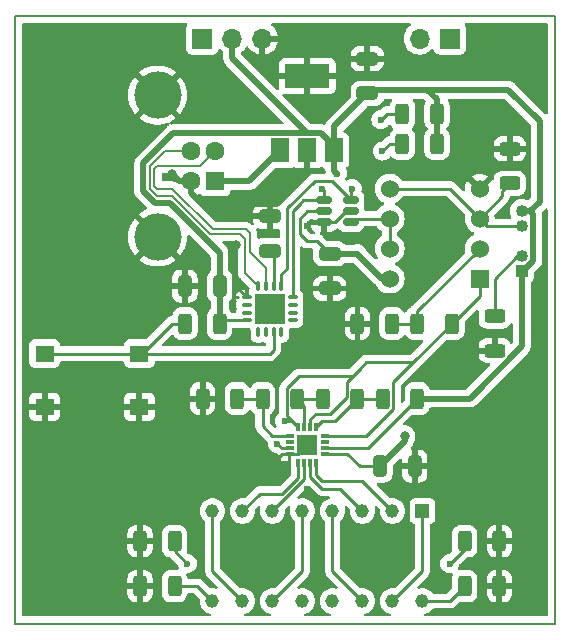
<source format=gbr>
%TF.GenerationSoftware,KiCad,Pcbnew,7.0.7*%
%TF.CreationDate,2023-12-11T18:46:51+01:00*%
%TF.ProjectId,projekt,70726f6a-656b-4742-9e6b-696361645f70,rev?*%
%TF.SameCoordinates,Original*%
%TF.FileFunction,Copper,L1,Top*%
%TF.FilePolarity,Positive*%
%FSLAX46Y46*%
G04 Gerber Fmt 4.6, Leading zero omitted, Abs format (unit mm)*
G04 Created by KiCad (PCBNEW 7.0.7) date 2023-12-11 18:46:51*
%MOMM*%
%LPD*%
G01*
G04 APERTURE LIST*
G04 Aperture macros list*
%AMRoundRect*
0 Rectangle with rounded corners*
0 $1 Rounding radius*
0 $2 $3 $4 $5 $6 $7 $8 $9 X,Y pos of 4 corners*
0 Add a 4 corners polygon primitive as box body*
4,1,4,$2,$3,$4,$5,$6,$7,$8,$9,$2,$3,0*
0 Add four circle primitives for the rounded corners*
1,1,$1+$1,$2,$3*
1,1,$1+$1,$4,$5*
1,1,$1+$1,$6,$7*
1,1,$1+$1,$8,$9*
0 Add four rect primitives between the rounded corners*
20,1,$1+$1,$2,$3,$4,$5,0*
20,1,$1+$1,$4,$5,$6,$7,0*
20,1,$1+$1,$6,$7,$8,$9,0*
20,1,$1+$1,$8,$9,$2,$3,0*%
G04 Aperture macros list end*
%TA.AperFunction,NonConductor*%
%ADD10C,0.200000*%
%TD*%
%TA.AperFunction,ComponentPad*%
%ADD11R,1.700000X1.700000*%
%TD*%
%TA.AperFunction,ComponentPad*%
%ADD12O,1.700000X1.700000*%
%TD*%
%TA.AperFunction,SMDPad,CuDef*%
%ADD13RoundRect,0.250000X0.312500X0.625000X-0.312500X0.625000X-0.312500X-0.625000X0.312500X-0.625000X0*%
%TD*%
%TA.AperFunction,SMDPad,CuDef*%
%ADD14RoundRect,0.250000X-0.325000X-0.650000X0.325000X-0.650000X0.325000X0.650000X-0.325000X0.650000X0*%
%TD*%
%TA.AperFunction,SMDPad,CuDef*%
%ADD15R,1.600000X1.400000*%
%TD*%
%TA.AperFunction,SMDPad,CuDef*%
%ADD16RoundRect,0.150000X0.512500X0.150000X-0.512500X0.150000X-0.512500X-0.150000X0.512500X-0.150000X0*%
%TD*%
%TA.AperFunction,SMDPad,CuDef*%
%ADD17R,0.800000X0.300000*%
%TD*%
%TA.AperFunction,SMDPad,CuDef*%
%ADD18R,0.300000X0.800000*%
%TD*%
%TA.AperFunction,SMDPad,CuDef*%
%ADD19R,1.760000X1.760000*%
%TD*%
%TA.AperFunction,SMDPad,CuDef*%
%ADD20RoundRect,0.250000X0.625000X-0.312500X0.625000X0.312500X-0.625000X0.312500X-0.625000X-0.312500X0*%
%TD*%
%TA.AperFunction,SMDPad,CuDef*%
%ADD21R,1.500000X2.000000*%
%TD*%
%TA.AperFunction,SMDPad,CuDef*%
%ADD22R,3.800000X2.000000*%
%TD*%
%TA.AperFunction,SMDPad,CuDef*%
%ADD23RoundRect,0.250000X-0.312500X-0.625000X0.312500X-0.625000X0.312500X0.625000X-0.312500X0.625000X0*%
%TD*%
%TA.AperFunction,SMDPad,CuDef*%
%ADD24RoundRect,0.250000X-0.650000X0.325000X-0.650000X-0.325000X0.650000X-0.325000X0.650000X0.325000X0*%
%TD*%
%TA.AperFunction,ComponentPad*%
%ADD25R,1.600000X1.600000*%
%TD*%
%TA.AperFunction,ComponentPad*%
%ADD26C,1.600000*%
%TD*%
%TA.AperFunction,ComponentPad*%
%ADD27C,4.000000*%
%TD*%
%TA.AperFunction,ComponentPad*%
%ADD28R,1.016000X1.016000*%
%TD*%
%TA.AperFunction,ComponentPad*%
%ADD29C,1.016000*%
%TD*%
%TA.AperFunction,SMDPad,CuDef*%
%ADD30RoundRect,0.075000X0.075000X-0.337500X0.075000X0.337500X-0.075000X0.337500X-0.075000X-0.337500X0*%
%TD*%
%TA.AperFunction,SMDPad,CuDef*%
%ADD31RoundRect,0.075000X0.337500X-0.075000X0.337500X0.075000X-0.337500X0.075000X-0.337500X-0.075000X0*%
%TD*%
%TA.AperFunction,SMDPad,CuDef*%
%ADD32R,2.500000X2.500000*%
%TD*%
%TA.AperFunction,SMDPad,CuDef*%
%ADD33RoundRect,0.250000X-0.625000X0.312500X-0.625000X-0.312500X0.625000X-0.312500X0.625000X0.312500X0*%
%TD*%
%TA.AperFunction,SMDPad,CuDef*%
%ADD34RoundRect,0.250000X0.650000X-0.325000X0.650000X0.325000X-0.650000X0.325000X-0.650000X-0.325000X0*%
%TD*%
%TA.AperFunction,ComponentPad*%
%ADD35R,1.158000X1.158000*%
%TD*%
%TA.AperFunction,ComponentPad*%
%ADD36C,1.158000*%
%TD*%
%TA.AperFunction,ComponentPad*%
%ADD37R,1.524000X1.524000*%
%TD*%
%TA.AperFunction,ComponentPad*%
%ADD38C,1.524000*%
%TD*%
%TA.AperFunction,SMDPad,CuDef*%
%ADD39RoundRect,0.250000X0.325000X0.650000X-0.325000X0.650000X-0.325000X-0.650000X0.325000X-0.650000X0*%
%TD*%
%TA.AperFunction,ViaPad*%
%ADD40C,0.600000*%
%TD*%
%TA.AperFunction,ViaPad*%
%ADD41C,0.800000*%
%TD*%
%TA.AperFunction,Conductor*%
%ADD42C,0.508000*%
%TD*%
%TA.AperFunction,Conductor*%
%ADD43C,0.245000*%
%TD*%
%TA.AperFunction,Conductor*%
%ADD44C,0.200000*%
%TD*%
G04 APERTURE END LIST*
D10*
X43180000Y-27940000D02*
X88900000Y-27940000D01*
X88900000Y-79375000D01*
X43180000Y-79375000D01*
X43180000Y-27940000D01*
D11*
%TO.P,J3,1,Pin_1*%
%TO.N,/SCL*%
X80010000Y-29845000D03*
D12*
%TO.P,J3,2,Pin_2*%
%TO.N,/SDA*%
X77470000Y-29845000D03*
%TD*%
D11*
%TO.P,J2,1,Pin_1*%
%TO.N,+5V*%
X59055000Y-29845000D03*
D12*
%TO.P,J2,2,Pin_2*%
%TO.N,+3.3V*%
X61595000Y-29845000D03*
%TO.P,J2,3,Pin_3*%
%TO.N,GND*%
X64135000Y-29845000D03*
%TD*%
D13*
%TO.P,R2,1*%
%TO.N,+3.3V*%
X78932500Y-36195000D03*
%TO.P,R2,2*%
%TO.N,/SDA*%
X76007500Y-36195000D03*
%TD*%
%TO.P,R8,1*%
%TO.N,GND*%
X84205000Y-72390000D03*
%TO.P,R8,2*%
%TO.N,Net-(LED1-KG)*%
X81280000Y-72390000D03*
%TD*%
D14*
%TO.P,C3,1*%
%TO.N,+5V*%
X74090000Y-66040000D03*
%TO.P,C3,2*%
%TO.N,GND*%
X77040000Y-66040000D03*
%TD*%
D15*
%TO.P,SW1,1,1*%
%TO.N,GND*%
X53720000Y-61015000D03*
X45720000Y-61015000D03*
%TO.P,SW1,2,2*%
%TO.N,/#RST*%
X53720000Y-56515000D03*
X45720000Y-56515000D03*
%TD*%
D16*
%TO.P,U1,1,VIN+*%
%TO.N,Net-(U1-VIN+)*%
X71622500Y-45400000D03*
%TO.P,U1,2,GND*%
%TO.N,GND*%
X71622500Y-44450000D03*
%TO.P,U1,3,SCL*%
%TO.N,/SCL*%
X71622500Y-43500000D03*
%TO.P,U1,4,SDA*%
%TO.N,/SDA*%
X69347500Y-43500000D03*
%TO.P,U1,5,VDD*%
%TO.N,+3.3V*%
X69347500Y-44450000D03*
%TO.P,U1,6,VIN-*%
%TO.N,GND*%
X69347500Y-45400000D03*
%TD*%
D17*
%TO.P,IC1,1,V+*%
%TO.N,+5V*%
X69445000Y-65000000D03*
%TO.P,IC1,2,IN1-*%
%TO.N,+3.3V*%
X69445000Y-64500000D03*
%TO.P,IC1,3,NC_1*%
%TO.N,unconnected-(IC1-NC_1-Pad3)*%
X69445000Y-64000000D03*
%TO.P,IC1,4,IN1+*%
%TO.N,Net-(IC1-IN1+)*%
X69445000Y-63500000D03*
D18*
%TO.P,IC1,5,IN2-*%
%TO.N,Net-(IC1-IN2-)*%
X68695000Y-62750000D03*
%TO.P,IC1,6,IN2+*%
%TO.N,Net-(IC1-IN1+)*%
X68195000Y-62750000D03*
%TO.P,IC1,7,IN3-*%
%TO.N,Net-(IC1-IN3-)*%
X67695000Y-62750000D03*
%TO.P,IC1,8,IN3+*%
%TO.N,Net-(IC1-IN1+)*%
X67195000Y-62750000D03*
D17*
%TO.P,IC1,9,IN4-*%
%TO.N,Net-(IC1-IN4-)*%
X66445000Y-63500000D03*
%TO.P,IC1,10,NC_2*%
%TO.N,unconnected-(IC1-NC_2-Pad10)*%
X66445000Y-64000000D03*
%TO.P,IC1,11,IN4+*%
%TO.N,Net-(IC1-IN1+)*%
X66445000Y-64500000D03*
%TO.P,IC1,12,V-*%
%TO.N,GND*%
X66445000Y-65000000D03*
D18*
%TO.P,IC1,13,OUT4*%
%TO.N,Net-(IC1-OUT4)*%
X67195000Y-65750000D03*
%TO.P,IC1,14,OUT3*%
%TO.N,Net-(IC1-OUT3)*%
X67695000Y-65750000D03*
%TO.P,IC1,15,OUT2*%
%TO.N,Net-(IC1-OUT2)*%
X68195000Y-65750000D03*
%TO.P,IC1,16,OUT1*%
%TO.N,Net-(IC1-OUT1)*%
X68695000Y-65750000D03*
D19*
%TO.P,IC1,17,EP*%
%TO.N,GND*%
X67945000Y-64250000D03*
%TD*%
D20*
%TO.P,R15,1*%
%TO.N,Umert*%
X85090000Y-42102500D03*
%TO.P,R15,2*%
%TO.N,GND*%
X85090000Y-39177500D03*
%TD*%
D21*
%TO.P,U4,1,VI*%
%TO.N,+5V*%
X65645000Y-39320000D03*
%TO.P,U4,2,GND*%
%TO.N,GND*%
X67945000Y-39320000D03*
D22*
X67945000Y-33020000D03*
D21*
%TO.P,U4,3,VO*%
%TO.N,+3.3V*%
X70245000Y-39320000D03*
%TD*%
D23*
%TO.P,R14,1*%
%TO.N,GND*%
X53782500Y-76200000D03*
%TO.P,R14,2*%
%TO.N,Net-(LED1-KE)*%
X56707500Y-76200000D03*
%TD*%
D13*
%TO.P,R6,1*%
%TO.N,Net-(IC1-IN1+)*%
X80202500Y-53975000D03*
%TO.P,R6,2*%
%TO.N,Net-(U8A--)*%
X77277500Y-53975000D03*
%TD*%
D24*
%TO.P,C1,1*%
%TO.N,+3.3V*%
X69850000Y-48055000D03*
%TO.P,C1,2*%
%TO.N,GND*%
X69850000Y-51005000D03*
%TD*%
D25*
%TO.P,J1,1,VBUS*%
%TO.N,+5V*%
X60127500Y-41890000D03*
D26*
%TO.P,J1,2,D-*%
%TO.N,/D-*%
X60127500Y-39390000D03*
%TO.P,J1,3,D+*%
%TO.N,/D+*%
X58127500Y-39390000D03*
%TO.P,J1,4,GND*%
%TO.N,GND*%
X58127500Y-41890000D03*
D27*
%TO.P,J1,5,Shield*%
X55267500Y-46640000D03*
X55267500Y-34640000D03*
%TD*%
D23*
%TO.P,R11,1*%
%TO.N,Net-(IC1-IN4-)*%
X64172500Y-60325000D03*
%TO.P,R11,2*%
%TO.N,Net-(IC1-IN3-)*%
X67097500Y-60325000D03*
%TD*%
D13*
%TO.P,R7,1*%
%TO.N,Net-(U8A--)*%
X75122500Y-53975000D03*
%TO.P,R7,2*%
%TO.N,GND*%
X72197500Y-53975000D03*
%TD*%
D28*
%TO.P,U3,1,A*%
%TO.N,+3.3V*%
X86110001Y-49530000D03*
D29*
%TO.P,U3,2,Cath*%
%TO.N,Net-(U3-Cath)*%
X86110001Y-48260000D03*
%TO.P,U3,3,E*%
%TO.N,Umert*%
X86110001Y-45720000D03*
%TO.P,U3,4,Coll*%
%TO.N,+3.3V*%
X86110001Y-44450000D03*
%TD*%
D23*
%TO.P,R13,1*%
%TO.N,GND*%
X53782500Y-72390000D03*
%TO.P,R13,2*%
%TO.N,Net-(LED1-KF)*%
X56707500Y-72390000D03*
%TD*%
%TO.P,R12,1*%
%TO.N,GND*%
X59092500Y-60325000D03*
%TO.P,R12,2*%
%TO.N,Net-(IC1-IN4-)*%
X62017500Y-60325000D03*
%TD*%
%TO.P,R10,1*%
%TO.N,Net-(IC1-IN3-)*%
X69252500Y-60325000D03*
%TO.P,R10,2*%
%TO.N,Net-(IC1-IN2-)*%
X72177500Y-60325000D03*
%TD*%
D13*
%TO.P,R3,1*%
%TO.N,+3.3V*%
X60517500Y-53975000D03*
%TO.P,R3,2*%
%TO.N,/#RST*%
X57592500Y-53975000D03*
%TD*%
D23*
%TO.P,R9,1*%
%TO.N,Net-(IC1-IN2-)*%
X74332500Y-60325000D03*
%TO.P,R9,2*%
%TO.N,+3.3V*%
X77257500Y-60325000D03*
%TD*%
D30*
%TO.P,U2,1,GP0*%
%TO.N,unconnected-(U2-GP0-Pad1)*%
X63795000Y-54675000D03*
%TO.P,U2,2,GP1*%
%TO.N,unconnected-(U2-GP1-Pad2)*%
X64445000Y-54675000D03*
%TO.P,U2,3,~{RST}*%
%TO.N,/#RST*%
X65095000Y-54675000D03*
%TO.P,U2,4,URx*%
%TO.N,unconnected-(U2-URx-Pad4)*%
X65745000Y-54675000D03*
D31*
%TO.P,U2,5,UTx*%
%TO.N,unconnected-(U2-UTx-Pad5)*%
X66707500Y-53712500D03*
%TO.P,U2,6,GP2*%
%TO.N,unconnected-(U2-GP2-Pad6)*%
X66707500Y-53062500D03*
%TO.P,U2,7,GP3*%
%TO.N,unconnected-(U2-GP3-Pad7)*%
X66707500Y-52412500D03*
%TO.P,U2,8,SDA*%
%TO.N,/SDA*%
X66707500Y-51762500D03*
D30*
%TO.P,U2,9,SCL*%
%TO.N,/SCL*%
X65745000Y-50800000D03*
%TO.P,U2,10,VUSB*%
%TO.N,Net-(U2-VUSB)*%
X65095000Y-50800000D03*
%TO.P,U2,11,D-*%
%TO.N,/D-*%
X64445000Y-50800000D03*
%TO.P,U2,12,D+*%
%TO.N,/D+*%
X63795000Y-50800000D03*
D31*
%TO.P,U2,13,VSS*%
%TO.N,GND*%
X62832500Y-51762500D03*
%TO.P,U2,14,NC*%
%TO.N,unconnected-(U2-NC-Pad14)*%
X62832500Y-52412500D03*
%TO.P,U2,15,NC*%
%TO.N,unconnected-(U2-NC-Pad15)*%
X62832500Y-53062500D03*
%TO.P,U2,16,VDD*%
%TO.N,+3.3V*%
X62832500Y-53712500D03*
D32*
%TO.P,U2,17,NC*%
%TO.N,unconnected-(U2-NC-Pad17)*%
X64770000Y-52737500D03*
%TD*%
D13*
%TO.P,R1,1*%
%TO.N,+3.3V*%
X78932500Y-38735000D03*
%TO.P,R1,2*%
%TO.N,/SCL*%
X76007500Y-38735000D03*
%TD*%
%TO.P,R4,1*%
%TO.N,GND*%
X84205000Y-76200000D03*
%TO.P,R4,2*%
%TO.N,Net-(LED1-KH)*%
X81280000Y-76200000D03*
%TD*%
D33*
%TO.P,R5,1*%
%TO.N,Net-(U3-Cath)*%
X83820000Y-53340000D03*
%TO.P,R5,2*%
%TO.N,GND*%
X83820000Y-56265000D03*
%TD*%
D34*
%TO.P,C4,1*%
%TO.N,+3.3V*%
X73025000Y-34495000D03*
%TO.P,C4,2*%
%TO.N,GND*%
X73025000Y-31545000D03*
%TD*%
D35*
%TO.P,LED1,1,KA*%
%TO.N,Net-(LED1-AH)*%
X77700000Y-69850000D03*
D36*
%TO.P,LED1,2,AA*%
%TO.N,Net-(IC1-OUT1)*%
X75160000Y-69850000D03*
%TO.P,LED1,3,AB*%
%TO.N,Net-(IC1-OUT2)*%
X72620000Y-69850000D03*
%TO.P,LED1,4,KB*%
%TO.N,Net-(LED1-AG)*%
X70080000Y-69850000D03*
%TO.P,LED1,5,KC*%
%TO.N,Net-(LED1-AF)*%
X67540000Y-69850000D03*
%TO.P,LED1,6,AC*%
%TO.N,Net-(IC1-OUT3)*%
X65000000Y-69850000D03*
%TO.P,LED1,7,AD*%
%TO.N,Net-(IC1-OUT4)*%
X62460000Y-69850000D03*
%TO.P,LED1,8,KD*%
%TO.N,Net-(LED1-AE)*%
X59920000Y-69850000D03*
%TO.P,LED1,9,KE*%
%TO.N,Net-(LED1-KE)*%
X59920000Y-77470000D03*
%TO.P,LED1,10,AE*%
%TO.N,Net-(LED1-AE)*%
X62460000Y-77470000D03*
%TO.P,LED1,11,AF*%
%TO.N,Net-(LED1-AF)*%
X65000000Y-77470000D03*
%TO.P,LED1,12,KF*%
%TO.N,Net-(LED1-KF)*%
X67540000Y-77470000D03*
%TO.P,LED1,13,KG*%
%TO.N,Net-(LED1-KG)*%
X70080000Y-77470000D03*
%TO.P,LED1,14,AG*%
%TO.N,Net-(LED1-AG)*%
X72620000Y-77470000D03*
%TO.P,LED1,15,AH*%
%TO.N,Net-(LED1-AH)*%
X75160000Y-77470000D03*
%TO.P,LED1,16,KH*%
%TO.N,Net-(LED1-KH)*%
X77700000Y-77470000D03*
%TD*%
D37*
%TO.P,U8,1*%
%TO.N,Net-(IC1-IN1+)*%
X82550000Y-50165000D03*
D38*
%TO.P,U8,2,-*%
%TO.N,Net-(U8A--)*%
X82550000Y-47625000D03*
%TO.P,U8,3,+*%
%TO.N,Umert*%
X82550000Y-45085000D03*
%TO.P,U8,4,V-*%
%TO.N,GND*%
X82550000Y-42545000D03*
%TO.P,U8,5,+*%
%TO.N,Umert*%
X74930000Y-42545000D03*
%TO.P,U8,6,-*%
%TO.N,Net-(U1-VIN+)*%
X74930000Y-45085000D03*
%TO.P,U8,7*%
X74930000Y-47625000D03*
%TO.P,U8,8,V+*%
%TO.N,+3.3V*%
X74930000Y-50165000D03*
%TD*%
D39*
%TO.P,C2,1*%
%TO.N,+3.3V*%
X60530000Y-50800000D03*
%TO.P,C2,2*%
%TO.N,GND*%
X57580000Y-50800000D03*
%TD*%
D34*
%TO.P,C5,1*%
%TO.N,Net-(U2-VUSB)*%
X64770000Y-47830000D03*
%TO.P,C5,2*%
%TO.N,GND*%
X64770000Y-44880000D03*
%TD*%
D40*
%TO.N,GND*%
X78740000Y-66040000D03*
X66675000Y-42545000D03*
X67945000Y-34925000D03*
%TO.N,/SCL*%
X74295000Y-39370000D03*
%TO.N,/SDA*%
X74172326Y-36707326D03*
%TO.N,+3.3V*%
X72185000Y-48055000D03*
X70485000Y-41275000D03*
%TO.N,GND*%
X67945000Y-67945000D03*
D41*
X56515000Y-41339500D03*
D40*
X67945000Y-45720000D03*
X70485000Y-53340000D03*
X64770000Y-66040000D03*
D41*
X61912500Y-47307500D03*
D40*
X81915000Y-56515000D03*
%TO.N,/SCL*%
X71755000Y-42545000D03*
%TO.N,/SDA*%
X69215000Y-42545000D03*
D41*
%TO.N,+5V*%
X76200000Y-63500000D03*
D40*
%TO.N,Net-(IC1-IN1+)*%
X66040000Y-62230000D03*
X65405000Y-64135000D03*
%TO.N,Net-(LED1-KF)*%
X57785000Y-74295000D03*
%TO.N,Net-(LED1-KG)*%
X80010000Y-74295000D03*
%TD*%
D42*
%TO.N,GND*%
X77040000Y-66040000D02*
X78740000Y-66040000D01*
X66675000Y-42545000D02*
X65405000Y-43815000D01*
X67945000Y-41275000D02*
X66675000Y-42545000D01*
X58127500Y-42887500D02*
X58127500Y-41890000D01*
X59055000Y-43815000D02*
X58127500Y-42887500D01*
X65405000Y-43815000D02*
X59055000Y-43815000D01*
X67945000Y-39320000D02*
X67945000Y-41275000D01*
X67945000Y-33020000D02*
X67945000Y-34925000D01*
%TO.N,+3.3V*%
X78932500Y-36195000D02*
X78932500Y-38735000D01*
X78932500Y-34998500D02*
X78105000Y-34171000D01*
X78932500Y-36195000D02*
X78932500Y-34998500D01*
X78105000Y-34171000D02*
X84971000Y-34171000D01*
X73349000Y-34171000D02*
X78105000Y-34171000D01*
X87630000Y-36830000D02*
X87630000Y-43648421D01*
X84971000Y-34171000D02*
X87630000Y-36830000D01*
X73025000Y-34495000D02*
X73349000Y-34171000D01*
X87630000Y-43648421D02*
X86828421Y-44450000D01*
D43*
%TO.N,/SCL*%
X74930000Y-38735000D02*
X74295000Y-39370000D01*
X76007500Y-38735000D02*
X74930000Y-38735000D01*
%TO.N,/SDA*%
X74684652Y-36195000D02*
X74172326Y-36707326D01*
X76007500Y-36195000D02*
X74684652Y-36195000D01*
%TO.N,Umert*%
X84455000Y-43180000D02*
X82550000Y-45085000D01*
X84455000Y-42737500D02*
X84455000Y-43180000D01*
X85090000Y-42102500D02*
X84455000Y-42737500D01*
D42*
%TO.N,+3.3V*%
X61595000Y-31516000D02*
X67945000Y-37866000D01*
X61595000Y-29845000D02*
X61595000Y-31516000D01*
X67945000Y-37866000D02*
X69149000Y-37866000D01*
X63500000Y-37866000D02*
X67945000Y-37866000D01*
X70245000Y-41035000D02*
X70485000Y-41275000D01*
X70245000Y-39320000D02*
X70245000Y-41035000D01*
X72185000Y-48055000D02*
X69850000Y-48055000D01*
X74295000Y-50165000D02*
X72185000Y-48055000D01*
X74930000Y-50165000D02*
X74295000Y-50165000D01*
D43*
%TO.N,/SCL*%
X65745000Y-49825000D02*
X65745000Y-50800000D01*
X66262500Y-49307500D02*
X65745000Y-49825000D01*
X66262500Y-49307500D02*
X66262500Y-44227500D01*
X66262500Y-44227500D02*
X68580000Y-41910000D01*
X70032500Y-41910000D02*
X71622500Y-43500000D01*
X68580000Y-41910000D02*
X70032500Y-41910000D01*
D44*
%TO.N,/D-*%
X60127500Y-39390000D02*
X58877500Y-40640000D01*
X55245000Y-42545000D02*
X56515000Y-42545000D01*
X58877500Y-40640000D02*
X55245000Y-40640000D01*
X55010000Y-40875000D02*
X55010000Y-42310000D01*
X62723185Y-45955000D02*
X62230000Y-45955000D01*
X59925000Y-45955000D02*
X62230000Y-45955000D01*
X63102410Y-47915227D02*
X63102410Y-46334225D01*
X56515000Y-42545000D02*
X59925000Y-45955000D01*
X64445000Y-49257817D02*
X63102410Y-47915227D01*
X63102410Y-46334225D02*
X62723185Y-45955000D01*
X55245000Y-40640000D02*
X55010000Y-40875000D01*
X64445000Y-50800000D02*
X64445000Y-49257817D01*
X55010000Y-42310000D02*
X55245000Y-42545000D01*
%TO.N,/D+*%
X62702410Y-46827410D02*
X62230000Y-46355000D01*
X59690000Y-46355000D02*
X62230000Y-46355000D01*
X55860000Y-39390000D02*
X54610000Y-40640000D01*
X55245000Y-43180000D02*
X56515000Y-43180000D01*
X62702410Y-49707410D02*
X62702410Y-46827410D01*
X58127500Y-39390000D02*
X55860000Y-39390000D01*
X63795000Y-50800000D02*
X62702410Y-49707410D01*
X56515000Y-43180000D02*
X59690000Y-46355000D01*
X54610000Y-40640000D02*
X54610000Y-42545000D01*
X54610000Y-42545000D02*
X55245000Y-43180000D01*
D43*
%TO.N,GND*%
X82165000Y-56265000D02*
X81915000Y-56515000D01*
X70287628Y-45400000D02*
X71237628Y-44450000D01*
X67195000Y-65000000D02*
X67945000Y-64250000D01*
X66445000Y-65000000D02*
X67195000Y-65000000D01*
X61912500Y-50842500D02*
X61912500Y-47307500D01*
X71237628Y-44450000D02*
X71622500Y-44450000D01*
X83820000Y-56265000D02*
X82165000Y-56265000D01*
X65810000Y-65000000D02*
X64770000Y-66040000D01*
X69347500Y-45400000D02*
X68265000Y-45400000D01*
X69347500Y-45400000D02*
X70287628Y-45400000D01*
D42*
X57065500Y-41890000D02*
X58127500Y-41890000D01*
D43*
X69850000Y-52705000D02*
X69850000Y-51005000D01*
D42*
X56515000Y-41339500D02*
X57065500Y-41890000D01*
D43*
X66445000Y-65000000D02*
X65810000Y-65000000D01*
X70485000Y-53340000D02*
X69850000Y-52705000D01*
X62832500Y-51762500D02*
X61912500Y-50842500D01*
X68265000Y-45400000D02*
X67945000Y-45720000D01*
%TO.N,+3.3V*%
X68785000Y-46990000D02*
X67945000Y-46990000D01*
X67310000Y-46355000D02*
X67310000Y-45085000D01*
D42*
X69149000Y-37866000D02*
X70245000Y-38962000D01*
X55015526Y-43734000D02*
X54056000Y-42774474D01*
X54056000Y-40410526D02*
X56600526Y-37866000D01*
X70245000Y-37275000D02*
X70245000Y-39320000D01*
X73025000Y-34495000D02*
X70245000Y-37275000D01*
X56600526Y-37866000D02*
X63500000Y-37866000D01*
D43*
X62832500Y-53712500D02*
X60780000Y-53712500D01*
D42*
X87072001Y-44693580D02*
X87072001Y-48658474D01*
X60517500Y-47965974D02*
X56285526Y-43734000D01*
X60517500Y-53975000D02*
X60517500Y-47965974D01*
X70245000Y-38962000D02*
X70245000Y-39320000D01*
X81700034Y-60325000D02*
X77257500Y-60325000D01*
X56285526Y-43734000D02*
X55015526Y-43734000D01*
X60530000Y-50800000D02*
X60530000Y-53962500D01*
X86110001Y-55915033D02*
X81700034Y-60325000D01*
X86110001Y-49530000D02*
X86110001Y-55915033D01*
X86828421Y-44450000D02*
X87072001Y-44693580D01*
D43*
X77257500Y-60325000D02*
X73082500Y-64500000D01*
X69850000Y-48055000D02*
X68785000Y-46990000D01*
D42*
X60530000Y-53962500D02*
X60517500Y-53975000D01*
D43*
X67310000Y-45085000D02*
X67945000Y-44450000D01*
X67945000Y-46990000D02*
X67310000Y-46355000D01*
D42*
X86200475Y-49530000D02*
X86110001Y-49530000D01*
D43*
X67945000Y-44450000D02*
X69347500Y-44450000D01*
X60780000Y-53712500D02*
X60517500Y-53975000D01*
D42*
X87072001Y-48658474D02*
X86200475Y-49530000D01*
X86110001Y-44450000D02*
X86828421Y-44450000D01*
X54056000Y-42774474D02*
X54056000Y-40410526D01*
D43*
X73082500Y-64500000D02*
X69445000Y-64500000D01*
%TO.N,/SCL*%
X71622500Y-43500000D02*
X71622500Y-42677500D01*
X71622500Y-42677500D02*
X71755000Y-42545000D01*
%TO.N,/SDA*%
X69215000Y-42545000D02*
X69347500Y-42677500D01*
X67310000Y-43815000D02*
X67625000Y-43500000D01*
X66707500Y-44417500D02*
X67310000Y-43815000D01*
X67625000Y-43500000D02*
X69347500Y-43500000D01*
X69347500Y-42677500D02*
X69347500Y-43500000D01*
X66707500Y-51762500D02*
X66707500Y-44417500D01*
%TO.N,/#RST*%
X65095000Y-54675000D02*
X65095000Y-56190000D01*
X57592500Y-53975000D02*
X56515000Y-53975000D01*
X53975000Y-56515000D02*
X53720000Y-56515000D01*
X53720000Y-56515000D02*
X45720000Y-56515000D01*
X65095000Y-56190000D02*
X64770000Y-56515000D01*
X56515000Y-53975000D02*
X53975000Y-56515000D01*
X64770000Y-56515000D02*
X53720000Y-56515000D01*
%TO.N,Net-(U3-Cath)*%
X83820000Y-50165000D02*
X83820000Y-53340000D01*
X85725000Y-48260000D02*
X83820000Y-50165000D01*
X86110001Y-48260000D02*
X85725000Y-48260000D01*
%TO.N,Net-(U2-VUSB)*%
X65095000Y-50800000D02*
X65095000Y-48155000D01*
X65095000Y-48155000D02*
X64770000Y-47830000D01*
%TO.N,Net-(U1-VIN+)*%
X71937500Y-45085000D02*
X71622500Y-45400000D01*
X74930000Y-45085000D02*
X74930000Y-47625000D01*
X74930000Y-45085000D02*
X71937500Y-45085000D01*
D42*
%TO.N,+5V*%
X65645000Y-39320000D02*
X63055000Y-41910000D01*
X61575000Y-41890000D02*
X60127500Y-41890000D01*
X76200000Y-63930000D02*
X74090000Y-66040000D01*
D43*
X71350000Y-65000000D02*
X72390000Y-66040000D01*
D42*
X63055000Y-41910000D02*
X61595000Y-41910000D01*
D43*
X69445000Y-65000000D02*
X71350000Y-65000000D01*
D42*
X61595000Y-41910000D02*
X61575000Y-41890000D01*
D43*
X72390000Y-66040000D02*
X74090000Y-66040000D01*
D42*
X76200000Y-63500000D02*
X76200000Y-63930000D01*
D43*
%TO.N,Net-(IC1-IN1+)*%
X76931250Y-57246250D02*
X75217500Y-58960000D01*
X66675000Y-62230000D02*
X67195000Y-62750000D01*
X69850000Y-61595000D02*
X71292500Y-60152500D01*
X68195000Y-62750000D02*
X68195000Y-62055000D01*
X66040000Y-62230000D02*
X66675000Y-62230000D01*
X66212500Y-59455936D02*
X67248436Y-58420000D01*
X82550000Y-51627500D02*
X80202500Y-53975000D01*
X71755000Y-58420000D02*
X72390000Y-57785000D01*
X71292500Y-58882500D02*
X72390000Y-57785000D01*
X72390000Y-57785000D02*
X72928750Y-57246250D01*
X67195000Y-62750000D02*
X66212500Y-61767500D01*
X65770000Y-64500000D02*
X65405000Y-64135000D01*
X67248436Y-58420000D02*
X71755000Y-58420000D01*
X66445000Y-64500000D02*
X65770000Y-64500000D01*
X71292500Y-60152500D02*
X71292500Y-58882500D01*
X75217500Y-61194064D02*
X72911564Y-63500000D01*
X72928750Y-57246250D02*
X76931250Y-57246250D01*
X80202500Y-53975000D02*
X76931250Y-57246250D01*
X68655000Y-61595000D02*
X69850000Y-61595000D01*
X82550000Y-50165000D02*
X82550000Y-51627500D01*
X68195000Y-62055000D02*
X68655000Y-61595000D01*
X75217500Y-58960000D02*
X75217500Y-61194064D01*
X66212500Y-61767500D02*
X66212500Y-59455936D01*
X72911564Y-63500000D02*
X69445000Y-63500000D01*
%TO.N,Net-(IC1-IN2-)*%
X72177500Y-60325000D02*
X70272500Y-62230000D01*
X69215000Y-62230000D02*
X68695000Y-62750000D01*
X74332500Y-60325000D02*
X72177500Y-60325000D01*
X70272500Y-62230000D02*
X69215000Y-62230000D01*
%TO.N,Net-(IC1-IN3-)*%
X67695000Y-60922500D02*
X67695000Y-62750000D01*
X67097500Y-60325000D02*
X67695000Y-60922500D01*
X67097500Y-60325000D02*
X69252500Y-60325000D01*
%TO.N,Net-(IC1-IN4-)*%
X62017500Y-60325000D02*
X64172500Y-60325000D01*
X65000000Y-63500000D02*
X66445000Y-63500000D01*
X64172500Y-60325000D02*
X64172500Y-62672500D01*
X64172500Y-62672500D02*
X65000000Y-63500000D01*
%TO.N,Net-(IC1-OUT4)*%
X67195000Y-65750000D02*
X67195000Y-67025674D01*
X65840337Y-68380337D02*
X63929663Y-68380337D01*
X63929663Y-68380337D02*
X62460000Y-69850000D01*
X67195000Y-67025674D02*
X65840337Y-68380337D01*
%TO.N,Net-(IC1-OUT3)*%
X67695000Y-65750000D02*
X67695000Y-67155000D01*
X67695000Y-67155000D02*
X65000000Y-69850000D01*
%TO.N,Net-(IC1-OUT2)*%
X68195000Y-66925000D02*
X69215000Y-67945000D01*
X68195000Y-65750000D02*
X68195000Y-66925000D01*
X70715000Y-67945000D02*
X72620000Y-69850000D01*
X69215000Y-67945000D02*
X70715000Y-67945000D01*
%TO.N,Net-(IC1-OUT1)*%
X72620000Y-67310000D02*
X75160000Y-69850000D01*
X69215000Y-67310000D02*
X72620000Y-67310000D01*
X68695000Y-66790000D02*
X69215000Y-67310000D01*
X68695000Y-65750000D02*
X68695000Y-66790000D01*
%TO.N,Net-(U8A--)*%
X77277500Y-53975000D02*
X77277500Y-52897500D01*
X77277500Y-52897500D02*
X82550000Y-47625000D01*
X77277500Y-53975000D02*
X75122500Y-53975000D01*
%TO.N,Umert*%
X86110001Y-45720000D02*
X83185000Y-45720000D01*
X74930000Y-42545000D02*
X80010000Y-42545000D01*
X83185000Y-45720000D02*
X82550000Y-45085000D01*
X80010000Y-42545000D02*
X82550000Y-45085000D01*
%TO.N,Net-(LED1-AH)*%
X77700000Y-74930000D02*
X75160000Y-77470000D01*
X77700000Y-69850000D02*
X77700000Y-74930000D01*
%TO.N,Net-(LED1-AG)*%
X70080000Y-74930000D02*
X72620000Y-77470000D01*
X70080000Y-69850000D02*
X70080000Y-74930000D01*
%TO.N,Net-(LED1-AF)*%
X67540000Y-74930000D02*
X65000000Y-77470000D01*
X67540000Y-69850000D02*
X67540000Y-74930000D01*
%TO.N,Net-(LED1-AE)*%
X59920000Y-69850000D02*
X59920000Y-74930000D01*
X59920000Y-74930000D02*
X62460000Y-77470000D01*
%TO.N,Net-(LED1-KE)*%
X58650000Y-76200000D02*
X59920000Y-77470000D01*
X56707500Y-76200000D02*
X58650000Y-76200000D01*
%TO.N,Net-(LED1-KF)*%
X56707500Y-73217500D02*
X57785000Y-74295000D01*
X56707500Y-72390000D02*
X56707500Y-73217500D01*
%TO.N,Net-(LED1-KG)*%
X81280000Y-73025000D02*
X80010000Y-74295000D01*
X81280000Y-72390000D02*
X81280000Y-73025000D01*
%TO.N,Net-(LED1-KH)*%
X80010000Y-77470000D02*
X77700000Y-77470000D01*
X81280000Y-76200000D02*
X80010000Y-77470000D01*
%TD*%
%TA.AperFunction,Conductor*%
%TO.N,GND*%
G36*
X57739350Y-28560185D02*
G01*
X57785105Y-28612989D01*
X57795049Y-28682147D01*
X57771578Y-28738811D01*
X57761204Y-28752668D01*
X57761202Y-28752671D01*
X57710908Y-28887517D01*
X57704501Y-28947116D01*
X57704501Y-28947123D01*
X57704500Y-28947135D01*
X57704500Y-30742870D01*
X57704501Y-30742876D01*
X57710908Y-30802483D01*
X57761202Y-30937328D01*
X57761206Y-30937335D01*
X57847452Y-31052544D01*
X57847455Y-31052547D01*
X57962664Y-31138793D01*
X57962671Y-31138797D01*
X58097517Y-31189091D01*
X58097516Y-31189091D01*
X58104444Y-31189835D01*
X58157127Y-31195500D01*
X59952872Y-31195499D01*
X60012483Y-31189091D01*
X60147331Y-31138796D01*
X60262546Y-31052546D01*
X60348796Y-30937331D01*
X60397810Y-30805916D01*
X60439681Y-30749984D01*
X60505145Y-30725566D01*
X60573418Y-30740417D01*
X60601673Y-30761569D01*
X60723597Y-30883493D01*
X60723603Y-30883498D01*
X60787623Y-30928325D01*
X60831248Y-30982901D01*
X60840500Y-31029900D01*
X60840499Y-31452000D01*
X60839191Y-31469966D01*
X60835684Y-31493909D01*
X60840264Y-31546241D01*
X60840500Y-31551648D01*
X60840500Y-31559946D01*
X60844325Y-31592674D01*
X60851056Y-31669610D01*
X60852516Y-31676677D01*
X60852464Y-31676687D01*
X60854123Y-31684167D01*
X60854174Y-31684155D01*
X60855839Y-31691180D01*
X60882247Y-31763740D01*
X60906535Y-31837034D01*
X60909586Y-31843575D01*
X60909536Y-31843598D01*
X60912876Y-31850497D01*
X60912925Y-31850473D01*
X60916165Y-31856925D01*
X60958599Y-31921444D01*
X60999131Y-31987156D01*
X61003611Y-31992822D01*
X61003569Y-31992855D01*
X61008401Y-31998786D01*
X61008443Y-31998752D01*
X61013081Y-32004280D01*
X61013085Y-32004285D01*
X61032601Y-32022697D01*
X61069247Y-32057272D01*
X65911795Y-36899819D01*
X65945280Y-36961142D01*
X65940296Y-37030834D01*
X65898424Y-37086767D01*
X65832960Y-37111184D01*
X65824114Y-37111500D01*
X56664518Y-37111500D01*
X56646549Y-37110191D01*
X56622615Y-37106685D01*
X56579453Y-37110462D01*
X56570284Y-37111264D01*
X56564885Y-37111500D01*
X56556583Y-37111500D01*
X56534753Y-37114051D01*
X56523838Y-37115327D01*
X56518853Y-37115763D01*
X56446911Y-37122056D01*
X56444475Y-37122560D01*
X56442765Y-37122419D01*
X56439720Y-37122686D01*
X56439674Y-37122165D01*
X56374840Y-37116839D01*
X56319353Y-37074378D01*
X56295630Y-37008658D01*
X56311204Y-36940547D01*
X56359664Y-36892460D01*
X56609709Y-36754996D01*
X56609719Y-36754990D01*
X56852526Y-36578579D01*
X56852527Y-36578579D01*
X55987871Y-35713924D01*
X55954386Y-35652601D01*
X55959370Y-35582910D01*
X56000825Y-35527289D01*
X56045569Y-35493501D01*
X56162659Y-35365059D01*
X56222366Y-35328782D01*
X56292213Y-35330542D01*
X56341973Y-35360920D01*
X57203212Y-36222160D01*
X57294044Y-36112364D01*
X57462596Y-35846767D01*
X57462599Y-35846761D01*
X57596534Y-35562137D01*
X57596538Y-35562129D01*
X57693744Y-35262958D01*
X57752691Y-34953949D01*
X57752692Y-34953942D01*
X57772443Y-34640005D01*
X57772443Y-34639994D01*
X57752692Y-34326057D01*
X57752691Y-34326050D01*
X57693744Y-34017041D01*
X57596536Y-33717867D01*
X57596534Y-33717862D01*
X57462599Y-33433238D01*
X57462596Y-33433232D01*
X57294042Y-33167632D01*
X57294039Y-33167628D01*
X57203212Y-33057838D01*
X56341973Y-33919078D01*
X56280650Y-33952563D01*
X56210958Y-33947579D01*
X56162655Y-33914935D01*
X56045570Y-33786499D01*
X56000824Y-33752708D01*
X55959189Y-33696599D01*
X55954498Y-33626887D01*
X55987871Y-33566074D01*
X56852527Y-32701419D01*
X56852526Y-32701417D01*
X56609727Y-32525014D01*
X56609709Y-32525003D01*
X56334052Y-32373459D01*
X56334044Y-32373455D01*
X56041573Y-32257659D01*
X55736879Y-32179426D01*
X55736870Y-32179424D01*
X55424798Y-32140000D01*
X55110201Y-32140000D01*
X54798129Y-32179424D01*
X54798120Y-32179426D01*
X54493426Y-32257659D01*
X54200955Y-32373455D01*
X54200947Y-32373459D01*
X53925287Y-32525004D01*
X53925282Y-32525007D01*
X53682472Y-32701418D01*
X53682471Y-32701419D01*
X54547128Y-33566075D01*
X54580613Y-33627398D01*
X54575629Y-33697089D01*
X54534175Y-33752709D01*
X54489432Y-33786497D01*
X54372344Y-33914936D01*
X54312632Y-33951217D01*
X54242785Y-33949456D01*
X54193026Y-33919078D01*
X53331786Y-33057838D01*
X53331785Y-33057838D01*
X53240959Y-33167629D01*
X53240957Y-33167632D01*
X53072403Y-33433232D01*
X53072400Y-33433238D01*
X52938465Y-33717862D01*
X52938463Y-33717867D01*
X52841255Y-34017041D01*
X52782308Y-34326050D01*
X52782307Y-34326057D01*
X52762557Y-34639994D01*
X52762557Y-34640005D01*
X52782307Y-34953942D01*
X52782308Y-34953949D01*
X52841255Y-35262958D01*
X52938462Y-35562129D01*
X52938465Y-35562137D01*
X53072400Y-35846761D01*
X53072403Y-35846767D01*
X53240957Y-36112367D01*
X53240960Y-36112371D01*
X53331786Y-36222160D01*
X54193025Y-35360920D01*
X54254348Y-35327435D01*
X54324039Y-35332419D01*
X54372343Y-35365062D01*
X54489431Y-35493501D01*
X54534173Y-35527289D01*
X54575809Y-35583399D01*
X54580500Y-35653111D01*
X54547127Y-35713924D01*
X53682471Y-36578579D01*
X53682472Y-36578581D01*
X53925272Y-36754985D01*
X53925290Y-36754996D01*
X54200947Y-36906540D01*
X54200955Y-36906544D01*
X54493426Y-37022340D01*
X54798120Y-37100573D01*
X54798129Y-37100575D01*
X55110201Y-37139999D01*
X55110215Y-37140000D01*
X55424785Y-37140000D01*
X55424798Y-37139999D01*
X55736870Y-37100575D01*
X55736879Y-37100573D01*
X56041570Y-37022341D01*
X56096925Y-37000425D01*
X56166503Y-36994048D01*
X56228483Y-37026300D01*
X56263188Y-37086941D01*
X56259598Y-37156718D01*
X56218854Y-37213478D01*
X56210715Y-37219316D01*
X56195084Y-37229597D01*
X56129375Y-37270128D01*
X56123705Y-37274611D01*
X56123672Y-37274569D01*
X56117740Y-37279401D01*
X56117774Y-37279442D01*
X56112243Y-37284082D01*
X56059254Y-37340247D01*
X53567742Y-39831758D01*
X53554113Y-39843537D01*
X53534706Y-39857985D01*
X53500939Y-39898226D01*
X53497295Y-39902204D01*
X53491419Y-39908081D01*
X53470972Y-39933940D01*
X53421334Y-39993096D01*
X53417366Y-39999131D01*
X53417322Y-39999102D01*
X53413209Y-40005557D01*
X53413254Y-40005585D01*
X53409459Y-40011737D01*
X53376827Y-40081717D01*
X53342176Y-40150714D01*
X53339704Y-40157505D01*
X53339655Y-40157487D01*
X53337141Y-40164719D01*
X53337191Y-40164736D01*
X53334920Y-40171588D01*
X53319304Y-40247214D01*
X53301498Y-40322344D01*
X53300661Y-40329513D01*
X53300607Y-40329506D01*
X53299830Y-40337122D01*
X53299883Y-40337127D01*
X53299253Y-40344316D01*
X53301500Y-40421507D01*
X53301499Y-42710474D01*
X53300191Y-42728440D01*
X53296684Y-42752383D01*
X53301264Y-42804715D01*
X53301500Y-42810122D01*
X53301500Y-42818420D01*
X53305325Y-42851148D01*
X53312056Y-42928084D01*
X53313516Y-42935151D01*
X53313464Y-42935161D01*
X53315123Y-42942641D01*
X53315174Y-42942629D01*
X53316839Y-42949654D01*
X53316839Y-42949656D01*
X53316840Y-42949658D01*
X53331109Y-42988862D01*
X53343247Y-43022214D01*
X53367535Y-43095508D01*
X53370586Y-43102049D01*
X53370536Y-43102072D01*
X53373876Y-43108971D01*
X53373925Y-43108947D01*
X53377162Y-43115394D01*
X53377164Y-43115398D01*
X53416456Y-43175139D01*
X53419599Y-43179918D01*
X53460131Y-43245630D01*
X53464611Y-43251296D01*
X53464569Y-43251329D01*
X53469401Y-43257260D01*
X53469443Y-43257226D01*
X53474081Y-43262754D01*
X53474085Y-43262759D01*
X53496924Y-43284306D01*
X53530247Y-43315746D01*
X54344710Y-44130208D01*
X54378195Y-44191531D01*
X54373211Y-44261222D01*
X54331339Y-44317156D01*
X54302677Y-44333181D01*
X54200950Y-44373458D01*
X54200947Y-44373459D01*
X53925287Y-44525004D01*
X53925282Y-44525007D01*
X53682472Y-44701418D01*
X53682471Y-44701419D01*
X54547128Y-45566075D01*
X54580613Y-45627398D01*
X54575629Y-45697089D01*
X54534175Y-45752709D01*
X54489432Y-45786497D01*
X54372344Y-45914936D01*
X54312632Y-45951217D01*
X54242785Y-45949456D01*
X54193026Y-45919078D01*
X53331786Y-45057838D01*
X53331785Y-45057838D01*
X53240959Y-45167629D01*
X53240957Y-45167632D01*
X53072403Y-45433232D01*
X53072400Y-45433238D01*
X52938465Y-45717862D01*
X52938463Y-45717867D01*
X52841255Y-46017041D01*
X52782308Y-46326050D01*
X52782307Y-46326057D01*
X52762557Y-46639994D01*
X52762557Y-46640005D01*
X52782307Y-46953942D01*
X52782308Y-46953949D01*
X52841255Y-47262958D01*
X52938463Y-47562132D01*
X52938465Y-47562137D01*
X53072400Y-47846761D01*
X53072403Y-47846767D01*
X53240957Y-48112367D01*
X53240960Y-48112371D01*
X53331786Y-48222160D01*
X54193025Y-47360920D01*
X54254348Y-47327435D01*
X54324039Y-47332419D01*
X54372341Y-47365061D01*
X54433525Y-47432175D01*
X54489431Y-47493501D01*
X54534173Y-47527289D01*
X54575809Y-47583399D01*
X54580500Y-47653111D01*
X54547127Y-47713924D01*
X53682471Y-48578579D01*
X53682472Y-48578581D01*
X53925272Y-48754985D01*
X53925290Y-48754996D01*
X54200947Y-48906540D01*
X54200955Y-48906544D01*
X54493426Y-49022340D01*
X54798120Y-49100573D01*
X54798129Y-49100575D01*
X55110201Y-49139999D01*
X55110215Y-49140000D01*
X55424785Y-49140000D01*
X55424798Y-49139999D01*
X55736870Y-49100575D01*
X55736879Y-49100573D01*
X56041573Y-49022340D01*
X56334044Y-48906544D01*
X56334052Y-48906540D01*
X56609709Y-48754996D01*
X56609719Y-48754990D01*
X56852526Y-48578579D01*
X56852527Y-48578579D01*
X55987871Y-47713924D01*
X55954386Y-47652601D01*
X55959370Y-47582910D01*
X56000825Y-47527289D01*
X56045569Y-47493501D01*
X56162659Y-47365059D01*
X56222366Y-47328782D01*
X56292213Y-47330542D01*
X56341973Y-47360920D01*
X57203212Y-48222160D01*
X57294044Y-48112364D01*
X57462596Y-47846767D01*
X57462599Y-47846761D01*
X57596534Y-47562137D01*
X57596536Y-47562132D01*
X57693744Y-47262958D01*
X57752691Y-46953949D01*
X57752692Y-46953942D01*
X57772443Y-46640005D01*
X57772443Y-46639996D01*
X57769411Y-46591813D01*
X57784846Y-46523670D01*
X57834673Y-46474689D01*
X57903070Y-46460422D01*
X57968323Y-46485398D01*
X57980847Y-46496345D01*
X59726680Y-48242178D01*
X59760165Y-48303501D01*
X59762999Y-48329859D01*
X59762999Y-49479269D01*
X59743314Y-49546308D01*
X59726681Y-49566950D01*
X59612287Y-49681345D01*
X59520187Y-49830663D01*
X59520185Y-49830668D01*
X59520115Y-49830880D01*
X59465001Y-49997203D01*
X59465001Y-49997204D01*
X59465000Y-49997204D01*
X59454500Y-50099983D01*
X59454500Y-51500001D01*
X59454501Y-51500018D01*
X59465000Y-51602796D01*
X59465001Y-51602799D01*
X59517756Y-51762000D01*
X59520186Y-51769334D01*
X59612096Y-51918345D01*
X59612289Y-51918657D01*
X59726681Y-52033049D01*
X59760166Y-52094372D01*
X59763000Y-52120730D01*
X59763000Y-52679269D01*
X59743315Y-52746308D01*
X59726682Y-52766950D01*
X59612287Y-52881345D01*
X59520187Y-53030663D01*
X59520185Y-53030668D01*
X59500690Y-53089500D01*
X59465001Y-53197203D01*
X59465001Y-53197204D01*
X59465000Y-53197204D01*
X59454500Y-53299983D01*
X59454500Y-54650001D01*
X59454501Y-54650018D01*
X59465000Y-54752796D01*
X59465001Y-54752799D01*
X59484478Y-54811576D01*
X59520186Y-54919334D01*
X59612288Y-55068656D01*
X59736344Y-55192712D01*
X59885666Y-55284814D01*
X60052203Y-55339999D01*
X60154991Y-55350500D01*
X60880008Y-55350499D01*
X60880016Y-55350498D01*
X60880019Y-55350498D01*
X60941094Y-55344259D01*
X60982797Y-55339999D01*
X61149334Y-55284814D01*
X61298656Y-55192712D01*
X61422712Y-55068656D01*
X61514814Y-54919334D01*
X61569999Y-54752797D01*
X61580500Y-54650009D01*
X61580500Y-54459500D01*
X61600185Y-54392461D01*
X61652989Y-54346706D01*
X61704500Y-54335500D01*
X62289470Y-54335500D01*
X62336918Y-54344937D01*
X62344764Y-54348187D01*
X62457280Y-54363000D01*
X63020500Y-54363000D01*
X63087539Y-54382685D01*
X63133294Y-54435489D01*
X63144500Y-54487000D01*
X63144500Y-55050227D01*
X63159313Y-55162735D01*
X63159313Y-55162736D01*
X63209879Y-55284814D01*
X63217302Y-55302733D01*
X63309549Y-55422951D01*
X63429767Y-55515198D01*
X63569764Y-55573187D01*
X63682280Y-55588000D01*
X63682287Y-55588000D01*
X63907713Y-55588000D01*
X63907720Y-55588000D01*
X64020236Y-55573187D01*
X64072550Y-55551517D01*
X64142015Y-55544049D01*
X64167443Y-55551514D01*
X64219764Y-55573187D01*
X64332280Y-55588000D01*
X64348000Y-55588000D01*
X64415039Y-55607685D01*
X64460794Y-55660489D01*
X64472000Y-55712000D01*
X64472000Y-55768000D01*
X64452315Y-55835039D01*
X64399511Y-55880794D01*
X64348000Y-55892000D01*
X55778417Y-55892000D01*
X55711378Y-55872315D01*
X55665623Y-55819511D01*
X55655679Y-55750353D01*
X55684704Y-55686797D01*
X55690736Y-55680319D01*
X55855857Y-55515198D01*
X56429564Y-54941489D01*
X56490885Y-54908006D01*
X56560576Y-54912990D01*
X56616510Y-54954861D01*
X56622781Y-54964075D01*
X56687285Y-55068652D01*
X56687287Y-55068655D01*
X56687288Y-55068656D01*
X56811344Y-55192712D01*
X56960666Y-55284814D01*
X57127203Y-55339999D01*
X57229991Y-55350500D01*
X57955008Y-55350499D01*
X57955016Y-55350498D01*
X57955019Y-55350498D01*
X58016094Y-55344259D01*
X58057797Y-55339999D01*
X58224334Y-55284814D01*
X58373656Y-55192712D01*
X58497712Y-55068656D01*
X58589814Y-54919334D01*
X58644999Y-54752797D01*
X58655500Y-54650009D01*
X58655499Y-53299992D01*
X58644999Y-53197203D01*
X58589814Y-53030666D01*
X58497712Y-52881344D01*
X58373656Y-52757288D01*
X58264644Y-52690049D01*
X58224336Y-52665187D01*
X58224331Y-52665185D01*
X58214568Y-52661950D01*
X58057797Y-52610001D01*
X58057795Y-52610000D01*
X57955010Y-52599500D01*
X57229998Y-52599500D01*
X57229980Y-52599501D01*
X57127203Y-52610000D01*
X57127200Y-52610001D01*
X56960668Y-52665185D01*
X56960663Y-52665187D01*
X56811342Y-52757289D01*
X56687289Y-52881342D01*
X56595187Y-53030663D01*
X56595185Y-53030668D01*
X56575690Y-53089500D01*
X56540001Y-53197203D01*
X56540001Y-53197204D01*
X56540000Y-53197204D01*
X56535273Y-53243474D01*
X56508875Y-53308165D01*
X56451694Y-53348315D01*
X56424424Y-53353250D01*
X56424473Y-53353558D01*
X56416768Y-53354778D01*
X56397637Y-53360336D01*
X56378591Y-53364280D01*
X56358837Y-53366775D01*
X56358830Y-53366777D01*
X56315684Y-53383859D01*
X56310157Y-53385751D01*
X56265611Y-53398693D01*
X56256073Y-53404333D01*
X56248465Y-53408832D01*
X56230999Y-53417389D01*
X56212483Y-53424719D01*
X56174940Y-53451995D01*
X56170058Y-53455202D01*
X56130121Y-53478821D01*
X56116042Y-53492901D01*
X56101254Y-53505532D01*
X56085138Y-53517241D01*
X56085132Y-53517247D01*
X56055551Y-53553003D01*
X56051620Y-53557324D01*
X54330762Y-55278181D01*
X54269439Y-55311666D01*
X54243081Y-55314500D01*
X52872129Y-55314500D01*
X52872123Y-55314501D01*
X52812516Y-55320908D01*
X52677671Y-55371202D01*
X52677664Y-55371206D01*
X52562455Y-55457452D01*
X52562452Y-55457455D01*
X52476206Y-55572664D01*
X52476202Y-55572671D01*
X52425908Y-55707517D01*
X52421303Y-55750353D01*
X52419501Y-55767123D01*
X52419500Y-55767135D01*
X52419500Y-55768000D01*
X52419443Y-55768193D01*
X52419322Y-55770452D01*
X52418788Y-55770423D01*
X52399815Y-55835039D01*
X52347011Y-55880794D01*
X52295500Y-55892000D01*
X47144499Y-55892000D01*
X47077460Y-55872315D01*
X47031705Y-55819511D01*
X47021024Y-55770417D01*
X47020900Y-55770423D01*
X47020854Y-55770429D01*
X47020853Y-55770426D01*
X47020676Y-55770436D01*
X47020560Y-55768284D01*
X47020499Y-55768000D01*
X47020499Y-55767129D01*
X47020498Y-55767123D01*
X47020497Y-55767116D01*
X47014091Y-55707517D01*
X47002615Y-55676749D01*
X46963797Y-55572671D01*
X46963793Y-55572664D01*
X46877547Y-55457455D01*
X46877544Y-55457452D01*
X46762335Y-55371206D01*
X46762328Y-55371202D01*
X46627482Y-55320908D01*
X46627483Y-55320908D01*
X46567883Y-55314501D01*
X46567881Y-55314500D01*
X46567873Y-55314500D01*
X46567864Y-55314500D01*
X44872129Y-55314500D01*
X44872123Y-55314501D01*
X44812516Y-55320908D01*
X44677671Y-55371202D01*
X44677664Y-55371206D01*
X44562455Y-55457452D01*
X44562452Y-55457455D01*
X44476206Y-55572664D01*
X44476202Y-55572671D01*
X44425908Y-55707517D01*
X44421303Y-55750353D01*
X44419501Y-55767123D01*
X44419500Y-55767135D01*
X44419500Y-57262870D01*
X44419501Y-57262876D01*
X44425908Y-57322483D01*
X44476202Y-57457328D01*
X44476206Y-57457335D01*
X44562452Y-57572544D01*
X44562455Y-57572547D01*
X44677664Y-57658793D01*
X44677671Y-57658797D01*
X44812517Y-57709091D01*
X44812516Y-57709091D01*
X44819444Y-57709835D01*
X44872127Y-57715500D01*
X46567872Y-57715499D01*
X46627483Y-57709091D01*
X46762331Y-57658796D01*
X46877546Y-57572546D01*
X46963796Y-57457331D01*
X47014091Y-57322483D01*
X47020500Y-57262873D01*
X47020500Y-57262000D01*
X47020556Y-57261806D01*
X47020678Y-57259548D01*
X47021211Y-57259576D01*
X47040185Y-57194961D01*
X47092989Y-57149206D01*
X47144500Y-57138000D01*
X52295501Y-57138000D01*
X52362540Y-57157685D01*
X52408295Y-57210489D01*
X52418975Y-57259582D01*
X52419099Y-57259576D01*
X52419146Y-57259571D01*
X52419146Y-57259573D01*
X52419324Y-57259564D01*
X52419439Y-57261715D01*
X52419501Y-57262000D01*
X52419501Y-57262876D01*
X52425908Y-57322483D01*
X52476202Y-57457328D01*
X52476206Y-57457335D01*
X52562452Y-57572544D01*
X52562455Y-57572547D01*
X52677664Y-57658793D01*
X52677671Y-57658797D01*
X52812517Y-57709091D01*
X52812516Y-57709091D01*
X52819444Y-57709835D01*
X52872127Y-57715500D01*
X54567872Y-57715499D01*
X54627483Y-57709091D01*
X54762331Y-57658796D01*
X54877546Y-57572546D01*
X54963796Y-57457331D01*
X55014091Y-57322483D01*
X55020500Y-57262873D01*
X55020500Y-57262000D01*
X55020556Y-57261806D01*
X55020678Y-57259548D01*
X55021211Y-57259576D01*
X55040185Y-57194961D01*
X55092989Y-57149206D01*
X55144500Y-57138000D01*
X64687528Y-57138000D01*
X64703108Y-57139720D01*
X64703136Y-57139431D01*
X64710902Y-57140165D01*
X64710904Y-57140164D01*
X64710905Y-57140165D01*
X64779800Y-57138000D01*
X64809200Y-57138000D01*
X64816035Y-57137136D01*
X64821853Y-57136678D01*
X64868233Y-57135221D01*
X64887359Y-57129663D01*
X64906405Y-57125719D01*
X64926165Y-57123224D01*
X64969319Y-57106136D01*
X64974810Y-57104256D01*
X65019389Y-57091306D01*
X65036524Y-57081171D01*
X65054001Y-57072610D01*
X65072518Y-57065279D01*
X65110069Y-57037994D01*
X65114935Y-57034799D01*
X65154876Y-57011179D01*
X65168960Y-56997093D01*
X65183750Y-56984462D01*
X65199863Y-56972757D01*
X65229451Y-56936989D01*
X65233365Y-56932688D01*
X65477211Y-56688842D01*
X65489446Y-56679043D01*
X65489260Y-56678818D01*
X65495274Y-56673843D01*
X65542459Y-56623596D01*
X65563240Y-56602815D01*
X65563240Y-56602814D01*
X65563246Y-56602809D01*
X65567476Y-56597354D01*
X65571248Y-56592937D01*
X65603024Y-56559101D01*
X65612622Y-56541641D01*
X65623295Y-56525392D01*
X65635504Y-56509654D01*
X65653933Y-56467064D01*
X65656493Y-56461837D01*
X65678855Y-56421165D01*
X65683809Y-56401869D01*
X65690107Y-56383473D01*
X65698018Y-56365194D01*
X65705281Y-56319330D01*
X65706454Y-56313670D01*
X65718000Y-56268703D01*
X65718000Y-56248790D01*
X65719527Y-56229390D01*
X65722642Y-56209724D01*
X65718275Y-56163525D01*
X65718000Y-56157687D01*
X65718000Y-55712000D01*
X65737685Y-55644961D01*
X65790489Y-55599206D01*
X65842000Y-55588000D01*
X65857713Y-55588000D01*
X65857720Y-55588000D01*
X65970236Y-55573187D01*
X66110233Y-55515198D01*
X66230451Y-55422951D01*
X66322698Y-55302733D01*
X66380687Y-55162736D01*
X66395500Y-55050220D01*
X66395500Y-54486999D01*
X66415185Y-54419961D01*
X66467989Y-54374206D01*
X66519500Y-54363000D01*
X67082713Y-54363000D01*
X67082720Y-54363000D01*
X67195236Y-54348187D01*
X67335233Y-54290198D01*
X67420200Y-54225000D01*
X71135001Y-54225000D01*
X71135001Y-54649986D01*
X71145494Y-54752697D01*
X71200641Y-54919119D01*
X71200643Y-54919124D01*
X71292684Y-55068345D01*
X71416654Y-55192315D01*
X71565875Y-55284356D01*
X71565880Y-55284358D01*
X71732302Y-55339505D01*
X71732309Y-55339506D01*
X71835019Y-55349999D01*
X71947499Y-55349999D01*
X71947500Y-55349998D01*
X71947500Y-54225000D01*
X72447500Y-54225000D01*
X72447500Y-55349999D01*
X72559972Y-55349999D01*
X72559986Y-55349998D01*
X72662697Y-55339505D01*
X72829119Y-55284358D01*
X72829124Y-55284356D01*
X72978345Y-55192315D01*
X73102315Y-55068345D01*
X73194356Y-54919124D01*
X73194358Y-54919119D01*
X73249505Y-54752697D01*
X73249506Y-54752690D01*
X73259999Y-54649986D01*
X73260000Y-54649973D01*
X73260000Y-54225000D01*
X72447500Y-54225000D01*
X71947500Y-54225000D01*
X71135001Y-54225000D01*
X67420200Y-54225000D01*
X67455451Y-54197951D01*
X67547698Y-54077733D01*
X67605687Y-53937736D01*
X67620500Y-53825220D01*
X67620500Y-53725000D01*
X71135000Y-53725000D01*
X71947500Y-53725000D01*
X71947500Y-52600000D01*
X72447500Y-52600000D01*
X72447500Y-53725000D01*
X73259999Y-53725000D01*
X73259999Y-53300028D01*
X73259998Y-53300013D01*
X73249505Y-53197302D01*
X73194358Y-53030880D01*
X73194356Y-53030875D01*
X73102315Y-52881654D01*
X72978345Y-52757684D01*
X72829124Y-52665643D01*
X72829119Y-52665641D01*
X72662697Y-52610494D01*
X72662690Y-52610493D01*
X72559986Y-52600000D01*
X72447500Y-52600000D01*
X71947500Y-52600000D01*
X71835027Y-52600000D01*
X71835012Y-52600001D01*
X71732302Y-52610494D01*
X71565880Y-52665641D01*
X71565875Y-52665643D01*
X71416654Y-52757684D01*
X71292684Y-52881654D01*
X71200643Y-53030875D01*
X71200641Y-53030880D01*
X71145494Y-53197302D01*
X71145493Y-53197309D01*
X71135000Y-53300013D01*
X71135000Y-53725000D01*
X67620500Y-53725000D01*
X67620500Y-53599780D01*
X67605687Y-53487264D01*
X67584017Y-53434949D01*
X67576549Y-53365483D01*
X67584016Y-53340051D01*
X67605687Y-53287736D01*
X67620500Y-53175220D01*
X67620500Y-52949780D01*
X67605687Y-52837264D01*
X67584017Y-52784950D01*
X67576549Y-52715483D01*
X67584018Y-52690049D01*
X67605687Y-52637736D01*
X67620500Y-52525220D01*
X67620500Y-52299780D01*
X67605687Y-52187264D01*
X67584017Y-52134949D01*
X67576549Y-52065485D01*
X67584014Y-52040056D01*
X67605687Y-51987736D01*
X67620500Y-51875220D01*
X67620500Y-51649780D01*
X67620163Y-51647224D01*
X67618949Y-51638000D01*
X67605687Y-51537264D01*
X67547698Y-51397267D01*
X67455451Y-51277049D01*
X67426716Y-51255000D01*
X68450001Y-51255000D01*
X68450001Y-51379986D01*
X68460494Y-51482697D01*
X68515641Y-51649119D01*
X68515643Y-51649124D01*
X68607684Y-51798345D01*
X68731654Y-51922315D01*
X68880875Y-52014356D01*
X68880880Y-52014358D01*
X69047302Y-52069505D01*
X69047309Y-52069506D01*
X69150019Y-52079999D01*
X69599999Y-52079999D01*
X69600000Y-52079998D01*
X69600000Y-51255000D01*
X70100000Y-51255000D01*
X70100000Y-52079999D01*
X70549972Y-52079999D01*
X70549986Y-52079998D01*
X70652697Y-52069505D01*
X70819119Y-52014358D01*
X70819124Y-52014356D01*
X70968345Y-51922315D01*
X71092315Y-51798345D01*
X71184356Y-51649124D01*
X71184358Y-51649119D01*
X71239505Y-51482697D01*
X71239506Y-51482690D01*
X71249999Y-51379986D01*
X71250000Y-51379973D01*
X71250000Y-51255000D01*
X70100000Y-51255000D01*
X69600000Y-51255000D01*
X68450001Y-51255000D01*
X67426716Y-51255000D01*
X67379013Y-51218395D01*
X67337810Y-51161967D01*
X67330500Y-51120020D01*
X67330500Y-50755000D01*
X68450000Y-50755000D01*
X69599999Y-50755000D01*
X69599999Y-49930000D01*
X70100000Y-49930000D01*
X70100000Y-50755000D01*
X71249999Y-50755000D01*
X71249999Y-50630028D01*
X71249998Y-50630013D01*
X71239505Y-50527302D01*
X71184358Y-50360880D01*
X71184356Y-50360875D01*
X71092315Y-50211654D01*
X70968345Y-50087684D01*
X70819124Y-49995643D01*
X70819119Y-49995641D01*
X70652697Y-49940494D01*
X70652690Y-49940493D01*
X70549986Y-49930000D01*
X70100000Y-49930000D01*
X69599999Y-49930000D01*
X69150028Y-49930000D01*
X69150012Y-49930001D01*
X69047302Y-49940494D01*
X68880880Y-49995641D01*
X68880875Y-49995643D01*
X68731654Y-50087684D01*
X68607684Y-50211654D01*
X68515643Y-50360875D01*
X68515641Y-50360880D01*
X68460494Y-50527302D01*
X68460493Y-50527309D01*
X68450000Y-50630013D01*
X68450000Y-50755000D01*
X67330500Y-50755000D01*
X67330500Y-47554913D01*
X67350185Y-47487874D01*
X67402989Y-47442119D01*
X67472147Y-47432175D01*
X67530509Y-47456940D01*
X67532186Y-47458241D01*
X67532191Y-47458246D01*
X67537638Y-47462471D01*
X67542079Y-47466264D01*
X67575899Y-47498024D01*
X67593347Y-47507616D01*
X67609606Y-47518295D01*
X67625346Y-47530505D01*
X67667940Y-47548937D01*
X67673161Y-47551494D01*
X67713835Y-47573855D01*
X67727896Y-47577465D01*
X67733114Y-47578805D01*
X67751521Y-47585106D01*
X67769807Y-47593019D01*
X67815666Y-47600281D01*
X67821344Y-47601457D01*
X67866297Y-47613000D01*
X67886209Y-47613000D01*
X67905608Y-47614527D01*
X67925276Y-47617642D01*
X67971475Y-47613274D01*
X67977312Y-47613000D01*
X68325500Y-47613000D01*
X68392539Y-47632685D01*
X68438294Y-47685489D01*
X68449500Y-47737000D01*
X68449500Y-48430001D01*
X68449501Y-48430019D01*
X68460000Y-48532796D01*
X68460001Y-48532799D01*
X68498007Y-48647492D01*
X68515186Y-48699334D01*
X68607288Y-48848656D01*
X68731344Y-48972712D01*
X68880666Y-49064814D01*
X69047203Y-49119999D01*
X69149991Y-49130500D01*
X70550008Y-49130499D01*
X70652797Y-49119999D01*
X70819334Y-49064814D01*
X70968656Y-48972712D01*
X71092712Y-48848656D01*
X71092712Y-48848655D01*
X71095549Y-48845819D01*
X71156872Y-48812334D01*
X71183230Y-48809500D01*
X71821114Y-48809500D01*
X71888153Y-48829185D01*
X71908795Y-48845819D01*
X73716234Y-50653258D01*
X73728016Y-50666891D01*
X73742461Y-50686294D01*
X73782706Y-50720064D01*
X73786696Y-50723720D01*
X73791515Y-50728539D01*
X73816216Y-50763814D01*
X73832467Y-50798664D01*
X73959170Y-50979615D01*
X73959175Y-50979621D01*
X74115378Y-51135824D01*
X74115384Y-51135829D01*
X74296333Y-51262531D01*
X74296335Y-51262532D01*
X74296338Y-51262534D01*
X74496550Y-51355894D01*
X74709932Y-51413070D01*
X74867123Y-51426822D01*
X74929998Y-51432323D01*
X74930000Y-51432323D01*
X74930002Y-51432323D01*
X74985140Y-51427499D01*
X75150068Y-51413070D01*
X75363450Y-51355894D01*
X75563662Y-51262534D01*
X75744620Y-51135826D01*
X75900826Y-50979620D01*
X76027534Y-50798662D01*
X76120894Y-50598450D01*
X76178070Y-50385068D01*
X76197323Y-50165000D01*
X76196873Y-50159861D01*
X76187705Y-50055068D01*
X76178070Y-49944932D01*
X76120894Y-49731550D01*
X76027534Y-49531339D01*
X75900826Y-49350380D01*
X75744620Y-49194174D01*
X75744616Y-49194171D01*
X75744615Y-49194170D01*
X75563666Y-49067468D01*
X75563658Y-49067464D01*
X75434811Y-49007382D01*
X75382371Y-48961210D01*
X75363219Y-48894017D01*
X75383435Y-48827135D01*
X75434811Y-48782618D01*
X75481486Y-48760853D01*
X75563662Y-48722534D01*
X75744620Y-48595826D01*
X75900826Y-48439620D01*
X76027534Y-48258662D01*
X76120894Y-48058450D01*
X76178070Y-47845068D01*
X76196151Y-47638393D01*
X76197323Y-47625002D01*
X76197323Y-47624997D01*
X76188775Y-47527289D01*
X76178070Y-47404932D01*
X76120894Y-47191550D01*
X76027534Y-46991339D01*
X75900826Y-46810380D01*
X75744620Y-46654174D01*
X75744616Y-46654171D01*
X75744615Y-46654170D01*
X75605876Y-46557024D01*
X75562251Y-46502447D01*
X75553000Y-46455453D01*
X75553000Y-46254548D01*
X75572685Y-46187509D01*
X75605874Y-46152976D01*
X75744620Y-46055826D01*
X75900826Y-45899620D01*
X76027534Y-45718662D01*
X76120894Y-45518450D01*
X76178070Y-45305068D01*
X76197323Y-45085000D01*
X76178070Y-44864932D01*
X76120894Y-44651550D01*
X76027534Y-44451339D01*
X75947095Y-44336460D01*
X75900827Y-44270381D01*
X75827877Y-44197431D01*
X75744620Y-44114174D01*
X75744616Y-44114171D01*
X75744615Y-44114170D01*
X75563666Y-43987468D01*
X75563658Y-43987464D01*
X75434811Y-43927382D01*
X75382371Y-43881210D01*
X75363219Y-43814017D01*
X75383435Y-43747135D01*
X75434811Y-43702618D01*
X75485788Y-43678847D01*
X75563662Y-43642534D01*
X75744620Y-43515826D01*
X75900826Y-43359620D01*
X75979381Y-43247432D01*
X75997975Y-43220877D01*
X76052552Y-43177252D01*
X76099550Y-43168000D01*
X79700583Y-43168000D01*
X79767622Y-43187685D01*
X79788264Y-43204319D01*
X81282360Y-44698415D01*
X81315845Y-44759738D01*
X81314454Y-44818188D01*
X81301931Y-44864926D01*
X81301930Y-44864933D01*
X81282677Y-45084997D01*
X81282677Y-45085002D01*
X81301929Y-45305062D01*
X81301930Y-45305070D01*
X81359104Y-45518445D01*
X81359105Y-45518447D01*
X81359106Y-45518450D01*
X81442406Y-45697089D01*
X81452466Y-45718662D01*
X81452468Y-45718666D01*
X81579170Y-45899615D01*
X81579175Y-45899621D01*
X81735378Y-46055824D01*
X81735384Y-46055829D01*
X81916333Y-46182531D01*
X81916335Y-46182532D01*
X81916338Y-46182534D01*
X82035748Y-46238215D01*
X82045189Y-46242618D01*
X82097628Y-46288790D01*
X82116780Y-46355984D01*
X82096564Y-46422865D01*
X82045189Y-46467382D01*
X81916340Y-46527465D01*
X81916338Y-46527466D01*
X81735377Y-46654175D01*
X81579175Y-46810377D01*
X81452466Y-46991338D01*
X81452465Y-46991340D01*
X81359107Y-47191548D01*
X81359104Y-47191554D01*
X81301930Y-47404929D01*
X81301929Y-47404937D01*
X81282677Y-47624997D01*
X81282677Y-47625002D01*
X81288976Y-47696996D01*
X81301929Y-47845062D01*
X81301930Y-47845066D01*
X81301930Y-47845070D01*
X81314454Y-47891809D01*
X81312791Y-47961659D01*
X81282360Y-48011583D01*
X76895285Y-52398658D01*
X76883048Y-52408463D01*
X76883233Y-52408687D01*
X76877227Y-52413655D01*
X76857382Y-52434788D01*
X76830040Y-52463904D01*
X76823112Y-52470832D01*
X76809258Y-52484685D01*
X76809250Y-52484694D01*
X76805018Y-52490148D01*
X76801234Y-52494577D01*
X76769478Y-52528396D01*
X76769472Y-52528403D01*
X76759882Y-52545848D01*
X76749205Y-52562102D01*
X76736997Y-52577840D01*
X76736996Y-52577842D01*
X76730221Y-52593498D01*
X76685528Y-52647203D01*
X76655430Y-52661950D01*
X76645668Y-52665185D01*
X76645666Y-52665185D01*
X76645666Y-52665186D01*
X76602568Y-52691769D01*
X76496342Y-52757289D01*
X76372289Y-52881342D01*
X76305539Y-52989562D01*
X76253591Y-53036286D01*
X76184628Y-53047509D01*
X76120546Y-53019665D01*
X76094461Y-52989562D01*
X76087016Y-52977491D01*
X76027712Y-52881344D01*
X75903656Y-52757288D01*
X75794644Y-52690049D01*
X75754336Y-52665187D01*
X75754331Y-52665185D01*
X75744568Y-52661950D01*
X75587797Y-52610001D01*
X75587795Y-52610000D01*
X75485010Y-52599500D01*
X74759998Y-52599500D01*
X74759980Y-52599501D01*
X74657203Y-52610000D01*
X74657200Y-52610001D01*
X74490668Y-52665185D01*
X74490663Y-52665187D01*
X74341342Y-52757289D01*
X74217289Y-52881342D01*
X74125187Y-53030663D01*
X74125185Y-53030668D01*
X74105690Y-53089500D01*
X74070001Y-53197203D01*
X74070001Y-53197204D01*
X74070000Y-53197204D01*
X74059500Y-53299983D01*
X74059500Y-54650001D01*
X74059501Y-54650018D01*
X74070000Y-54752796D01*
X74070001Y-54752799D01*
X74089478Y-54811576D01*
X74125186Y-54919334D01*
X74217288Y-55068656D01*
X74341344Y-55192712D01*
X74490666Y-55284814D01*
X74657203Y-55339999D01*
X74759991Y-55350500D01*
X75485008Y-55350499D01*
X75485016Y-55350498D01*
X75485019Y-55350498D01*
X75546094Y-55344259D01*
X75587797Y-55339999D01*
X75754334Y-55284814D01*
X75903656Y-55192712D01*
X76027712Y-55068656D01*
X76094461Y-54960437D01*
X76146409Y-54913713D01*
X76215371Y-54902490D01*
X76279454Y-54930334D01*
X76305539Y-54960438D01*
X76372285Y-55068652D01*
X76372288Y-55068656D01*
X76496344Y-55192712D01*
X76645666Y-55284814D01*
X76812203Y-55339999D01*
X76914991Y-55350500D01*
X77640008Y-55350499D01*
X77640008Y-55350498D01*
X77640438Y-55350477D01*
X77640530Y-55350499D01*
X77643165Y-55350499D01*
X77643165Y-55351128D01*
X77708395Y-55366714D01*
X77756785Y-55417115D01*
X77770244Y-55485676D01*
X77744501Y-55550630D01*
X77734447Y-55561996D01*
X76709514Y-56586931D01*
X76648191Y-56620416D01*
X76621833Y-56623250D01*
X73011222Y-56623250D01*
X72995641Y-56621529D01*
X72995614Y-56621819D01*
X72987847Y-56621084D01*
X72918950Y-56623250D01*
X72889550Y-56623250D01*
X72882703Y-56624113D01*
X72876892Y-56624570D01*
X72830518Y-56626028D01*
X72811388Y-56631586D01*
X72792342Y-56635530D01*
X72772588Y-56638025D01*
X72772582Y-56638027D01*
X72729438Y-56655108D01*
X72723912Y-56657000D01*
X72679360Y-56669944D01*
X72662214Y-56680083D01*
X72644757Y-56688635D01*
X72626229Y-56695972D01*
X72588685Y-56723249D01*
X72583803Y-56726456D01*
X72543871Y-56750073D01*
X72529793Y-56764151D01*
X72515003Y-56776783D01*
X72498889Y-56788490D01*
X72498882Y-56788497D01*
X72469301Y-56824253D01*
X72465370Y-56828574D01*
X71987682Y-57306262D01*
X71533264Y-57760681D01*
X71471941Y-57794166D01*
X71445583Y-57797000D01*
X67330908Y-57797000D01*
X67315327Y-57795279D01*
X67315300Y-57795569D01*
X67307533Y-57794834D01*
X67238636Y-57797000D01*
X67209236Y-57797000D01*
X67202389Y-57797863D01*
X67196578Y-57798320D01*
X67150204Y-57799778D01*
X67131074Y-57805336D01*
X67112028Y-57809280D01*
X67092274Y-57811775D01*
X67092268Y-57811777D01*
X67049124Y-57828858D01*
X67043598Y-57830750D01*
X66999046Y-57843694D01*
X66981900Y-57853833D01*
X66964443Y-57862385D01*
X66945915Y-57869722D01*
X66908371Y-57896999D01*
X66903489Y-57900206D01*
X66863557Y-57923823D01*
X66849479Y-57937901D01*
X66834689Y-57950533D01*
X66818575Y-57962240D01*
X66818568Y-57962247D01*
X66788987Y-57998003D01*
X66785056Y-58002324D01*
X65830285Y-58957094D01*
X65818048Y-58966899D01*
X65818233Y-58967123D01*
X65812227Y-58972091D01*
X65787892Y-58998005D01*
X65765040Y-59022340D01*
X65758112Y-59029268D01*
X65744258Y-59043121D01*
X65744250Y-59043130D01*
X65740018Y-59048584D01*
X65736234Y-59053013D01*
X65704478Y-59086832D01*
X65704472Y-59086839D01*
X65694882Y-59104284D01*
X65684205Y-59120538D01*
X65671997Y-59136276D01*
X65671994Y-59136281D01*
X65653569Y-59178858D01*
X65651000Y-59184103D01*
X65628644Y-59224770D01*
X65628644Y-59224771D01*
X65623693Y-59244055D01*
X65617392Y-59262458D01*
X65609481Y-59280740D01*
X65609480Y-59280741D01*
X65602222Y-59326570D01*
X65601037Y-59332291D01*
X65589500Y-59377227D01*
X65589500Y-59397140D01*
X65587974Y-59416535D01*
X65584858Y-59436211D01*
X65584857Y-59436213D01*
X65589224Y-59482411D01*
X65589499Y-59488247D01*
X65589499Y-61499190D01*
X65569814Y-61566229D01*
X65542814Y-61596135D01*
X65537742Y-61600179D01*
X65410183Y-61727739D01*
X65314211Y-61880476D01*
X65254631Y-62050745D01*
X65254630Y-62050750D01*
X65234435Y-62229996D01*
X65234435Y-62230003D01*
X65254630Y-62409249D01*
X65254631Y-62409254D01*
X65314211Y-62579523D01*
X65326562Y-62599179D01*
X65345562Y-62666416D01*
X65325194Y-62733251D01*
X65271926Y-62778465D01*
X65202670Y-62787702D01*
X65139414Y-62758031D01*
X65133887Y-62752832D01*
X64831818Y-62450763D01*
X64798333Y-62389440D01*
X64795500Y-62363091D01*
X64795500Y-61709470D01*
X64815185Y-61642430D01*
X64854401Y-61603932D01*
X64953656Y-61542712D01*
X65077712Y-61418656D01*
X65169814Y-61269334D01*
X65224999Y-61102797D01*
X65235500Y-61000009D01*
X65235499Y-59649992D01*
X65224999Y-59547203D01*
X65169814Y-59380666D01*
X65077712Y-59231344D01*
X64953656Y-59107288D01*
X64804334Y-59015186D01*
X64637797Y-58960001D01*
X64637795Y-58960000D01*
X64535010Y-58949500D01*
X63809998Y-58949500D01*
X63809980Y-58949501D01*
X63707203Y-58960000D01*
X63707200Y-58960001D01*
X63540668Y-59015185D01*
X63540663Y-59015187D01*
X63391342Y-59107289D01*
X63267289Y-59231342D01*
X63200539Y-59339562D01*
X63148591Y-59386286D01*
X63079628Y-59397509D01*
X63015546Y-59369665D01*
X62989461Y-59339562D01*
X62983233Y-59329465D01*
X62922712Y-59231344D01*
X62798656Y-59107288D01*
X62649334Y-59015186D01*
X62482797Y-58960001D01*
X62482795Y-58960000D01*
X62380010Y-58949500D01*
X61654998Y-58949500D01*
X61654980Y-58949501D01*
X61552203Y-58960000D01*
X61552200Y-58960001D01*
X61385668Y-59015185D01*
X61385663Y-59015187D01*
X61236342Y-59107289D01*
X61112289Y-59231342D01*
X61020187Y-59380663D01*
X61020185Y-59380668D01*
X60992349Y-59464670D01*
X60965001Y-59547203D01*
X60965001Y-59547204D01*
X60965000Y-59547204D01*
X60954500Y-59649983D01*
X60954500Y-61000001D01*
X60954501Y-61000018D01*
X60965000Y-61102796D01*
X60965001Y-61102799D01*
X60985446Y-61164496D01*
X61020186Y-61269334D01*
X61112288Y-61418656D01*
X61236344Y-61542712D01*
X61385666Y-61634814D01*
X61552203Y-61689999D01*
X61654991Y-61700500D01*
X62380008Y-61700499D01*
X62380016Y-61700498D01*
X62380019Y-61700498D01*
X62441094Y-61694259D01*
X62482797Y-61689999D01*
X62649334Y-61634814D01*
X62798656Y-61542712D01*
X62922712Y-61418656D01*
X62989461Y-61310437D01*
X63041409Y-61263713D01*
X63110371Y-61252490D01*
X63174454Y-61280334D01*
X63200539Y-61310438D01*
X63267287Y-61418655D01*
X63391343Y-61542711D01*
X63391347Y-61542714D01*
X63490596Y-61603932D01*
X63537321Y-61655879D01*
X63549499Y-61709470D01*
X63549500Y-62590031D01*
X63547779Y-62605617D01*
X63548069Y-62605645D01*
X63547334Y-62613406D01*
X63549499Y-62682299D01*
X63549499Y-62711702D01*
X63550363Y-62718545D01*
X63550820Y-62724358D01*
X63552278Y-62770733D01*
X63557834Y-62789854D01*
X63561779Y-62808906D01*
X63564276Y-62828665D01*
X63581361Y-62871818D01*
X63583250Y-62877335D01*
X63596194Y-62921888D01*
X63596197Y-62921896D01*
X63606329Y-62939028D01*
X63614890Y-62956502D01*
X63622221Y-62975018D01*
X63649498Y-63012562D01*
X63652706Y-63017446D01*
X63676318Y-63057372D01*
X63676324Y-63057380D01*
X63690396Y-63071451D01*
X63703033Y-63086246D01*
X63714743Y-63102363D01*
X63750224Y-63131715D01*
X63750497Y-63131941D01*
X63754808Y-63135863D01*
X64263840Y-63644895D01*
X64501156Y-63882211D01*
X64510958Y-63894445D01*
X64511182Y-63894261D01*
X64516153Y-63900270D01*
X64566404Y-63947460D01*
X64572855Y-63953911D01*
X64606340Y-64015234D01*
X64608394Y-64055474D01*
X64599435Y-64134995D01*
X64599435Y-64135003D01*
X64619630Y-64314249D01*
X64619631Y-64314254D01*
X64679211Y-64484523D01*
X64731042Y-64567011D01*
X64775184Y-64637262D01*
X64902738Y-64764816D01*
X64955047Y-64797684D01*
X65037511Y-64849500D01*
X65055478Y-64860789D01*
X65225745Y-64920368D01*
X65276807Y-64926121D01*
X65341219Y-64953186D01*
X65350604Y-64961660D01*
X65357184Y-64968240D01*
X65357188Y-64968243D01*
X65357191Y-64968246D01*
X65362637Y-64972470D01*
X65367065Y-64976252D01*
X65384770Y-64992878D01*
X65400897Y-65008023D01*
X65400899Y-65008024D01*
X65418347Y-65017616D01*
X65434606Y-65028295D01*
X65450346Y-65040505D01*
X65470245Y-65049116D01*
X65523954Y-65093806D01*
X65544975Y-65160438D01*
X65545000Y-65162918D01*
X65545000Y-65197844D01*
X65551401Y-65257372D01*
X65551403Y-65257379D01*
X65601645Y-65392086D01*
X65601649Y-65392093D01*
X65687809Y-65507187D01*
X65687812Y-65507190D01*
X65802906Y-65593350D01*
X65802913Y-65593354D01*
X65937620Y-65643596D01*
X65937627Y-65643598D01*
X65997155Y-65649999D01*
X65997172Y-65650000D01*
X66295000Y-65650000D01*
X66295000Y-65274499D01*
X66314685Y-65207460D01*
X66367489Y-65161705D01*
X66418998Y-65150499D01*
X66422756Y-65150499D01*
X66489795Y-65170184D01*
X66535550Y-65222988D01*
X66546045Y-65287750D01*
X66544500Y-65302127D01*
X66544500Y-65302131D01*
X66544500Y-65302132D01*
X66544500Y-66197870D01*
X66544501Y-66197876D01*
X66550908Y-66257483D01*
X66564182Y-66293070D01*
X66572000Y-66336403D01*
X66572000Y-66716256D01*
X66552315Y-66783295D01*
X66535681Y-66803937D01*
X65618601Y-67721018D01*
X65557278Y-67754503D01*
X65530920Y-67757337D01*
X64012135Y-67757337D01*
X63996554Y-67755616D01*
X63996527Y-67755906D01*
X63988760Y-67755171D01*
X63919863Y-67757337D01*
X63890458Y-67757337D01*
X63883617Y-67758200D01*
X63877804Y-67758657D01*
X63831430Y-67760115D01*
X63812300Y-67765673D01*
X63793254Y-67769617D01*
X63773500Y-67772112D01*
X63773493Y-67772114D01*
X63730347Y-67789196D01*
X63724820Y-67791088D01*
X63680274Y-67804030D01*
X63670736Y-67809670D01*
X63663128Y-67814169D01*
X63645662Y-67822726D01*
X63627146Y-67830056D01*
X63589603Y-67857332D01*
X63584721Y-67860539D01*
X63544784Y-67884158D01*
X63530705Y-67898238D01*
X63515917Y-67910869D01*
X63499801Y-67922578D01*
X63499795Y-67922584D01*
X63470214Y-67958340D01*
X63466283Y-67962661D01*
X62689162Y-68739781D01*
X62627839Y-68773266D01*
X62578700Y-68773989D01*
X62560036Y-68770500D01*
X62560030Y-68770500D01*
X62359970Y-68770500D01*
X62163315Y-68807261D01*
X62163312Y-68807261D01*
X62163312Y-68807262D01*
X61976764Y-68879530D01*
X61976763Y-68879531D01*
X61806667Y-68984851D01*
X61658823Y-69119628D01*
X61538258Y-69279281D01*
X61449088Y-69458358D01*
X61449083Y-69458371D01*
X61394333Y-69650793D01*
X61375875Y-69849999D01*
X61375875Y-69850000D01*
X61394333Y-70049206D01*
X61449083Y-70241628D01*
X61449088Y-70241641D01*
X61538258Y-70420718D01*
X61658822Y-70580370D01*
X61806669Y-70715150D01*
X61976764Y-70820469D01*
X62163315Y-70892739D01*
X62359970Y-70929500D01*
X62359972Y-70929500D01*
X62560028Y-70929500D01*
X62560030Y-70929500D01*
X62756685Y-70892739D01*
X62943236Y-70820469D01*
X63113331Y-70715150D01*
X63261178Y-70580370D01*
X63381742Y-70420718D01*
X63470916Y-70241631D01*
X63525666Y-70049207D01*
X63544125Y-69850000D01*
X63532274Y-69722111D01*
X63545689Y-69653542D01*
X63568061Y-69622992D01*
X63753439Y-69437614D01*
X63814762Y-69404130D01*
X63884454Y-69409114D01*
X63940387Y-69450986D01*
X63964804Y-69516450D01*
X63960386Y-69559230D01*
X63934334Y-69650791D01*
X63934333Y-69650793D01*
X63915875Y-69849999D01*
X63915875Y-69850000D01*
X63934333Y-70049206D01*
X63989083Y-70241628D01*
X63989088Y-70241641D01*
X64078258Y-70420718D01*
X64198822Y-70580370D01*
X64346669Y-70715150D01*
X64516764Y-70820469D01*
X64703315Y-70892739D01*
X64899970Y-70929500D01*
X64899972Y-70929500D01*
X65100028Y-70929500D01*
X65100030Y-70929500D01*
X65296685Y-70892739D01*
X65483236Y-70820469D01*
X65653331Y-70715150D01*
X65801178Y-70580370D01*
X65921742Y-70420718D01*
X66010916Y-70241631D01*
X66065666Y-70049207D01*
X66084125Y-69850000D01*
X66072274Y-69722111D01*
X66085689Y-69653542D01*
X66108061Y-69622992D01*
X66293441Y-69437612D01*
X66354762Y-69404129D01*
X66424454Y-69409113D01*
X66480387Y-69450985D01*
X66504804Y-69516449D01*
X66500386Y-69559229D01*
X66474334Y-69650790D01*
X66474333Y-69650793D01*
X66455875Y-69849999D01*
X66455875Y-69850000D01*
X66474333Y-70049206D01*
X66529083Y-70241628D01*
X66529088Y-70241641D01*
X66618258Y-70420717D01*
X66618258Y-70420718D01*
X66738822Y-70580370D01*
X66876539Y-70705915D01*
X66912819Y-70765623D01*
X66917000Y-70797550D01*
X66917000Y-74620582D01*
X66897315Y-74687621D01*
X66880681Y-74708263D01*
X65229162Y-76359781D01*
X65167839Y-76393266D01*
X65118700Y-76393989D01*
X65100036Y-76390500D01*
X65100030Y-76390500D01*
X64899970Y-76390500D01*
X64703315Y-76427261D01*
X64703312Y-76427261D01*
X64703312Y-76427262D01*
X64516764Y-76499530D01*
X64516763Y-76499531D01*
X64346667Y-76604851D01*
X64198823Y-76739628D01*
X64078258Y-76899281D01*
X63989088Y-77078358D01*
X63989083Y-77078371D01*
X63934333Y-77270793D01*
X63915875Y-77469999D01*
X63915875Y-77470000D01*
X63934333Y-77669206D01*
X63989083Y-77861628D01*
X63989088Y-77861641D01*
X64052901Y-77989794D01*
X64078258Y-78040718D01*
X64198822Y-78200370D01*
X64346669Y-78335150D01*
X64516764Y-78440469D01*
X64703315Y-78512739D01*
X64788227Y-78528611D01*
X64850507Y-78560279D01*
X64885780Y-78620592D01*
X64882846Y-78690400D01*
X64842637Y-78747540D01*
X64777919Y-78773871D01*
X64765441Y-78774500D01*
X62694559Y-78774500D01*
X62627520Y-78754815D01*
X62581765Y-78702011D01*
X62571821Y-78632853D01*
X62600846Y-78569297D01*
X62659624Y-78531523D01*
X62671763Y-78528613D01*
X62756685Y-78512739D01*
X62943236Y-78440469D01*
X63113331Y-78335150D01*
X63261178Y-78200370D01*
X63381742Y-78040718D01*
X63470916Y-77861631D01*
X63525666Y-77669207D01*
X63544125Y-77470000D01*
X63525666Y-77270793D01*
X63470916Y-77078369D01*
X63467239Y-77070985D01*
X63427453Y-76991083D01*
X63381742Y-76899282D01*
X63261178Y-76739630D01*
X63113331Y-76604850D01*
X62943236Y-76499531D01*
X62943235Y-76499530D01*
X62806830Y-76446687D01*
X62756685Y-76427261D01*
X62560030Y-76390500D01*
X62359970Y-76390500D01*
X62359969Y-76390500D01*
X62341296Y-76393990D01*
X62271781Y-76386955D01*
X62230836Y-76359781D01*
X60579319Y-74708264D01*
X60545834Y-74646941D01*
X60543000Y-74620583D01*
X60543000Y-73064973D01*
X60543000Y-70797546D01*
X60562684Y-70730511D01*
X60583453Y-70705922D01*
X60721178Y-70580370D01*
X60841742Y-70420718D01*
X60930916Y-70241631D01*
X60985666Y-70049207D01*
X61004125Y-69850000D01*
X60985666Y-69650793D01*
X60930916Y-69458369D01*
X60927239Y-69450985D01*
X60887453Y-69371083D01*
X60841742Y-69279282D01*
X60721178Y-69119630D01*
X60573331Y-68984850D01*
X60403236Y-68879531D01*
X60403235Y-68879530D01*
X60266830Y-68826687D01*
X60216685Y-68807261D01*
X60020030Y-68770500D01*
X59819970Y-68770500D01*
X59623315Y-68807261D01*
X59623312Y-68807261D01*
X59623312Y-68807262D01*
X59436764Y-68879530D01*
X59436763Y-68879531D01*
X59266667Y-68984851D01*
X59118823Y-69119628D01*
X58998258Y-69279281D01*
X58909088Y-69458358D01*
X58909083Y-69458371D01*
X58854333Y-69650793D01*
X58835875Y-69849999D01*
X58835875Y-69850000D01*
X58854333Y-70049206D01*
X58909083Y-70241628D01*
X58909088Y-70241641D01*
X58998258Y-70420717D01*
X58998258Y-70420718D01*
X59118822Y-70580370D01*
X59256539Y-70705915D01*
X59292819Y-70765623D01*
X59297000Y-70797550D01*
X59297000Y-74847527D01*
X59295280Y-74863108D01*
X59295569Y-74863136D01*
X59294834Y-74870902D01*
X59297000Y-74939799D01*
X59297000Y-74969202D01*
X59297863Y-74976044D01*
X59298320Y-74981857D01*
X59299778Y-75028233D01*
X59305334Y-75047354D01*
X59309280Y-75066407D01*
X59311776Y-75086164D01*
X59311776Y-75086166D01*
X59316359Y-75097741D01*
X59328861Y-75129318D01*
X59330748Y-75134831D01*
X59338399Y-75161165D01*
X59343694Y-75179388D01*
X59343697Y-75179396D01*
X59353829Y-75196528D01*
X59362390Y-75214002D01*
X59369721Y-75232518D01*
X59396998Y-75270062D01*
X59400206Y-75274946D01*
X59423818Y-75314872D01*
X59423824Y-75314880D01*
X59437896Y-75328951D01*
X59450533Y-75343746D01*
X59462243Y-75359863D01*
X59497997Y-75389441D01*
X59502308Y-75393363D01*
X59914501Y-75805556D01*
X60326518Y-76217573D01*
X60360003Y-76278896D01*
X60355019Y-76348588D01*
X60313147Y-76404521D01*
X60247683Y-76428938D01*
X60216054Y-76427143D01*
X60020030Y-76390500D01*
X59819970Y-76390500D01*
X59819969Y-76390500D01*
X59801296Y-76393990D01*
X59731781Y-76386955D01*
X59690836Y-76359781D01*
X59148844Y-75817789D01*
X59139044Y-75805556D01*
X59138820Y-75805742D01*
X59133844Y-75799727D01*
X59083596Y-75752540D01*
X59062812Y-75731757D01*
X59062809Y-75731754D01*
X59057358Y-75727526D01*
X59052936Y-75723749D01*
X59034256Y-75706208D01*
X59019103Y-75691977D01*
X59019099Y-75691975D01*
X59001653Y-75682384D01*
X58985388Y-75671700D01*
X58969655Y-75659496D01*
X58969654Y-75659495D01*
X58927067Y-75641065D01*
X58921821Y-75638495D01*
X58881162Y-75616143D01*
X58861876Y-75611191D01*
X58843476Y-75604892D01*
X58825193Y-75596981D01*
X58825188Y-75596980D01*
X58779365Y-75589722D01*
X58773644Y-75588537D01*
X58728707Y-75577000D01*
X58728703Y-75577000D01*
X58708791Y-75577000D01*
X58689392Y-75575473D01*
X58669725Y-75572358D01*
X58669724Y-75572358D01*
X58623524Y-75576725D01*
X58617688Y-75577000D01*
X57887790Y-75577000D01*
X57820751Y-75557315D01*
X57774996Y-75504511D01*
X57764432Y-75465601D01*
X57759999Y-75422203D01*
X57706237Y-75259963D01*
X57703836Y-75190137D01*
X57739568Y-75130095D01*
X57802088Y-75098902D01*
X57810050Y-75097742D01*
X57876398Y-75090266D01*
X57964250Y-75080369D01*
X57964253Y-75080368D01*
X57964255Y-75080368D01*
X58134522Y-75020789D01*
X58287262Y-74924816D01*
X58414816Y-74797262D01*
X58510789Y-74644522D01*
X58570368Y-74474255D01*
X58570369Y-74474249D01*
X58590565Y-74295003D01*
X58590565Y-74294996D01*
X58570369Y-74115750D01*
X58570368Y-74115745D01*
X58510788Y-73945476D01*
X58414815Y-73792737D01*
X58287262Y-73665184D01*
X58134521Y-73569210D01*
X57964249Y-73509630D01*
X57913189Y-73503877D01*
X57848775Y-73476810D01*
X57839393Y-73468338D01*
X57759039Y-73387984D01*
X57725554Y-73326661D01*
X57729013Y-73261304D01*
X57759999Y-73167797D01*
X57770500Y-73065009D01*
X57770499Y-71714992D01*
X57759999Y-71612203D01*
X57704814Y-71445666D01*
X57612712Y-71296344D01*
X57488656Y-71172288D01*
X57339334Y-71080186D01*
X57172797Y-71025001D01*
X57172795Y-71025000D01*
X57070010Y-71014500D01*
X56344998Y-71014500D01*
X56344980Y-71014501D01*
X56242203Y-71025000D01*
X56242200Y-71025001D01*
X56075668Y-71080185D01*
X56075663Y-71080187D01*
X55926342Y-71172289D01*
X55802289Y-71296342D01*
X55710187Y-71445663D01*
X55710185Y-71445668D01*
X55710115Y-71445880D01*
X55655001Y-71612203D01*
X55655001Y-71612204D01*
X55655000Y-71612204D01*
X55644500Y-71714983D01*
X55644500Y-73065001D01*
X55644501Y-73065018D01*
X55655000Y-73167796D01*
X55655001Y-73167799D01*
X55685984Y-73261298D01*
X55710186Y-73334334D01*
X55802288Y-73483656D01*
X55926344Y-73607712D01*
X56075666Y-73699814D01*
X56242203Y-73754999D01*
X56333911Y-73764368D01*
X56398603Y-73790764D01*
X56408990Y-73800045D01*
X56958338Y-74349393D01*
X56991823Y-74410716D01*
X56993877Y-74423189D01*
X56999630Y-74474249D01*
X57059211Y-74644525D01*
X57060260Y-74646702D01*
X57060514Y-74648248D01*
X57061511Y-74651096D01*
X57061012Y-74651270D01*
X57071610Y-74715643D01*
X57043886Y-74779777D01*
X56985889Y-74818741D01*
X56948538Y-74824500D01*
X56344998Y-74824500D01*
X56344980Y-74824501D01*
X56242203Y-74835000D01*
X56242200Y-74835001D01*
X56075668Y-74890185D01*
X56075663Y-74890187D01*
X55926342Y-74982289D01*
X55802289Y-75106342D01*
X55710187Y-75255663D01*
X55710185Y-75255668D01*
X55704632Y-75272426D01*
X55655001Y-75422203D01*
X55655001Y-75422204D01*
X55655000Y-75422204D01*
X55644500Y-75524983D01*
X55644500Y-76875001D01*
X55644501Y-76875018D01*
X55655000Y-76977796D01*
X55655001Y-76977799D01*
X55688327Y-77078369D01*
X55710186Y-77144334D01*
X55802288Y-77293656D01*
X55926344Y-77417712D01*
X56075666Y-77509814D01*
X56242203Y-77564999D01*
X56344991Y-77575500D01*
X57070008Y-77575499D01*
X57070016Y-77575498D01*
X57070019Y-77575498D01*
X57131094Y-77569259D01*
X57172797Y-77564999D01*
X57339334Y-77509814D01*
X57488656Y-77417712D01*
X57612712Y-77293656D01*
X57704814Y-77144334D01*
X57759999Y-76977797D01*
X57764432Y-76934397D01*
X57790829Y-76869705D01*
X57848010Y-76829554D01*
X57887791Y-76823000D01*
X58340583Y-76823000D01*
X58407622Y-76842685D01*
X58428264Y-76859319D01*
X58811935Y-77242990D01*
X58845420Y-77304313D01*
X58847725Y-77342112D01*
X58835875Y-77469998D01*
X58835875Y-77470000D01*
X58854333Y-77669206D01*
X58909083Y-77861628D01*
X58909088Y-77861641D01*
X58972901Y-77989794D01*
X58998258Y-78040718D01*
X59118822Y-78200370D01*
X59266669Y-78335150D01*
X59436764Y-78440469D01*
X59623315Y-78512739D01*
X59708227Y-78528611D01*
X59770507Y-78560279D01*
X59805780Y-78620592D01*
X59802846Y-78690400D01*
X59762637Y-78747540D01*
X59697919Y-78773871D01*
X59685441Y-78774500D01*
X43904500Y-78774500D01*
X43837461Y-78754815D01*
X43791706Y-78702011D01*
X43780500Y-78650500D01*
X43780500Y-76450000D01*
X52720001Y-76450000D01*
X52720001Y-76874986D01*
X52730494Y-76977697D01*
X52785641Y-77144119D01*
X52785643Y-77144124D01*
X52877684Y-77293345D01*
X53001654Y-77417315D01*
X53150875Y-77509356D01*
X53150880Y-77509358D01*
X53317302Y-77564505D01*
X53317309Y-77564506D01*
X53420019Y-77574999D01*
X53532499Y-77574999D01*
X53532500Y-77574998D01*
X53532500Y-76450000D01*
X54032500Y-76450000D01*
X54032500Y-77574999D01*
X54144972Y-77574999D01*
X54144986Y-77574998D01*
X54247697Y-77564505D01*
X54414119Y-77509358D01*
X54414124Y-77509356D01*
X54563345Y-77417315D01*
X54687315Y-77293345D01*
X54779356Y-77144124D01*
X54779358Y-77144119D01*
X54834505Y-76977697D01*
X54834506Y-76977690D01*
X54844999Y-76874986D01*
X54845000Y-76874973D01*
X54845000Y-76450000D01*
X54032500Y-76450000D01*
X53532500Y-76450000D01*
X52720001Y-76450000D01*
X43780500Y-76450000D01*
X43780500Y-75950000D01*
X52720000Y-75950000D01*
X53532500Y-75950000D01*
X53532500Y-74825000D01*
X54032500Y-74825000D01*
X54032500Y-75950000D01*
X54844999Y-75950000D01*
X54844999Y-75525028D01*
X54844998Y-75525013D01*
X54834505Y-75422302D01*
X54779358Y-75255880D01*
X54779356Y-75255875D01*
X54687315Y-75106654D01*
X54563345Y-74982684D01*
X54414124Y-74890643D01*
X54414119Y-74890641D01*
X54247697Y-74835494D01*
X54247690Y-74835493D01*
X54144986Y-74825000D01*
X54032500Y-74825000D01*
X53532500Y-74825000D01*
X53420027Y-74825000D01*
X53420012Y-74825001D01*
X53317302Y-74835494D01*
X53150880Y-74890641D01*
X53150875Y-74890643D01*
X53001654Y-74982684D01*
X52877684Y-75106654D01*
X52785643Y-75255875D01*
X52785641Y-75255880D01*
X52730494Y-75422302D01*
X52730493Y-75422309D01*
X52720000Y-75525013D01*
X52720000Y-75950000D01*
X43780500Y-75950000D01*
X43780500Y-72640000D01*
X52720001Y-72640000D01*
X52720001Y-73064986D01*
X52730494Y-73167697D01*
X52785641Y-73334119D01*
X52785643Y-73334124D01*
X52877684Y-73483345D01*
X53001654Y-73607315D01*
X53150875Y-73699356D01*
X53150880Y-73699358D01*
X53317302Y-73754505D01*
X53317309Y-73754506D01*
X53420019Y-73764999D01*
X53532499Y-73764999D01*
X53532500Y-73764998D01*
X53532500Y-72640000D01*
X54032500Y-72640000D01*
X54032500Y-73764999D01*
X54144972Y-73764999D01*
X54144986Y-73764998D01*
X54247697Y-73754505D01*
X54414119Y-73699358D01*
X54414124Y-73699356D01*
X54563345Y-73607315D01*
X54687315Y-73483345D01*
X54779356Y-73334124D01*
X54779358Y-73334119D01*
X54834505Y-73167697D01*
X54834506Y-73167690D01*
X54844999Y-73064986D01*
X54845000Y-73064973D01*
X54845000Y-72640000D01*
X54032500Y-72640000D01*
X53532500Y-72640000D01*
X52720001Y-72640000D01*
X43780500Y-72640000D01*
X43780500Y-72140000D01*
X52720000Y-72140000D01*
X53532500Y-72140000D01*
X53532500Y-71015000D01*
X54032500Y-71015000D01*
X54032500Y-72140000D01*
X54844999Y-72140000D01*
X54844999Y-71715028D01*
X54844998Y-71715013D01*
X54834505Y-71612302D01*
X54779358Y-71445880D01*
X54779356Y-71445875D01*
X54687315Y-71296654D01*
X54563345Y-71172684D01*
X54414124Y-71080643D01*
X54414119Y-71080641D01*
X54247697Y-71025494D01*
X54247690Y-71025493D01*
X54144986Y-71015000D01*
X54032500Y-71015000D01*
X53532500Y-71015000D01*
X53420027Y-71015000D01*
X53420012Y-71015001D01*
X53317302Y-71025494D01*
X53150880Y-71080641D01*
X53150875Y-71080643D01*
X53001654Y-71172684D01*
X52877684Y-71296654D01*
X52785643Y-71445875D01*
X52785641Y-71445880D01*
X52730494Y-71612302D01*
X52730493Y-71612309D01*
X52720000Y-71715013D01*
X52720000Y-72140000D01*
X43780500Y-72140000D01*
X43780500Y-61265000D01*
X44420000Y-61265000D01*
X44420000Y-61762844D01*
X44426401Y-61822372D01*
X44426403Y-61822379D01*
X44476645Y-61957086D01*
X44476649Y-61957093D01*
X44562809Y-62072187D01*
X44562812Y-62072190D01*
X44677906Y-62158350D01*
X44677913Y-62158354D01*
X44812620Y-62208596D01*
X44812627Y-62208598D01*
X44872155Y-62214999D01*
X44872172Y-62215000D01*
X45470000Y-62215000D01*
X45470000Y-61265000D01*
X45970000Y-61265000D01*
X45970000Y-62215000D01*
X46567828Y-62215000D01*
X46567844Y-62214999D01*
X46627372Y-62208598D01*
X46627379Y-62208596D01*
X46762086Y-62158354D01*
X46762093Y-62158350D01*
X46877187Y-62072190D01*
X46877190Y-62072187D01*
X46963350Y-61957093D01*
X46963354Y-61957086D01*
X47013596Y-61822379D01*
X47013598Y-61822372D01*
X47019999Y-61762844D01*
X47020000Y-61762827D01*
X47020000Y-61265000D01*
X52420000Y-61265000D01*
X52420000Y-61762844D01*
X52426401Y-61822372D01*
X52426403Y-61822379D01*
X52476645Y-61957086D01*
X52476649Y-61957093D01*
X52562809Y-62072187D01*
X52562812Y-62072190D01*
X52677906Y-62158350D01*
X52677913Y-62158354D01*
X52812620Y-62208596D01*
X52812627Y-62208598D01*
X52872155Y-62214999D01*
X52872172Y-62215000D01*
X53470000Y-62215000D01*
X53470000Y-61265000D01*
X53970000Y-61265000D01*
X53970000Y-62215000D01*
X54567828Y-62215000D01*
X54567844Y-62214999D01*
X54627372Y-62208598D01*
X54627379Y-62208596D01*
X54762086Y-62158354D01*
X54762093Y-62158350D01*
X54877187Y-62072190D01*
X54877190Y-62072187D01*
X54963350Y-61957093D01*
X54963354Y-61957086D01*
X55013596Y-61822379D01*
X55013598Y-61822372D01*
X55019999Y-61762844D01*
X55020000Y-61762827D01*
X55020000Y-61265000D01*
X53970000Y-61265000D01*
X53470000Y-61265000D01*
X52420000Y-61265000D01*
X47020000Y-61265000D01*
X45970000Y-61265000D01*
X45470000Y-61265000D01*
X44420000Y-61265000D01*
X43780500Y-61265000D01*
X43780500Y-60765000D01*
X44420000Y-60765000D01*
X45470000Y-60765000D01*
X45470000Y-59815000D01*
X45970000Y-59815000D01*
X45970000Y-60765000D01*
X47020000Y-60765000D01*
X52420000Y-60765000D01*
X53470000Y-60765000D01*
X53470000Y-59815000D01*
X53970000Y-59815000D01*
X53970000Y-60765000D01*
X55020000Y-60765000D01*
X55020000Y-60575000D01*
X58030001Y-60575000D01*
X58030001Y-60999986D01*
X58040494Y-61102697D01*
X58095641Y-61269119D01*
X58095643Y-61269124D01*
X58187684Y-61418345D01*
X58311654Y-61542315D01*
X58460875Y-61634356D01*
X58460880Y-61634358D01*
X58627302Y-61689505D01*
X58627309Y-61689506D01*
X58730019Y-61699999D01*
X58842499Y-61699999D01*
X58842499Y-61699998D01*
X58842500Y-60575000D01*
X59342500Y-60575000D01*
X59342500Y-61699999D01*
X59454972Y-61699999D01*
X59454986Y-61699998D01*
X59557697Y-61689505D01*
X59724119Y-61634358D01*
X59724124Y-61634356D01*
X59873345Y-61542315D01*
X59997315Y-61418345D01*
X60089356Y-61269124D01*
X60089358Y-61269119D01*
X60144505Y-61102697D01*
X60144506Y-61102690D01*
X60154999Y-60999986D01*
X60155000Y-60999973D01*
X60155000Y-60575000D01*
X59342500Y-60575000D01*
X58842500Y-60575000D01*
X58030001Y-60575000D01*
X55020000Y-60575000D01*
X55020000Y-60267172D01*
X55019999Y-60267155D01*
X55013598Y-60207627D01*
X55013596Y-60207620D01*
X54964132Y-60075000D01*
X58030000Y-60075000D01*
X58842499Y-60075000D01*
X58842499Y-58950000D01*
X59342500Y-58950000D01*
X59342500Y-60075000D01*
X60154999Y-60075000D01*
X60154999Y-59650028D01*
X60154998Y-59650013D01*
X60144505Y-59547302D01*
X60089358Y-59380880D01*
X60089356Y-59380875D01*
X59997315Y-59231654D01*
X59873345Y-59107684D01*
X59724124Y-59015643D01*
X59724119Y-59015641D01*
X59557697Y-58960494D01*
X59557690Y-58960493D01*
X59454986Y-58950000D01*
X59342500Y-58950000D01*
X58842499Y-58950000D01*
X58730027Y-58950000D01*
X58730012Y-58950001D01*
X58627302Y-58960494D01*
X58460880Y-59015641D01*
X58460875Y-59015643D01*
X58311654Y-59107684D01*
X58187684Y-59231654D01*
X58095643Y-59380875D01*
X58095641Y-59380880D01*
X58040494Y-59547302D01*
X58040493Y-59547309D01*
X58030000Y-59650013D01*
X58030000Y-60075000D01*
X54964132Y-60075000D01*
X54963354Y-60072913D01*
X54963350Y-60072906D01*
X54877190Y-59957812D01*
X54877187Y-59957809D01*
X54762093Y-59871649D01*
X54762086Y-59871645D01*
X54627379Y-59821403D01*
X54627372Y-59821401D01*
X54567844Y-59815000D01*
X53970000Y-59815000D01*
X53470000Y-59815000D01*
X52872155Y-59815000D01*
X52812627Y-59821401D01*
X52812620Y-59821403D01*
X52677913Y-59871645D01*
X52677906Y-59871649D01*
X52562812Y-59957809D01*
X52562809Y-59957812D01*
X52476649Y-60072906D01*
X52476645Y-60072913D01*
X52426403Y-60207620D01*
X52426401Y-60207627D01*
X52420000Y-60267155D01*
X52420000Y-60765000D01*
X47020000Y-60765000D01*
X47020000Y-60267172D01*
X47019999Y-60267155D01*
X47013598Y-60207627D01*
X47013596Y-60207620D01*
X46963354Y-60072913D01*
X46963350Y-60072906D01*
X46877190Y-59957812D01*
X46877187Y-59957809D01*
X46762093Y-59871649D01*
X46762086Y-59871645D01*
X46627379Y-59821403D01*
X46627372Y-59821401D01*
X46567844Y-59815000D01*
X45970000Y-59815000D01*
X45470000Y-59815000D01*
X44872155Y-59815000D01*
X44812627Y-59821401D01*
X44812620Y-59821403D01*
X44677913Y-59871645D01*
X44677906Y-59871649D01*
X44562812Y-59957809D01*
X44562809Y-59957812D01*
X44476649Y-60072906D01*
X44476645Y-60072913D01*
X44426403Y-60207620D01*
X44426401Y-60207627D01*
X44420000Y-60267155D01*
X44420000Y-60765000D01*
X43780500Y-60765000D01*
X43780500Y-51050000D01*
X56505001Y-51050000D01*
X56505001Y-51499986D01*
X56515494Y-51602697D01*
X56570641Y-51769119D01*
X56570643Y-51769124D01*
X56662684Y-51918345D01*
X56786654Y-52042315D01*
X56935875Y-52134356D01*
X56935880Y-52134358D01*
X57102302Y-52189505D01*
X57102309Y-52189506D01*
X57205019Y-52199999D01*
X57329999Y-52199999D01*
X57330000Y-52199998D01*
X57330000Y-51050000D01*
X57830000Y-51050000D01*
X57830000Y-52199999D01*
X57954972Y-52199999D01*
X57954986Y-52199998D01*
X58057697Y-52189505D01*
X58224119Y-52134358D01*
X58224124Y-52134356D01*
X58373345Y-52042315D01*
X58497315Y-51918345D01*
X58589356Y-51769124D01*
X58589358Y-51769119D01*
X58644505Y-51602697D01*
X58644506Y-51602690D01*
X58654999Y-51499986D01*
X58655000Y-51499973D01*
X58655000Y-51050000D01*
X57830000Y-51050000D01*
X57330000Y-51050000D01*
X56505001Y-51050000D01*
X43780500Y-51050000D01*
X43780500Y-50550000D01*
X56505000Y-50550000D01*
X57330000Y-50550000D01*
X57330000Y-49400000D01*
X57830000Y-49400000D01*
X57830000Y-50550000D01*
X58654999Y-50550000D01*
X58654999Y-50100028D01*
X58654998Y-50100013D01*
X58644505Y-49997302D01*
X58589358Y-49830880D01*
X58589356Y-49830875D01*
X58497315Y-49681654D01*
X58373345Y-49557684D01*
X58224124Y-49465643D01*
X58224119Y-49465641D01*
X58057697Y-49410494D01*
X58057690Y-49410493D01*
X57954986Y-49400000D01*
X57830000Y-49400000D01*
X57330000Y-49400000D01*
X57205027Y-49400000D01*
X57205012Y-49400001D01*
X57102302Y-49410494D01*
X56935880Y-49465641D01*
X56935875Y-49465643D01*
X56786654Y-49557684D01*
X56662684Y-49681654D01*
X56570643Y-49830875D01*
X56570641Y-49830880D01*
X56515494Y-49997302D01*
X56515493Y-49997309D01*
X56505000Y-50100013D01*
X56505000Y-50550000D01*
X43780500Y-50550000D01*
X43780500Y-28664500D01*
X43800185Y-28597461D01*
X43852989Y-28551706D01*
X43904500Y-28540500D01*
X57672311Y-28540500D01*
X57739350Y-28560185D01*
G37*
%TD.AperFunction*%
%TA.AperFunction,Conductor*%
G36*
X68103332Y-67730234D02*
G01*
X68147680Y-67758735D01*
X68716156Y-68327211D01*
X68725958Y-68339445D01*
X68726182Y-68339261D01*
X68731153Y-68345270D01*
X68781404Y-68392460D01*
X68802184Y-68413240D01*
X68802188Y-68413243D01*
X68802191Y-68413246D01*
X68807637Y-68417470D01*
X68812065Y-68421252D01*
X68829770Y-68437878D01*
X68845897Y-68453023D01*
X68845899Y-68453024D01*
X68863347Y-68462616D01*
X68879606Y-68473295D01*
X68895346Y-68485505D01*
X68937940Y-68503937D01*
X68943161Y-68506494D01*
X68983835Y-68528855D01*
X68997896Y-68532465D01*
X69003114Y-68533805D01*
X69021521Y-68540106D01*
X69039807Y-68548019D01*
X69085666Y-68555281D01*
X69091344Y-68556457D01*
X69136297Y-68568000D01*
X69156209Y-68568000D01*
X69175608Y-68569527D01*
X69195276Y-68572642D01*
X69241475Y-68568274D01*
X69247312Y-68568000D01*
X69737576Y-68568000D01*
X69804615Y-68587685D01*
X69850370Y-68640489D01*
X69860314Y-68709647D01*
X69831289Y-68773203D01*
X69782370Y-68807627D01*
X69596764Y-68879530D01*
X69596763Y-68879531D01*
X69426667Y-68984851D01*
X69278823Y-69119628D01*
X69158258Y-69279281D01*
X69069088Y-69458358D01*
X69069083Y-69458371D01*
X69014333Y-69650793D01*
X68995875Y-69849999D01*
X68995875Y-69850000D01*
X69014333Y-70049206D01*
X69069083Y-70241628D01*
X69069088Y-70241641D01*
X69158258Y-70420717D01*
X69158258Y-70420718D01*
X69278822Y-70580370D01*
X69416539Y-70705915D01*
X69452819Y-70765623D01*
X69457000Y-70797550D01*
X69457000Y-74847527D01*
X69455280Y-74863108D01*
X69455569Y-74863136D01*
X69454834Y-74870902D01*
X69457000Y-74939799D01*
X69457000Y-74969202D01*
X69457863Y-74976044D01*
X69458320Y-74981857D01*
X69459778Y-75028233D01*
X69465334Y-75047354D01*
X69469280Y-75066407D01*
X69471776Y-75086164D01*
X69471776Y-75086166D01*
X69476359Y-75097741D01*
X69488861Y-75129318D01*
X69490748Y-75134831D01*
X69498399Y-75161165D01*
X69503694Y-75179388D01*
X69503697Y-75179396D01*
X69513829Y-75196528D01*
X69522390Y-75214002D01*
X69529721Y-75232518D01*
X69556998Y-75270062D01*
X69560206Y-75274946D01*
X69583818Y-75314872D01*
X69583824Y-75314880D01*
X69597896Y-75328951D01*
X69610533Y-75343746D01*
X69622243Y-75359863D01*
X69657997Y-75389441D01*
X69662308Y-75393363D01*
X70074501Y-75805556D01*
X70486518Y-76217573D01*
X70520003Y-76278896D01*
X70515019Y-76348588D01*
X70473147Y-76404521D01*
X70407683Y-76428938D01*
X70376054Y-76427143D01*
X70180030Y-76390500D01*
X69979970Y-76390500D01*
X69783315Y-76427261D01*
X69783312Y-76427261D01*
X69783312Y-76427262D01*
X69596764Y-76499530D01*
X69596763Y-76499531D01*
X69426667Y-76604851D01*
X69278823Y-76739628D01*
X69158258Y-76899281D01*
X69069088Y-77078358D01*
X69069083Y-77078371D01*
X69014333Y-77270793D01*
X68995875Y-77469999D01*
X68995875Y-77470000D01*
X69014333Y-77669206D01*
X69069083Y-77861628D01*
X69069088Y-77861641D01*
X69132901Y-77989794D01*
X69158258Y-78040718D01*
X69278822Y-78200370D01*
X69426669Y-78335150D01*
X69596764Y-78440469D01*
X69783315Y-78512739D01*
X69868227Y-78528611D01*
X69930507Y-78560279D01*
X69965780Y-78620592D01*
X69962846Y-78690400D01*
X69922637Y-78747540D01*
X69857919Y-78773871D01*
X69845441Y-78774500D01*
X67774559Y-78774500D01*
X67707520Y-78754815D01*
X67661765Y-78702011D01*
X67651821Y-78632853D01*
X67680846Y-78569297D01*
X67739624Y-78531523D01*
X67751763Y-78528613D01*
X67836685Y-78512739D01*
X68023236Y-78440469D01*
X68193331Y-78335150D01*
X68341178Y-78200370D01*
X68461742Y-78040718D01*
X68550916Y-77861631D01*
X68605666Y-77669207D01*
X68624125Y-77470000D01*
X68605666Y-77270793D01*
X68550916Y-77078369D01*
X68547239Y-77070985D01*
X68507453Y-76991083D01*
X68461742Y-76899282D01*
X68341178Y-76739630D01*
X68193331Y-76604850D01*
X68023236Y-76499531D01*
X68023235Y-76499530D01*
X67886830Y-76446687D01*
X67836685Y-76427261D01*
X67640030Y-76390500D01*
X67439970Y-76390500D01*
X67243946Y-76427143D01*
X67174431Y-76420112D01*
X67119752Y-76376614D01*
X67097270Y-76310460D01*
X67114123Y-76242653D01*
X67133476Y-76217577D01*
X67922211Y-75428842D01*
X67934446Y-75419043D01*
X67934260Y-75418818D01*
X67940274Y-75413843D01*
X67987459Y-75363596D01*
X68008240Y-75342815D01*
X68008240Y-75342814D01*
X68008246Y-75342809D01*
X68012476Y-75337354D01*
X68016248Y-75332937D01*
X68048024Y-75299101D01*
X68057622Y-75281641D01*
X68068295Y-75265392D01*
X68080504Y-75249654D01*
X68098933Y-75207064D01*
X68101493Y-75201837D01*
X68123855Y-75161165D01*
X68128809Y-75141869D01*
X68135107Y-75123473D01*
X68143018Y-75105194D01*
X68150281Y-75059330D01*
X68151454Y-75053670D01*
X68163000Y-75008703D01*
X68163000Y-74988790D01*
X68164527Y-74969390D01*
X68164557Y-74969200D01*
X68167642Y-74949724D01*
X68163275Y-74903525D01*
X68163000Y-74897687D01*
X68163000Y-70797550D01*
X68182685Y-70730511D01*
X68203457Y-70705918D01*
X68341178Y-70580370D01*
X68461742Y-70420718D01*
X68550916Y-70241631D01*
X68605666Y-70049207D01*
X68624125Y-69850000D01*
X68605666Y-69650793D01*
X68550916Y-69458369D01*
X68547239Y-69450985D01*
X68507453Y-69371083D01*
X68461742Y-69279282D01*
X68341178Y-69119630D01*
X68193331Y-68984850D01*
X68023236Y-68879531D01*
X68023235Y-68879530D01*
X67886830Y-68826687D01*
X67836685Y-68807261D01*
X67640030Y-68770500D01*
X67439970Y-68770500D01*
X67243946Y-68807142D01*
X67174432Y-68800112D01*
X67119753Y-68756614D01*
X67097271Y-68690460D01*
X67114124Y-68622653D01*
X67133479Y-68597575D01*
X67972322Y-67758732D01*
X68033641Y-67725250D01*
X68103332Y-67730234D01*
G37*
%TD.AperFunction*%
%TA.AperFunction,Conductor*%
G36*
X88218834Y-44229124D02*
G01*
X88274767Y-44270996D01*
X88299184Y-44336460D01*
X88299500Y-44345306D01*
X88299500Y-78650500D01*
X88279815Y-78717539D01*
X88227011Y-78763294D01*
X88175500Y-78774500D01*
X77934559Y-78774500D01*
X77867520Y-78754815D01*
X77821765Y-78702011D01*
X77811821Y-78632853D01*
X77840846Y-78569297D01*
X77899624Y-78531523D01*
X77911763Y-78528613D01*
X77996685Y-78512739D01*
X78183236Y-78440469D01*
X78353331Y-78335150D01*
X78501178Y-78200370D01*
X78545050Y-78142273D01*
X78601160Y-78100637D01*
X78644005Y-78093000D01*
X79927528Y-78093000D01*
X79943108Y-78094720D01*
X79943136Y-78094431D01*
X79950902Y-78095165D01*
X79950904Y-78095164D01*
X79950905Y-78095165D01*
X80019800Y-78093000D01*
X80049200Y-78093000D01*
X80056035Y-78092136D01*
X80061853Y-78091678D01*
X80108233Y-78090221D01*
X80127359Y-78084663D01*
X80146405Y-78080719D01*
X80166165Y-78078224D01*
X80209319Y-78061136D01*
X80214810Y-78059256D01*
X80259389Y-78046306D01*
X80276524Y-78036171D01*
X80294001Y-78027610D01*
X80312518Y-78020279D01*
X80350069Y-77992994D01*
X80354935Y-77989799D01*
X80394876Y-77966179D01*
X80408960Y-77952093D01*
X80423750Y-77939462D01*
X80439863Y-77927757D01*
X80469451Y-77891989D01*
X80473365Y-77887688D01*
X80756119Y-77604934D01*
X80817440Y-77571451D01*
X80856401Y-77569259D01*
X80860693Y-77569697D01*
X80917491Y-77575500D01*
X81642508Y-77575499D01*
X81642516Y-77575498D01*
X81642519Y-77575498D01*
X81703594Y-77569259D01*
X81745297Y-77564999D01*
X81911834Y-77509814D01*
X82061156Y-77417712D01*
X82185212Y-77293656D01*
X82277314Y-77144334D01*
X82332499Y-76977797D01*
X82343000Y-76875009D01*
X82343000Y-76450000D01*
X83142501Y-76450000D01*
X83142501Y-76874986D01*
X83152994Y-76977697D01*
X83208141Y-77144119D01*
X83208143Y-77144124D01*
X83300184Y-77293345D01*
X83424154Y-77417315D01*
X83573375Y-77509356D01*
X83573380Y-77509358D01*
X83739802Y-77564505D01*
X83739809Y-77564506D01*
X83842519Y-77574999D01*
X83954999Y-77574999D01*
X83955000Y-77574998D01*
X83955000Y-76450000D01*
X84455000Y-76450000D01*
X84455000Y-77574999D01*
X84567472Y-77574999D01*
X84567486Y-77574998D01*
X84670197Y-77564505D01*
X84836619Y-77509358D01*
X84836624Y-77509356D01*
X84985845Y-77417315D01*
X85109815Y-77293345D01*
X85201856Y-77144124D01*
X85201858Y-77144119D01*
X85257005Y-76977697D01*
X85257006Y-76977690D01*
X85267499Y-76874986D01*
X85267500Y-76874973D01*
X85267500Y-76450000D01*
X84455000Y-76450000D01*
X83955000Y-76450000D01*
X83142501Y-76450000D01*
X82343000Y-76450000D01*
X82342999Y-75950000D01*
X83142500Y-75950000D01*
X83955000Y-75950000D01*
X83955000Y-74825000D01*
X84455000Y-74825000D01*
X84455000Y-75950000D01*
X85267499Y-75950000D01*
X85267499Y-75525028D01*
X85267498Y-75525013D01*
X85257005Y-75422302D01*
X85201858Y-75255880D01*
X85201856Y-75255875D01*
X85109815Y-75106654D01*
X84985845Y-74982684D01*
X84836624Y-74890643D01*
X84836619Y-74890641D01*
X84670197Y-74835494D01*
X84670190Y-74835493D01*
X84567486Y-74825000D01*
X84455000Y-74825000D01*
X83955000Y-74825000D01*
X83842527Y-74825000D01*
X83842512Y-74825001D01*
X83739802Y-74835494D01*
X83573380Y-74890641D01*
X83573375Y-74890643D01*
X83424154Y-74982684D01*
X83300184Y-75106654D01*
X83208143Y-75255875D01*
X83208141Y-75255880D01*
X83152994Y-75422302D01*
X83152993Y-75422309D01*
X83142500Y-75525013D01*
X83142500Y-75950000D01*
X82342999Y-75950000D01*
X82342999Y-75524992D01*
X82332499Y-75422203D01*
X82277314Y-75255666D01*
X82185212Y-75106344D01*
X82061156Y-74982288D01*
X81911834Y-74890186D01*
X81745297Y-74835001D01*
X81745295Y-74835000D01*
X81642510Y-74824500D01*
X80917498Y-74824500D01*
X80917480Y-74824501D01*
X80855265Y-74830857D01*
X80786572Y-74818087D01*
X80735688Y-74770206D01*
X80718768Y-74702416D01*
X80734536Y-74651646D01*
X80732769Y-74650795D01*
X80735786Y-74644529D01*
X80735787Y-74644523D01*
X80735789Y-74644522D01*
X80795368Y-74474255D01*
X80801121Y-74423189D01*
X80828186Y-74358778D01*
X80836650Y-74349403D01*
X81384235Y-73801818D01*
X81445559Y-73768333D01*
X81471917Y-73765499D01*
X81642502Y-73765499D01*
X81642508Y-73765499D01*
X81745297Y-73754999D01*
X81911834Y-73699814D01*
X82061156Y-73607712D01*
X82185212Y-73483656D01*
X82277314Y-73334334D01*
X82332499Y-73167797D01*
X82343000Y-73065009D01*
X82343000Y-72640000D01*
X83142501Y-72640000D01*
X83142501Y-73064986D01*
X83152994Y-73167697D01*
X83208141Y-73334119D01*
X83208143Y-73334124D01*
X83300184Y-73483345D01*
X83424154Y-73607315D01*
X83573375Y-73699356D01*
X83573380Y-73699358D01*
X83739802Y-73754505D01*
X83739809Y-73754506D01*
X83842519Y-73764999D01*
X83954999Y-73764999D01*
X83955000Y-73764998D01*
X83955000Y-72640000D01*
X84455000Y-72640000D01*
X84455000Y-73764999D01*
X84567472Y-73764999D01*
X84567486Y-73764998D01*
X84670197Y-73754505D01*
X84836619Y-73699358D01*
X84836624Y-73699356D01*
X84985845Y-73607315D01*
X85109815Y-73483345D01*
X85201856Y-73334124D01*
X85201858Y-73334119D01*
X85257005Y-73167697D01*
X85257006Y-73167690D01*
X85267499Y-73064986D01*
X85267500Y-73064973D01*
X85267500Y-72640000D01*
X84455000Y-72640000D01*
X83955000Y-72640000D01*
X83142501Y-72640000D01*
X82343000Y-72640000D01*
X82342999Y-72140000D01*
X83142500Y-72140000D01*
X83955000Y-72140000D01*
X83955000Y-71015000D01*
X84455000Y-71015000D01*
X84455000Y-72140000D01*
X85267499Y-72140000D01*
X85267499Y-71715028D01*
X85267498Y-71715013D01*
X85257005Y-71612302D01*
X85201858Y-71445880D01*
X85201856Y-71445875D01*
X85109815Y-71296654D01*
X84985845Y-71172684D01*
X84836624Y-71080643D01*
X84836619Y-71080641D01*
X84670197Y-71025494D01*
X84670190Y-71025493D01*
X84567486Y-71015000D01*
X84455000Y-71015000D01*
X83955000Y-71015000D01*
X83842527Y-71015000D01*
X83842512Y-71015001D01*
X83739802Y-71025494D01*
X83573380Y-71080641D01*
X83573375Y-71080643D01*
X83424154Y-71172684D01*
X83300184Y-71296654D01*
X83208143Y-71445875D01*
X83208141Y-71445880D01*
X83152994Y-71612302D01*
X83152993Y-71612309D01*
X83142500Y-71715013D01*
X83142500Y-72140000D01*
X82342999Y-72140000D01*
X82342999Y-71714992D01*
X82332499Y-71612203D01*
X82277314Y-71445666D01*
X82185212Y-71296344D01*
X82061156Y-71172288D01*
X81911834Y-71080186D01*
X81745297Y-71025001D01*
X81745295Y-71025000D01*
X81642510Y-71014500D01*
X80917498Y-71014500D01*
X80917480Y-71014501D01*
X80814703Y-71025000D01*
X80814700Y-71025001D01*
X80648168Y-71080185D01*
X80648163Y-71080187D01*
X80498842Y-71172289D01*
X80374789Y-71296342D01*
X80282687Y-71445663D01*
X80282685Y-71445668D01*
X80282615Y-71445880D01*
X80227501Y-71612203D01*
X80227501Y-71612204D01*
X80227500Y-71612204D01*
X80217000Y-71714983D01*
X80217000Y-73065001D01*
X80217001Y-73065018D01*
X80224168Y-73135170D01*
X80211398Y-73203862D01*
X80188491Y-73235452D01*
X79955605Y-73468338D01*
X79894282Y-73501823D01*
X79881809Y-73503877D01*
X79830750Y-73509630D01*
X79660478Y-73569210D01*
X79507737Y-73665184D01*
X79380184Y-73792737D01*
X79284211Y-73945476D01*
X79224631Y-74115745D01*
X79224630Y-74115750D01*
X79204435Y-74294996D01*
X79204435Y-74295003D01*
X79224630Y-74474249D01*
X79224631Y-74474254D01*
X79284211Y-74644523D01*
X79369197Y-74779777D01*
X79380184Y-74797262D01*
X79507738Y-74924816D01*
X79660478Y-75020789D01*
X79790847Y-75066407D01*
X79830745Y-75080368D01*
X79830750Y-75080369D01*
X80009996Y-75100565D01*
X80010000Y-75100565D01*
X80010003Y-75100565D01*
X80154438Y-75084291D01*
X80223260Y-75096345D01*
X80274640Y-75143694D01*
X80292264Y-75211305D01*
X80283466Y-75248316D01*
X80284958Y-75248811D01*
X80282687Y-75255664D01*
X80282686Y-75255666D01*
X80227501Y-75422203D01*
X80227501Y-75422204D01*
X80227500Y-75422204D01*
X80217000Y-75524983D01*
X80217000Y-76330582D01*
X80197315Y-76397621D01*
X80180681Y-76418263D01*
X79788264Y-76810681D01*
X79726941Y-76844166D01*
X79700583Y-76847000D01*
X78644005Y-76847000D01*
X78576966Y-76827315D01*
X78545051Y-76797727D01*
X78501176Y-76739628D01*
X78353332Y-76604851D01*
X78353331Y-76604850D01*
X78183236Y-76499531D01*
X78183235Y-76499530D01*
X78046830Y-76446687D01*
X77996685Y-76427261D01*
X77800030Y-76390500D01*
X77599970Y-76390500D01*
X77403946Y-76427143D01*
X77334431Y-76420112D01*
X77279752Y-76376614D01*
X77257270Y-76310460D01*
X77274123Y-76242653D01*
X77293476Y-76217577D01*
X78082211Y-75428842D01*
X78094446Y-75419043D01*
X78094260Y-75418818D01*
X78100274Y-75413843D01*
X78147459Y-75363596D01*
X78168240Y-75342815D01*
X78168240Y-75342814D01*
X78168246Y-75342809D01*
X78172476Y-75337354D01*
X78176248Y-75332937D01*
X78208024Y-75299101D01*
X78217622Y-75281641D01*
X78228295Y-75265392D01*
X78240504Y-75249654D01*
X78258933Y-75207064D01*
X78261493Y-75201837D01*
X78283855Y-75161165D01*
X78288809Y-75141869D01*
X78295107Y-75123473D01*
X78303018Y-75105194D01*
X78310281Y-75059330D01*
X78311454Y-75053670D01*
X78323000Y-75008703D01*
X78323000Y-74988790D01*
X78324527Y-74969390D01*
X78324557Y-74969200D01*
X78327642Y-74949724D01*
X78323275Y-74903525D01*
X78323000Y-74897687D01*
X78323000Y-71032864D01*
X78342685Y-70965825D01*
X78395489Y-70920070D01*
X78403667Y-70916682D01*
X78521328Y-70872797D01*
X78521327Y-70872797D01*
X78521331Y-70872796D01*
X78636546Y-70786546D01*
X78722796Y-70671331D01*
X78773091Y-70536483D01*
X78779500Y-70476873D01*
X78779499Y-69223128D01*
X78773091Y-69163517D01*
X78756722Y-69119630D01*
X78722797Y-69028671D01*
X78722793Y-69028664D01*
X78636547Y-68913455D01*
X78636544Y-68913452D01*
X78521335Y-68827206D01*
X78521328Y-68827202D01*
X78386482Y-68776908D01*
X78386483Y-68776908D01*
X78326883Y-68770501D01*
X78326881Y-68770500D01*
X78326873Y-68770500D01*
X78326864Y-68770500D01*
X77073129Y-68770500D01*
X77073123Y-68770501D01*
X77013516Y-68776908D01*
X76878671Y-68827202D01*
X76878664Y-68827206D01*
X76763455Y-68913452D01*
X76763452Y-68913455D01*
X76677206Y-69028664D01*
X76677202Y-69028671D01*
X76626908Y-69163517D01*
X76620501Y-69223116D01*
X76620501Y-69223123D01*
X76620500Y-69223135D01*
X76620500Y-70476870D01*
X76620501Y-70476876D01*
X76626908Y-70536483D01*
X76677202Y-70671328D01*
X76677206Y-70671335D01*
X76763452Y-70786544D01*
X76763455Y-70786547D01*
X76878664Y-70872793D01*
X76878671Y-70872797D01*
X76996333Y-70916682D01*
X77052267Y-70958553D01*
X77076684Y-71024017D01*
X77077000Y-71032864D01*
X77077000Y-74620582D01*
X77057315Y-74687621D01*
X77040681Y-74708263D01*
X75389162Y-76359781D01*
X75327839Y-76393266D01*
X75278700Y-76393989D01*
X75260036Y-76390500D01*
X75260030Y-76390500D01*
X75059970Y-76390500D01*
X74863315Y-76427261D01*
X74863312Y-76427261D01*
X74863312Y-76427262D01*
X74676764Y-76499530D01*
X74676763Y-76499531D01*
X74506667Y-76604851D01*
X74358823Y-76739628D01*
X74238258Y-76899281D01*
X74149088Y-77078358D01*
X74149083Y-77078371D01*
X74094333Y-77270793D01*
X74075875Y-77469999D01*
X74075875Y-77470000D01*
X74094333Y-77669206D01*
X74149083Y-77861628D01*
X74149088Y-77861641D01*
X74212901Y-77989794D01*
X74238258Y-78040718D01*
X74358822Y-78200370D01*
X74506669Y-78335150D01*
X74676764Y-78440469D01*
X74863315Y-78512739D01*
X74948227Y-78528611D01*
X75010507Y-78560279D01*
X75045780Y-78620592D01*
X75042846Y-78690400D01*
X75002637Y-78747540D01*
X74937919Y-78773871D01*
X74925441Y-78774500D01*
X72854559Y-78774500D01*
X72787520Y-78754815D01*
X72741765Y-78702011D01*
X72731821Y-78632853D01*
X72760846Y-78569297D01*
X72819624Y-78531523D01*
X72831763Y-78528613D01*
X72916685Y-78512739D01*
X73103236Y-78440469D01*
X73273331Y-78335150D01*
X73421178Y-78200370D01*
X73541742Y-78040718D01*
X73630916Y-77861631D01*
X73685666Y-77669207D01*
X73704125Y-77470000D01*
X73685666Y-77270793D01*
X73630916Y-77078369D01*
X73627239Y-77070985D01*
X73587453Y-76991083D01*
X73541742Y-76899282D01*
X73421178Y-76739630D01*
X73273331Y-76604850D01*
X73103236Y-76499531D01*
X73103235Y-76499530D01*
X72966830Y-76446687D01*
X72916685Y-76427261D01*
X72720030Y-76390500D01*
X72519970Y-76390500D01*
X72519969Y-76390500D01*
X72501296Y-76393990D01*
X72431781Y-76386955D01*
X72390836Y-76359781D01*
X70739319Y-74708264D01*
X70705834Y-74646941D01*
X70703000Y-74620583D01*
X70703000Y-70797550D01*
X70722685Y-70730511D01*
X70743457Y-70705918D01*
X70881178Y-70580370D01*
X71001742Y-70420718D01*
X71090916Y-70241631D01*
X71145666Y-70049207D01*
X71164125Y-69850000D01*
X71145666Y-69650793D01*
X71119614Y-69559230D01*
X71120200Y-69489365D01*
X71158467Y-69430906D01*
X71222264Y-69402415D01*
X71291337Y-69412939D01*
X71326561Y-69437616D01*
X71511935Y-69622990D01*
X71545420Y-69684313D01*
X71547725Y-69722112D01*
X71535875Y-69849998D01*
X71535875Y-69850000D01*
X71554333Y-70049206D01*
X71609083Y-70241628D01*
X71609088Y-70241641D01*
X71698258Y-70420717D01*
X71698258Y-70420718D01*
X71818822Y-70580370D01*
X71966669Y-70715150D01*
X72136764Y-70820469D01*
X72323315Y-70892739D01*
X72519970Y-70929500D01*
X72519972Y-70929500D01*
X72720028Y-70929500D01*
X72720030Y-70929500D01*
X72916685Y-70892739D01*
X73103236Y-70820469D01*
X73273331Y-70715150D01*
X73421178Y-70580370D01*
X73541742Y-70420718D01*
X73630916Y-70241631D01*
X73685666Y-70049207D01*
X73704125Y-69850000D01*
X73685666Y-69650793D01*
X73659614Y-69559230D01*
X73660200Y-69489365D01*
X73698467Y-69430906D01*
X73762264Y-69402415D01*
X73831337Y-69412939D01*
X73866561Y-69437616D01*
X74051935Y-69622990D01*
X74085420Y-69684313D01*
X74087725Y-69722112D01*
X74075875Y-69849998D01*
X74075875Y-69850000D01*
X74094333Y-70049206D01*
X74149083Y-70241628D01*
X74149088Y-70241641D01*
X74238257Y-70420718D01*
X74238258Y-70420718D01*
X74358822Y-70580370D01*
X74506669Y-70715150D01*
X74676764Y-70820469D01*
X74863315Y-70892739D01*
X75059970Y-70929500D01*
X75059972Y-70929500D01*
X75260028Y-70929500D01*
X75260030Y-70929500D01*
X75456685Y-70892739D01*
X75643236Y-70820469D01*
X75813331Y-70715150D01*
X75961178Y-70580370D01*
X76081742Y-70420718D01*
X76170916Y-70241631D01*
X76225666Y-70049207D01*
X76244125Y-69850000D01*
X76225666Y-69650793D01*
X76170916Y-69458369D01*
X76167239Y-69450985D01*
X76127453Y-69371083D01*
X76081742Y-69279282D01*
X75961178Y-69119630D01*
X75813331Y-68984850D01*
X75643236Y-68879531D01*
X75643235Y-68879530D01*
X75506830Y-68826687D01*
X75456685Y-68807261D01*
X75260030Y-68770500D01*
X75059970Y-68770500D01*
X75059969Y-68770500D01*
X75041296Y-68773990D01*
X74971781Y-68766955D01*
X74930836Y-68739781D01*
X73843235Y-67652180D01*
X73809750Y-67590857D01*
X73814734Y-67521165D01*
X73856606Y-67465232D01*
X73922070Y-67440815D01*
X73930896Y-67440499D01*
X74465008Y-67440499D01*
X74465016Y-67440498D01*
X74465019Y-67440498D01*
X74521302Y-67434748D01*
X74567797Y-67429999D01*
X74734334Y-67374814D01*
X74883656Y-67282712D01*
X75007712Y-67158656D01*
X75099814Y-67009334D01*
X75154999Y-66842797D01*
X75165500Y-66740009D01*
X75165499Y-66290000D01*
X75965001Y-66290000D01*
X75965001Y-66739986D01*
X75975494Y-66842697D01*
X76030641Y-67009119D01*
X76030643Y-67009124D01*
X76122684Y-67158345D01*
X76246654Y-67282315D01*
X76395875Y-67374356D01*
X76395880Y-67374358D01*
X76562302Y-67429505D01*
X76562309Y-67429506D01*
X76665019Y-67439999D01*
X76789999Y-67439999D01*
X76790000Y-67439998D01*
X76790000Y-66290000D01*
X77290000Y-66290000D01*
X77290000Y-67439999D01*
X77414972Y-67439999D01*
X77414986Y-67439998D01*
X77517697Y-67429505D01*
X77684119Y-67374358D01*
X77684124Y-67374356D01*
X77833345Y-67282315D01*
X77957315Y-67158345D01*
X78049356Y-67009124D01*
X78049358Y-67009119D01*
X78104505Y-66842697D01*
X78104506Y-66842690D01*
X78114999Y-66739986D01*
X78115000Y-66739973D01*
X78115000Y-66290000D01*
X77290000Y-66290000D01*
X76790000Y-66290000D01*
X75965001Y-66290000D01*
X75165499Y-66290000D01*
X75165499Y-66082884D01*
X75185183Y-66015846D01*
X75201813Y-65995209D01*
X75753321Y-65443701D01*
X75814642Y-65410218D01*
X75884334Y-65415202D01*
X75940267Y-65457074D01*
X75964684Y-65522538D01*
X75965000Y-65531384D01*
X75965000Y-65790000D01*
X76790000Y-65790000D01*
X76790000Y-64640000D01*
X77290000Y-64640000D01*
X77290000Y-65790000D01*
X78114999Y-65790000D01*
X78114999Y-65340028D01*
X78114998Y-65340013D01*
X78104505Y-65237302D01*
X78049358Y-65070880D01*
X78049356Y-65070875D01*
X77957315Y-64921654D01*
X77833345Y-64797684D01*
X77684124Y-64705643D01*
X77684119Y-64705641D01*
X77517697Y-64650494D01*
X77517690Y-64650493D01*
X77414986Y-64640000D01*
X77290000Y-64640000D01*
X76790000Y-64640000D01*
X76761193Y-64611194D01*
X76727708Y-64549871D01*
X76732692Y-64480179D01*
X76761198Y-64435824D01*
X76764583Y-64432441D01*
X76785027Y-64406584D01*
X76834667Y-64347427D01*
X76834669Y-64347422D01*
X76838637Y-64341390D01*
X76838683Y-64341420D01*
X76842795Y-64334965D01*
X76842748Y-64334936D01*
X76846532Y-64328799D01*
X76846539Y-64328791D01*
X76879172Y-64258808D01*
X76913824Y-64189811D01*
X76913826Y-64189799D01*
X76916293Y-64183024D01*
X76916346Y-64183043D01*
X76918858Y-64175815D01*
X76918807Y-64175798D01*
X76921077Y-64168945D01*
X76921077Y-64168943D01*
X76921079Y-64168940D01*
X76936695Y-64093310D01*
X76954500Y-64018188D01*
X76954500Y-64018181D01*
X76955047Y-64013505D01*
X76970821Y-63965897D01*
X77027179Y-63868284D01*
X77085674Y-63688256D01*
X77105460Y-63500000D01*
X77085674Y-63311744D01*
X77027179Y-63131716D01*
X76932533Y-62967784D01*
X76805871Y-62827112D01*
X76777234Y-62806306D01*
X76652734Y-62715851D01*
X76652729Y-62715848D01*
X76479807Y-62638857D01*
X76479802Y-62638855D01*
X76314495Y-62603719D01*
X76294646Y-62599500D01*
X76163416Y-62599500D01*
X76096377Y-62579815D01*
X76050622Y-62527011D01*
X76040678Y-62457853D01*
X76069703Y-62394297D01*
X76075735Y-62387819D01*
X76391367Y-62072187D01*
X76733619Y-61729934D01*
X76794940Y-61696451D01*
X76833901Y-61694259D01*
X76838193Y-61694697D01*
X76894991Y-61700500D01*
X77620008Y-61700499D01*
X77620016Y-61700498D01*
X77620019Y-61700498D01*
X77681094Y-61694259D01*
X77722797Y-61689999D01*
X77889334Y-61634814D01*
X78038656Y-61542712D01*
X78162712Y-61418656D01*
X78254814Y-61269334D01*
X78289554Y-61164493D01*
X78329325Y-61107051D01*
X78393841Y-61080228D01*
X78407259Y-61079500D01*
X81636034Y-61079500D01*
X81654003Y-61080809D01*
X81659384Y-61081596D01*
X81677940Y-61084315D01*
X81730282Y-61079735D01*
X81735683Y-61079500D01*
X81743968Y-61079500D01*
X81743975Y-61079500D01*
X81776708Y-61075674D01*
X81853646Y-61068943D01*
X81853649Y-61068941D01*
X81860727Y-61067481D01*
X81860738Y-61067535D01*
X81868197Y-61065881D01*
X81868185Y-61065827D01*
X81875212Y-61064160D01*
X81875218Y-61064160D01*
X81929634Y-61044354D01*
X81947774Y-61037752D01*
X82021068Y-61013465D01*
X82027615Y-61010412D01*
X82027638Y-61010462D01*
X82034532Y-61007125D01*
X82034507Y-61007075D01*
X82040950Y-61003838D01*
X82040958Y-61003836D01*
X82083971Y-60975545D01*
X82105477Y-60961401D01*
X82135085Y-60943138D01*
X82171188Y-60920870D01*
X82171193Y-60920864D01*
X82176857Y-60916387D01*
X82176891Y-60916430D01*
X82182816Y-60911604D01*
X82182781Y-60911562D01*
X82188317Y-60906916D01*
X82188316Y-60906916D01*
X82188319Y-60906915D01*
X82241305Y-60850752D01*
X86598265Y-56493791D01*
X86611884Y-56482021D01*
X86631295Y-56467572D01*
X86665076Y-56427312D01*
X86668710Y-56423346D01*
X86674584Y-56417474D01*
X86695028Y-56391617D01*
X86744668Y-56332460D01*
X86744670Y-56332455D01*
X86748638Y-56326423D01*
X86748684Y-56326453D01*
X86752796Y-56319998D01*
X86752749Y-56319969D01*
X86756533Y-56313832D01*
X86756540Y-56313824D01*
X86789173Y-56243841D01*
X86823825Y-56174844D01*
X86823827Y-56174832D01*
X86826294Y-56168057D01*
X86826347Y-56168076D01*
X86828859Y-56160848D01*
X86828808Y-56160831D01*
X86831079Y-56153976D01*
X86846696Y-56078340D01*
X86864501Y-56003221D01*
X86864501Y-56003213D01*
X86865339Y-55996049D01*
X86865393Y-55996055D01*
X86866171Y-55988439D01*
X86866118Y-55988435D01*
X86866747Y-55981244D01*
X86864501Y-55904051D01*
X86864501Y-50540744D01*
X86884186Y-50473705D01*
X86914187Y-50441479D01*
X86975547Y-50395546D01*
X87061797Y-50280331D01*
X87112092Y-50145483D01*
X87118501Y-50085873D01*
X87118500Y-49730358D01*
X87138184Y-49663320D01*
X87154814Y-49642683D01*
X87560265Y-49237232D01*
X87573884Y-49225462D01*
X87593295Y-49211013D01*
X87627076Y-49170753D01*
X87630710Y-49166787D01*
X87636584Y-49160915D01*
X87657028Y-49135058D01*
X87706668Y-49075901D01*
X87706670Y-49075896D01*
X87710638Y-49069864D01*
X87710684Y-49069894D01*
X87714796Y-49063439D01*
X87714749Y-49063410D01*
X87718533Y-49057273D01*
X87718540Y-49057265D01*
X87751173Y-48987282D01*
X87785825Y-48918285D01*
X87785827Y-48918273D01*
X87788294Y-48911498D01*
X87788347Y-48911517D01*
X87790859Y-48904289D01*
X87790808Y-48904272D01*
X87793078Y-48897419D01*
X87793078Y-48897417D01*
X87793080Y-48897414D01*
X87808696Y-48821784D01*
X87826501Y-48746662D01*
X87826501Y-48746657D01*
X87827339Y-48739489D01*
X87827393Y-48739495D01*
X87828171Y-48731879D01*
X87828118Y-48731875D01*
X87828747Y-48724684D01*
X87828684Y-48722535D01*
X87826501Y-48647492D01*
X87826501Y-44757572D01*
X87827810Y-44739602D01*
X87828935Y-44731919D01*
X87831315Y-44715673D01*
X87826736Y-44663339D01*
X87826501Y-44657938D01*
X87826501Y-44649645D01*
X87826501Y-44649644D01*
X87826501Y-44649639D01*
X87822673Y-44616892D01*
X87822673Y-44616891D01*
X87820141Y-44587941D01*
X87833909Y-44519441D01*
X87855985Y-44489458D01*
X88087819Y-44257625D01*
X88149142Y-44224140D01*
X88218834Y-44229124D01*
G37*
%TD.AperFunction*%
%TA.AperFunction,Conductor*%
G36*
X82370405Y-52790662D02*
G01*
X82426338Y-52832534D01*
X82450755Y-52897998D01*
X82450429Y-52919445D01*
X82444500Y-52977478D01*
X82444500Y-53702501D01*
X82444501Y-53702519D01*
X82455000Y-53805296D01*
X82455001Y-53805299D01*
X82493053Y-53920131D01*
X82510186Y-53971834D01*
X82602288Y-54121156D01*
X82726344Y-54245212D01*
X82875666Y-54337314D01*
X83042203Y-54392499D01*
X83144991Y-54403000D01*
X84495008Y-54402999D01*
X84597797Y-54392499D01*
X84764334Y-54337314D01*
X84913656Y-54245212D01*
X85037712Y-54121156D01*
X85125962Y-53978078D01*
X85177910Y-53931354D01*
X85246872Y-53920131D01*
X85310955Y-53947975D01*
X85349811Y-54006043D01*
X85355501Y-54043175D01*
X85355501Y-55551146D01*
X85335816Y-55618185D01*
X85319182Y-55638827D01*
X85314745Y-55643264D01*
X85253422Y-55676749D01*
X85183730Y-55671765D01*
X85127797Y-55629893D01*
X85121525Y-55620680D01*
X85037315Y-55484154D01*
X84913345Y-55360184D01*
X84764124Y-55268143D01*
X84764119Y-55268141D01*
X84597697Y-55212994D01*
X84597690Y-55212993D01*
X84494986Y-55202500D01*
X84070000Y-55202500D01*
X84070000Y-56391000D01*
X84050315Y-56458039D01*
X83997511Y-56503794D01*
X83946000Y-56515000D01*
X82445001Y-56515000D01*
X82445001Y-56627486D01*
X82455494Y-56730197D01*
X82510641Y-56896619D01*
X82510643Y-56896624D01*
X82602684Y-57045845D01*
X82726654Y-57169815D01*
X82875875Y-57261856D01*
X82875880Y-57261858D01*
X83042302Y-57317005D01*
X83042309Y-57317006D01*
X83145019Y-57327499D01*
X83331146Y-57327499D01*
X83398186Y-57347183D01*
X83443941Y-57399987D01*
X83453885Y-57469145D01*
X83424860Y-57532701D01*
X83418828Y-57539180D01*
X81423829Y-59534181D01*
X81362506Y-59567666D01*
X81336148Y-59570500D01*
X78407259Y-59570500D01*
X78340220Y-59550815D01*
X78294465Y-59498011D01*
X78289559Y-59485519D01*
X78254814Y-59380666D01*
X78162712Y-59231344D01*
X78038656Y-59107288D01*
X77889334Y-59015186D01*
X77722797Y-58960001D01*
X77722795Y-58960000D01*
X77620010Y-58949500D01*
X76894998Y-58949500D01*
X76894980Y-58949501D01*
X76792203Y-58960000D01*
X76792200Y-58960001D01*
X76625668Y-59015185D01*
X76625663Y-59015187D01*
X76476342Y-59107289D01*
X76352289Y-59231342D01*
X76260187Y-59380663D01*
X76260185Y-59380668D01*
X76232349Y-59464670D01*
X76205001Y-59547203D01*
X76205001Y-59547204D01*
X76205000Y-59547204D01*
X76194500Y-59649983D01*
X76194500Y-60455582D01*
X76174815Y-60522621D01*
X76158181Y-60543263D01*
X76052181Y-60649263D01*
X75990858Y-60682748D01*
X75921166Y-60677764D01*
X75865233Y-60635892D01*
X75840816Y-60570428D01*
X75840500Y-60561582D01*
X75840500Y-59269416D01*
X75860185Y-59202377D01*
X75876814Y-59181740D01*
X77330206Y-57728347D01*
X77344997Y-57715715D01*
X77361113Y-57704007D01*
X77390698Y-57668242D01*
X77394624Y-57663930D01*
X77435779Y-57622781D01*
X77435813Y-57622740D01*
X78554759Y-56503794D01*
X79043553Y-56015000D01*
X82445000Y-56015000D01*
X83570000Y-56015000D01*
X83570000Y-55202500D01*
X83145028Y-55202500D01*
X83145012Y-55202501D01*
X83042302Y-55212994D01*
X82875880Y-55268141D01*
X82875875Y-55268143D01*
X82726654Y-55360184D01*
X82602684Y-55484154D01*
X82510643Y-55633375D01*
X82510641Y-55633380D01*
X82455494Y-55799802D01*
X82455493Y-55799809D01*
X82445000Y-55902513D01*
X82445000Y-56015000D01*
X79043553Y-56015000D01*
X79678619Y-55379934D01*
X79739940Y-55346451D01*
X79778901Y-55344259D01*
X79783193Y-55344697D01*
X79839991Y-55350500D01*
X80565008Y-55350499D01*
X80565016Y-55350498D01*
X80565019Y-55350498D01*
X80626094Y-55344259D01*
X80667797Y-55339999D01*
X80834334Y-55284814D01*
X80983656Y-55192712D01*
X81107712Y-55068656D01*
X81199814Y-54919334D01*
X81254999Y-54752797D01*
X81265500Y-54650009D01*
X81265499Y-53844415D01*
X81285183Y-53777377D01*
X81301813Y-53756740D01*
X82239392Y-52819161D01*
X82300713Y-52785678D01*
X82370405Y-52790662D01*
G37*
%TD.AperFunction*%
%TA.AperFunction,Conductor*%
G36*
X61996942Y-46975185D02*
G01*
X62017584Y-46991819D01*
X62065591Y-47039826D01*
X62099076Y-47101149D01*
X62101910Y-47127507D01*
X62101910Y-49663981D01*
X62101379Y-49672079D01*
X62100119Y-49681654D01*
X62096728Y-49707409D01*
X62096728Y-49707411D01*
X62106594Y-49782353D01*
X62117366Y-49864170D01*
X62117366Y-49864172D01*
X62165440Y-49980234D01*
X62177874Y-50010251D01*
X62274128Y-50135692D01*
X62302405Y-50157390D01*
X62308495Y-50162730D01*
X62686509Y-50540744D01*
X63046584Y-50900819D01*
X63080069Y-50962142D01*
X63075085Y-51031834D01*
X63033213Y-51087767D01*
X62991778Y-51103221D01*
X62982500Y-51112500D01*
X62982500Y-51638000D01*
X62962815Y-51705039D01*
X62910011Y-51750794D01*
X62858500Y-51762000D01*
X62806500Y-51762000D01*
X62739461Y-51742315D01*
X62693706Y-51689511D01*
X62682500Y-51638000D01*
X62682500Y-51112500D01*
X62457302Y-51112500D01*
X62344895Y-51127300D01*
X62344891Y-51127301D01*
X62205021Y-51185236D01*
X62084905Y-51277405D01*
X61992736Y-51397521D01*
X61934801Y-51537391D01*
X61934800Y-51537396D01*
X61924911Y-51612499D01*
X61924912Y-51612500D01*
X62129185Y-51612500D01*
X62196224Y-51632185D01*
X62241979Y-51684989D01*
X62251923Y-51754147D01*
X62222898Y-51817703D01*
X62204672Y-51834874D01*
X62152085Y-51875227D01*
X62136905Y-51886875D01*
X62071736Y-51912070D01*
X62061418Y-51912500D01*
X61924912Y-51912500D01*
X61934800Y-51987603D01*
X61934801Y-51987608D01*
X61956251Y-52039394D01*
X61963720Y-52108864D01*
X61956252Y-52134297D01*
X61934313Y-52187263D01*
X61934313Y-52187264D01*
X61919500Y-52299772D01*
X61919500Y-52525227D01*
X61934313Y-52637735D01*
X61934313Y-52637736D01*
X61955981Y-52690049D01*
X61963448Y-52759519D01*
X61955981Y-52784951D01*
X61934313Y-52837263D01*
X61934313Y-52837264D01*
X61919500Y-52949772D01*
X61919500Y-52965500D01*
X61899815Y-53032539D01*
X61847011Y-53078294D01*
X61795500Y-53089500D01*
X61620310Y-53089500D01*
X61553271Y-53069815D01*
X61514771Y-53030597D01*
X61422712Y-52881344D01*
X61320817Y-52779449D01*
X61287334Y-52718127D01*
X61284500Y-52691769D01*
X61284500Y-52133230D01*
X61304185Y-52066191D01*
X61320819Y-52045549D01*
X61378765Y-51987603D01*
X61447712Y-51918656D01*
X61539814Y-51769334D01*
X61594999Y-51602797D01*
X61605500Y-51500009D01*
X61605499Y-50099992D01*
X61594999Y-49997203D01*
X61539814Y-49830666D01*
X61447712Y-49681344D01*
X61323656Y-49557288D01*
X61319088Y-49553676D01*
X61278711Y-49496654D01*
X61271999Y-49456415D01*
X61271999Y-48029972D01*
X61273309Y-48011997D01*
X61276815Y-47988066D01*
X61272236Y-47935730D01*
X61272000Y-47930324D01*
X61272000Y-47922040D01*
X61272000Y-47922033D01*
X61268174Y-47889299D01*
X61261443Y-47812362D01*
X61261441Y-47812357D01*
X61259983Y-47805293D01*
X61260037Y-47805281D01*
X61258381Y-47797811D01*
X61258327Y-47797824D01*
X61256660Y-47790796D01*
X61256660Y-47790790D01*
X61230252Y-47718234D01*
X61205964Y-47644938D01*
X61205961Y-47644934D01*
X61202912Y-47638393D01*
X61202961Y-47638369D01*
X61199628Y-47631483D01*
X61199579Y-47631508D01*
X61196335Y-47625049D01*
X61191463Y-47617642D01*
X61153900Y-47560529D01*
X61113370Y-47494820D01*
X61113368Y-47494818D01*
X61108892Y-47489157D01*
X61108934Y-47489123D01*
X61104097Y-47483185D01*
X61104056Y-47483220D01*
X61099412Y-47477685D01*
X61043252Y-47424702D01*
X60785731Y-47167181D01*
X60752246Y-47105858D01*
X60757230Y-47036167D01*
X60799101Y-46980233D01*
X60864566Y-46955816D01*
X60873412Y-46955500D01*
X61929903Y-46955500D01*
X61996942Y-46975185D01*
G37*
%TD.AperFunction*%
%TA.AperFunction,Conductor*%
G36*
X68516306Y-45167268D02*
G01*
X68574602Y-45201744D01*
X68616224Y-45213836D01*
X68732426Y-45247597D01*
X68732429Y-45247597D01*
X68732431Y-45247598D01*
X68744722Y-45248565D01*
X68769304Y-45250500D01*
X69473500Y-45250500D01*
X69540539Y-45270185D01*
X69586294Y-45322989D01*
X69597500Y-45374500D01*
X69597500Y-46200000D01*
X69925644Y-46200000D01*
X69962489Y-46197100D01*
X69962495Y-46197099D01*
X70120193Y-46151283D01*
X70120196Y-46151282D01*
X70261552Y-46067685D01*
X70261561Y-46067678D01*
X70377678Y-45951561D01*
X70377680Y-45951558D01*
X70377972Y-45951066D01*
X70378301Y-45950758D01*
X70382463Y-45945393D01*
X70383328Y-45946064D01*
X70429038Y-45903379D01*
X70497778Y-45890870D01*
X70562370Y-45917510D01*
X70586936Y-45945858D01*
X70587139Y-45945702D01*
X70590022Y-45949420D01*
X70591438Y-45951053D01*
X70591914Y-45951859D01*
X70591923Y-45951870D01*
X70708129Y-46068076D01*
X70708133Y-46068079D01*
X70708135Y-46068081D01*
X70849602Y-46151744D01*
X70853836Y-46152974D01*
X71007426Y-46197597D01*
X71007429Y-46197597D01*
X71007431Y-46197598D01*
X71019722Y-46198565D01*
X71044304Y-46200500D01*
X71044306Y-46200500D01*
X72200696Y-46200500D01*
X72219131Y-46199049D01*
X72237569Y-46197598D01*
X72237571Y-46197597D01*
X72237573Y-46197597D01*
X72289419Y-46182534D01*
X72395398Y-46151744D01*
X72536865Y-46068081D01*
X72653081Y-45951865D01*
X72736744Y-45810398D01*
X72740518Y-45797406D01*
X72778123Y-45738521D01*
X72841595Y-45709313D01*
X72859595Y-45708000D01*
X73760450Y-45708000D01*
X73827489Y-45727685D01*
X73862025Y-45760877D01*
X73951866Y-45889184D01*
X73959174Y-45899620D01*
X74115380Y-46055826D01*
X74254124Y-46152975D01*
X74297748Y-46207550D01*
X74307000Y-46254549D01*
X74307000Y-46455450D01*
X74287315Y-46522489D01*
X74254123Y-46557025D01*
X74115378Y-46654174D01*
X73959175Y-46810377D01*
X73832466Y-46991338D01*
X73832465Y-46991340D01*
X73739107Y-47191548D01*
X73739104Y-47191554D01*
X73681930Y-47404929D01*
X73681929Y-47404937D01*
X73662677Y-47624997D01*
X73662677Y-47625002D01*
X73681929Y-47845062D01*
X73681930Y-47845070D01*
X73739104Y-48058445D01*
X73739105Y-48058447D01*
X73739106Y-48058450D01*
X73764248Y-48112367D01*
X73832466Y-48258662D01*
X73832468Y-48258666D01*
X73899544Y-48354460D01*
X73921871Y-48420666D01*
X73904861Y-48488433D01*
X73853913Y-48536246D01*
X73785203Y-48548924D01*
X73720546Y-48522442D01*
X73710288Y-48513264D01*
X72933385Y-47736361D01*
X72915298Y-47710869D01*
X72914494Y-47711375D01*
X72910789Y-47705478D01*
X72814816Y-47552738D01*
X72687262Y-47425184D01*
X72674882Y-47417405D01*
X72534523Y-47329211D01*
X72364254Y-47269631D01*
X72364249Y-47269630D01*
X72185004Y-47249435D01*
X72184996Y-47249435D01*
X72005750Y-47269630D01*
X72005737Y-47269633D01*
X71937415Y-47293541D01*
X71896460Y-47300500D01*
X71183230Y-47300500D01*
X71116191Y-47280815D01*
X71095549Y-47264181D01*
X70968657Y-47137289D01*
X70968656Y-47137288D01*
X70819334Y-47045186D01*
X70652797Y-46990001D01*
X70652795Y-46990000D01*
X70550016Y-46979500D01*
X70550009Y-46979500D01*
X69706917Y-46979500D01*
X69639878Y-46959815D01*
X69619236Y-46943181D01*
X69283844Y-46607789D01*
X69274044Y-46595556D01*
X69273820Y-46595742D01*
X69268844Y-46589727D01*
X69218596Y-46542540D01*
X69197812Y-46521757D01*
X69197809Y-46521754D01*
X69192358Y-46517526D01*
X69187936Y-46513749D01*
X69169256Y-46496208D01*
X69154103Y-46481977D01*
X69154099Y-46481975D01*
X69136653Y-46472384D01*
X69120388Y-46461700D01*
X69104654Y-46449495D01*
X69104651Y-46449493D01*
X69104650Y-46449493D01*
X69077630Y-46437800D01*
X69023924Y-46393109D01*
X69002905Y-46326475D01*
X69021247Y-46259056D01*
X69073127Y-46212256D01*
X69088822Y-46208677D01*
X69097500Y-46200000D01*
X69097500Y-45650000D01*
X68187705Y-45650000D01*
X68187704Y-45650001D01*
X68187899Y-45652486D01*
X68233718Y-45810198D01*
X68317314Y-45951552D01*
X68317321Y-45951561D01*
X68433438Y-46067678D01*
X68433447Y-46067685D01*
X68549415Y-46136268D01*
X68597098Y-46187337D01*
X68609602Y-46256079D01*
X68582957Y-46320668D01*
X68525621Y-46360598D01*
X68486294Y-46367000D01*
X68254417Y-46367000D01*
X68187378Y-46347315D01*
X68166736Y-46330681D01*
X67969319Y-46133264D01*
X67935834Y-46071941D01*
X67933000Y-46045583D01*
X67933000Y-45394417D01*
X67952685Y-45327378D01*
X67969319Y-45306736D01*
X68089736Y-45186319D01*
X68151059Y-45152834D01*
X68177417Y-45150000D01*
X68453185Y-45150000D01*
X68516306Y-45167268D01*
G37*
%TD.AperFunction*%
%TA.AperFunction,Conductor*%
G36*
X68138039Y-39089685D02*
G01*
X68183794Y-39142489D01*
X68195000Y-39194000D01*
X68195000Y-40820000D01*
X68742828Y-40820000D01*
X68742844Y-40819999D01*
X68802372Y-40813598D01*
X68802379Y-40813596D01*
X68937086Y-40763354D01*
X68937089Y-40763352D01*
X69020271Y-40701082D01*
X69085735Y-40676664D01*
X69154008Y-40691515D01*
X69168887Y-40701077D01*
X69248333Y-40760550D01*
X69252668Y-40763795D01*
X69252671Y-40763797D01*
X69320093Y-40788943D01*
X69387517Y-40814091D01*
X69387521Y-40814091D01*
X69395009Y-40815861D01*
X69455727Y-40850431D01*
X69488116Y-40912341D01*
X69490500Y-40936539D01*
X69490500Y-40971000D01*
X69489191Y-40988969D01*
X69485684Y-41012908D01*
X69490264Y-41065241D01*
X69490500Y-41070648D01*
X69490500Y-41078946D01*
X69494325Y-41111674D01*
X69497870Y-41152192D01*
X69484104Y-41220692D01*
X69435489Y-41270875D01*
X69374342Y-41287000D01*
X68662472Y-41287000D01*
X68646891Y-41285279D01*
X68646864Y-41285569D01*
X68639097Y-41284834D01*
X68570200Y-41287000D01*
X68540800Y-41287000D01*
X68533953Y-41287863D01*
X68528142Y-41288320D01*
X68481768Y-41289778D01*
X68462638Y-41295336D01*
X68443592Y-41299280D01*
X68423838Y-41301775D01*
X68423832Y-41301777D01*
X68380688Y-41318858D01*
X68375162Y-41320750D01*
X68330610Y-41333694D01*
X68313464Y-41343833D01*
X68296007Y-41352385D01*
X68277479Y-41359722D01*
X68239935Y-41386999D01*
X68235053Y-41390206D01*
X68195121Y-41413823D01*
X68181043Y-41427901D01*
X68166253Y-41440533D01*
X68150139Y-41452240D01*
X68150132Y-41452247D01*
X68120551Y-41488003D01*
X68116620Y-41492324D01*
X65880285Y-43728658D01*
X65868048Y-43738463D01*
X65868233Y-43738687D01*
X65862227Y-43743655D01*
X65853853Y-43752573D01*
X65815040Y-43793904D01*
X65807749Y-43801194D01*
X65792586Y-43816357D01*
X65731262Y-43849841D01*
X65665903Y-43846380D01*
X65572697Y-43815494D01*
X65572690Y-43815493D01*
X65469986Y-43805000D01*
X65020000Y-43805000D01*
X65020000Y-45954999D01*
X65469972Y-45954999D01*
X65469986Y-45954998D01*
X65502898Y-45951636D01*
X65571591Y-45964405D01*
X65622475Y-46012286D01*
X65639500Y-46074994D01*
X65639500Y-46634501D01*
X65619815Y-46701540D01*
X65567011Y-46747295D01*
X65502900Y-46757859D01*
X65470023Y-46754501D01*
X65470014Y-46754500D01*
X65470009Y-46754500D01*
X65470003Y-46754500D01*
X64069998Y-46754500D01*
X64069981Y-46754501D01*
X63967203Y-46765000D01*
X63967200Y-46765001D01*
X63865914Y-46798565D01*
X63796086Y-46800967D01*
X63736044Y-46765235D01*
X63704851Y-46702715D01*
X63702910Y-46680859D01*
X63702910Y-46377653D01*
X63703441Y-46369551D01*
X63706326Y-46347642D01*
X63708092Y-46334225D01*
X63707625Y-46330681D01*
X63690039Y-46197099D01*
X63687454Y-46177463D01*
X63641488Y-46066492D01*
X63634421Y-46049430D01*
X63626952Y-45979960D01*
X63658227Y-45917481D01*
X63718316Y-45881829D01*
X63788141Y-45884323D01*
X63800357Y-45889184D01*
X63967302Y-45944505D01*
X63967309Y-45944506D01*
X64070019Y-45954999D01*
X64519999Y-45954999D01*
X64520000Y-45954998D01*
X64520000Y-45130000D01*
X63370001Y-45130000D01*
X63370001Y-45254986D01*
X63380494Y-45357697D01*
X63416823Y-45467331D01*
X63419225Y-45537160D01*
X63383493Y-45597201D01*
X63320972Y-45628394D01*
X63251513Y-45620833D01*
X63211436Y-45594016D01*
X63178513Y-45561093D01*
X63173159Y-45554988D01*
X63151471Y-45526722D01*
X63151468Y-45526720D01*
X63151467Y-45526718D01*
X63026026Y-45430464D01*
X62879947Y-45369956D01*
X62879945Y-45369955D01*
X62762546Y-45354500D01*
X62723185Y-45349318D01*
X62687855Y-45353969D01*
X62679757Y-45354500D01*
X60225097Y-45354500D01*
X60158058Y-45334815D01*
X60137416Y-45318181D01*
X59449235Y-44630000D01*
X63370000Y-44630000D01*
X64520000Y-44630000D01*
X64520000Y-43805000D01*
X64070028Y-43805000D01*
X64070012Y-43805001D01*
X63967302Y-43815494D01*
X63800880Y-43870641D01*
X63800875Y-43870643D01*
X63651654Y-43962684D01*
X63527684Y-44086654D01*
X63435643Y-44235875D01*
X63435641Y-44235880D01*
X63380494Y-44402302D01*
X63380493Y-44402309D01*
X63370000Y-44505013D01*
X63370000Y-44630000D01*
X59449235Y-44630000D01*
X58211348Y-43392113D01*
X58177863Y-43330790D01*
X58182847Y-43261098D01*
X58224719Y-43205165D01*
X58288223Y-43180904D01*
X58354099Y-43175141D01*
X58354110Y-43175139D01*
X58573817Y-43116269D01*
X58573826Y-43116265D01*
X58779981Y-43020134D01*
X58792753Y-43011191D01*
X58858959Y-42988862D01*
X58926727Y-43005870D01*
X58963144Y-43038449D01*
X58969954Y-43047546D01*
X59016143Y-43082123D01*
X59085164Y-43133793D01*
X59085171Y-43133797D01*
X59220017Y-43184091D01*
X59220016Y-43184091D01*
X59226944Y-43184835D01*
X59279627Y-43190500D01*
X60975372Y-43190499D01*
X61034983Y-43184091D01*
X61169831Y-43133796D01*
X61285046Y-43047546D01*
X61371296Y-42932331D01*
X61421591Y-42797483D01*
X61423792Y-42777007D01*
X61450529Y-42712460D01*
X61507921Y-42672611D01*
X61543469Y-42666317D01*
X61603724Y-42664564D01*
X61605948Y-42664500D01*
X62991000Y-42664500D01*
X63008969Y-42665809D01*
X63014350Y-42666596D01*
X63032906Y-42669315D01*
X63085248Y-42664735D01*
X63090649Y-42664500D01*
X63098934Y-42664500D01*
X63098941Y-42664500D01*
X63131674Y-42660674D01*
X63208612Y-42653943D01*
X63208615Y-42653941D01*
X63215693Y-42652481D01*
X63215704Y-42652535D01*
X63223163Y-42650881D01*
X63223151Y-42650827D01*
X63230178Y-42649160D01*
X63230184Y-42649160D01*
X63284600Y-42629354D01*
X63302740Y-42622752D01*
X63376034Y-42598465D01*
X63382581Y-42595412D01*
X63382604Y-42595462D01*
X63389498Y-42592125D01*
X63389473Y-42592075D01*
X63395916Y-42588838D01*
X63395924Y-42588836D01*
X63438937Y-42560545D01*
X63460443Y-42546401D01*
X63490051Y-42528138D01*
X63526154Y-42505870D01*
X63526159Y-42505864D01*
X63531823Y-42501387D01*
X63531857Y-42501430D01*
X63537782Y-42496604D01*
X63537747Y-42496562D01*
X63543283Y-42491916D01*
X63543282Y-42491916D01*
X63543285Y-42491915D01*
X63596271Y-42435752D01*
X65175204Y-40856818D01*
X65236528Y-40823333D01*
X65262886Y-40820499D01*
X66442871Y-40820499D01*
X66442872Y-40820499D01*
X66502483Y-40814091D01*
X66637331Y-40763796D01*
X66721105Y-40701082D01*
X66786569Y-40676665D01*
X66854842Y-40691516D01*
X66869727Y-40701082D01*
X66952910Y-40763352D01*
X66952913Y-40763354D01*
X67087620Y-40813596D01*
X67087627Y-40813598D01*
X67147155Y-40819999D01*
X67147172Y-40820000D01*
X67695000Y-40820000D01*
X67695000Y-39194000D01*
X67714685Y-39126961D01*
X67767489Y-39081206D01*
X67819000Y-39070000D01*
X68071000Y-39070000D01*
X68138039Y-39089685D01*
G37*
%TD.AperFunction*%
%TA.AperFunction,Conductor*%
G36*
X75055614Y-34945185D02*
G01*
X75101369Y-34997989D01*
X75111313Y-35067147D01*
X75094114Y-35114596D01*
X75010189Y-35250659D01*
X75010185Y-35250668D01*
X74955001Y-35417204D01*
X74955000Y-35417205D01*
X74950567Y-35460603D01*
X74924171Y-35525295D01*
X74866990Y-35565446D01*
X74827209Y-35572000D01*
X74767124Y-35572000D01*
X74751543Y-35570279D01*
X74751516Y-35570569D01*
X74743749Y-35569834D01*
X74674852Y-35572000D01*
X74645447Y-35572000D01*
X74638606Y-35572863D01*
X74632793Y-35573320D01*
X74586419Y-35574778D01*
X74567289Y-35580336D01*
X74548243Y-35584280D01*
X74528489Y-35586775D01*
X74528482Y-35586777D01*
X74485336Y-35603859D01*
X74479809Y-35605751D01*
X74435263Y-35618693D01*
X74425725Y-35624333D01*
X74418117Y-35628832D01*
X74400651Y-35637389D01*
X74382135Y-35644719D01*
X74344592Y-35671995D01*
X74339710Y-35675202D01*
X74299773Y-35698821D01*
X74285694Y-35712901D01*
X74270906Y-35725532D01*
X74254790Y-35737241D01*
X74254784Y-35737247D01*
X74225203Y-35773003D01*
X74221272Y-35777324D01*
X74117931Y-35880664D01*
X74056608Y-35914149D01*
X74044135Y-35916203D01*
X73993076Y-35921956D01*
X73822804Y-35981536D01*
X73670063Y-36077510D01*
X73542510Y-36205063D01*
X73446537Y-36357802D01*
X73386957Y-36528071D01*
X73386956Y-36528076D01*
X73366761Y-36707322D01*
X73366761Y-36707329D01*
X73386956Y-36886575D01*
X73386957Y-36886580D01*
X73446537Y-37056849D01*
X73522370Y-37177536D01*
X73542510Y-37209588D01*
X73670064Y-37337142D01*
X73675006Y-37340247D01*
X73816498Y-37429153D01*
X73822804Y-37433115D01*
X73913926Y-37465000D01*
X73993071Y-37492694D01*
X73993076Y-37492695D01*
X74172322Y-37512891D01*
X74172326Y-37512891D01*
X74172330Y-37512891D01*
X74351575Y-37492695D01*
X74351578Y-37492694D01*
X74351581Y-37492694D01*
X74521848Y-37433115D01*
X74674588Y-37337142D01*
X74802142Y-37209588D01*
X74823026Y-37176351D01*
X74875358Y-37130061D01*
X74944411Y-37119411D01*
X75008260Y-37147785D01*
X75033557Y-37177225D01*
X75102288Y-37288656D01*
X75150773Y-37337141D01*
X75190951Y-37377319D01*
X75224435Y-37438643D01*
X75219451Y-37508334D01*
X75190951Y-37552681D01*
X75102287Y-37641345D01*
X75010187Y-37790663D01*
X75010185Y-37790668D01*
X74982349Y-37874670D01*
X74955001Y-37957203D01*
X74955001Y-37957204D01*
X74955000Y-37957204D01*
X74950273Y-38003474D01*
X74923875Y-38068165D01*
X74866694Y-38108315D01*
X74839425Y-38113250D01*
X74839474Y-38113558D01*
X74831769Y-38114778D01*
X74812638Y-38120336D01*
X74793592Y-38124280D01*
X74773838Y-38126775D01*
X74773832Y-38126777D01*
X74730688Y-38143858D01*
X74725162Y-38145750D01*
X74680610Y-38158694D01*
X74663464Y-38168833D01*
X74646007Y-38177385D01*
X74627479Y-38184722D01*
X74589935Y-38211999D01*
X74585053Y-38215206D01*
X74545121Y-38238823D01*
X74531043Y-38252901D01*
X74516253Y-38265533D01*
X74500139Y-38277240D01*
X74500132Y-38277247D01*
X74470551Y-38313003D01*
X74466620Y-38317324D01*
X74240605Y-38543338D01*
X74179282Y-38576823D01*
X74166809Y-38578877D01*
X74115750Y-38584630D01*
X73945478Y-38644210D01*
X73792737Y-38740184D01*
X73665184Y-38867737D01*
X73569211Y-39020476D01*
X73509631Y-39190745D01*
X73509630Y-39190750D01*
X73489435Y-39369996D01*
X73489435Y-39370003D01*
X73509630Y-39549249D01*
X73509631Y-39549254D01*
X73569211Y-39719523D01*
X73656213Y-39857985D01*
X73665184Y-39872262D01*
X73792738Y-39999816D01*
X73855895Y-40039500D01*
X73923082Y-40081717D01*
X73945478Y-40095789D01*
X74115744Y-40155367D01*
X74115745Y-40155368D01*
X74115750Y-40155369D01*
X74294996Y-40175565D01*
X74295000Y-40175565D01*
X74295004Y-40175565D01*
X74474249Y-40155369D01*
X74474252Y-40155368D01*
X74474255Y-40155368D01*
X74644522Y-40095789D01*
X74797262Y-39999816D01*
X74924816Y-39872262D01*
X74927395Y-39868157D01*
X74979721Y-39821864D01*
X75048774Y-39811209D01*
X75112625Y-39839577D01*
X75120073Y-39846441D01*
X75226344Y-39952712D01*
X75375666Y-40044814D01*
X75542203Y-40099999D01*
X75644991Y-40110500D01*
X76370008Y-40110499D01*
X76370016Y-40110498D01*
X76370019Y-40110498D01*
X76426302Y-40104748D01*
X76472797Y-40099999D01*
X76639334Y-40044814D01*
X76788656Y-39952712D01*
X76912712Y-39828656D01*
X77004814Y-39679334D01*
X77059999Y-39512797D01*
X77070500Y-39410009D01*
X77070499Y-38059992D01*
X77060535Y-37962455D01*
X77059999Y-37957203D01*
X77059998Y-37957200D01*
X77033159Y-37876206D01*
X77004814Y-37790666D01*
X76912712Y-37641344D01*
X76824049Y-37552680D01*
X76790564Y-37491358D01*
X76795548Y-37421666D01*
X76824049Y-37377319D01*
X76864227Y-37337141D01*
X76912712Y-37288656D01*
X77004814Y-37139334D01*
X77059999Y-36972797D01*
X77070500Y-36870009D01*
X77070499Y-35519992D01*
X77059999Y-35417203D01*
X77004814Y-35250666D01*
X76936142Y-35139331D01*
X76920886Y-35114596D01*
X76902446Y-35047204D01*
X76923369Y-34980541D01*
X76977011Y-34935771D01*
X77026425Y-34925500D01*
X77741114Y-34925500D01*
X77808153Y-34945185D01*
X77828795Y-34961819D01*
X77935463Y-35068487D01*
X77968948Y-35129810D01*
X77963964Y-35199502D01*
X77953321Y-35221264D01*
X77935189Y-35250659D01*
X77935185Y-35250666D01*
X77935186Y-35250666D01*
X77880001Y-35417203D01*
X77880001Y-35417204D01*
X77880000Y-35417204D01*
X77869500Y-35519983D01*
X77869500Y-36870001D01*
X77869501Y-36870018D01*
X77880000Y-36972796D01*
X77880001Y-36972799D01*
X77935185Y-37139331D01*
X77935187Y-37139336D01*
X77945908Y-37156718D01*
X78020704Y-37277982D01*
X78027289Y-37288657D01*
X78115950Y-37377318D01*
X78149435Y-37438641D01*
X78144451Y-37508333D01*
X78115951Y-37552679D01*
X78027289Y-37641342D01*
X77935187Y-37790663D01*
X77935185Y-37790668D01*
X77907349Y-37874670D01*
X77880001Y-37957203D01*
X77880001Y-37957204D01*
X77880000Y-37957204D01*
X77869500Y-38059983D01*
X77869500Y-39410001D01*
X77869501Y-39410018D01*
X77880000Y-39512796D01*
X77880001Y-39512799D01*
X77914426Y-39616686D01*
X77935186Y-39679334D01*
X78027288Y-39828656D01*
X78151344Y-39952712D01*
X78300666Y-40044814D01*
X78467203Y-40099999D01*
X78569991Y-40110500D01*
X79295008Y-40110499D01*
X79295016Y-40110498D01*
X79295019Y-40110498D01*
X79351302Y-40104748D01*
X79397797Y-40099999D01*
X79564334Y-40044814D01*
X79713656Y-39952712D01*
X79837712Y-39828656D01*
X79929814Y-39679334D01*
X79984999Y-39512797D01*
X79993713Y-39427500D01*
X83715001Y-39427500D01*
X83715001Y-39539986D01*
X83725494Y-39642697D01*
X83780641Y-39809119D01*
X83780643Y-39809124D01*
X83872684Y-39958345D01*
X83996654Y-40082315D01*
X84145875Y-40174356D01*
X84145880Y-40174358D01*
X84312302Y-40229505D01*
X84312309Y-40229506D01*
X84415019Y-40239999D01*
X84839999Y-40239999D01*
X84840000Y-40239998D01*
X84840000Y-39427500D01*
X85340000Y-39427500D01*
X85340000Y-40239999D01*
X85764972Y-40239999D01*
X85764986Y-40239998D01*
X85867697Y-40229505D01*
X86034119Y-40174358D01*
X86034124Y-40174356D01*
X86183345Y-40082315D01*
X86307315Y-39958345D01*
X86399356Y-39809124D01*
X86399358Y-39809119D01*
X86454505Y-39642697D01*
X86454506Y-39642690D01*
X86464999Y-39539986D01*
X86465000Y-39539973D01*
X86465000Y-39427500D01*
X85340000Y-39427500D01*
X84840000Y-39427500D01*
X83715001Y-39427500D01*
X79993713Y-39427500D01*
X79995500Y-39410009D01*
X79995500Y-38927500D01*
X83715000Y-38927500D01*
X84840000Y-38927500D01*
X84840000Y-38115000D01*
X85340000Y-38115000D01*
X85340000Y-38927500D01*
X86464999Y-38927500D01*
X86464999Y-38815028D01*
X86464998Y-38815013D01*
X86454505Y-38712302D01*
X86399358Y-38545880D01*
X86399356Y-38545875D01*
X86307315Y-38396654D01*
X86183345Y-38272684D01*
X86034124Y-38180643D01*
X86034119Y-38180641D01*
X85867697Y-38125494D01*
X85867690Y-38125493D01*
X85764986Y-38115000D01*
X85340000Y-38115000D01*
X84840000Y-38115000D01*
X84415028Y-38115000D01*
X84415012Y-38115001D01*
X84312302Y-38125494D01*
X84145880Y-38180641D01*
X84145875Y-38180643D01*
X83996654Y-38272684D01*
X83872684Y-38396654D01*
X83780643Y-38545875D01*
X83780641Y-38545880D01*
X83725494Y-38712302D01*
X83725493Y-38712309D01*
X83715000Y-38815013D01*
X83715000Y-38927500D01*
X79995500Y-38927500D01*
X79995499Y-38059992D01*
X79985535Y-37962455D01*
X79984999Y-37957203D01*
X79984998Y-37957200D01*
X79958159Y-37876206D01*
X79929814Y-37790666D01*
X79837712Y-37641344D01*
X79749047Y-37552679D01*
X79715564Y-37491356D01*
X79720548Y-37421665D01*
X79749045Y-37377322D01*
X79837712Y-37288656D01*
X79929814Y-37139334D01*
X79984999Y-36972797D01*
X79995500Y-36870009D01*
X79995499Y-35519992D01*
X79984999Y-35417203D01*
X79929814Y-35250666D01*
X79861142Y-35139331D01*
X79845886Y-35114596D01*
X79827446Y-35047204D01*
X79848369Y-34980541D01*
X79902011Y-34935771D01*
X79951425Y-34925500D01*
X84607114Y-34925500D01*
X84674153Y-34945185D01*
X84694795Y-34961819D01*
X86839181Y-37106204D01*
X86872666Y-37167527D01*
X86875500Y-37193885D01*
X86875500Y-43284534D01*
X86855815Y-43351573D01*
X86839185Y-43372210D01*
X86759577Y-43451819D01*
X86693059Y-43518337D01*
X86631736Y-43551821D01*
X86562044Y-43546837D01*
X86546927Y-43540014D01*
X86497810Y-43513761D01*
X86497807Y-43513760D01*
X86497805Y-43513759D01*
X86307702Y-43456092D01*
X86307700Y-43456091D01*
X86307698Y-43456091D01*
X86110001Y-43436620D01*
X85912301Y-43456091D01*
X85722192Y-43513760D01*
X85547002Y-43607401D01*
X85546995Y-43607405D01*
X85393432Y-43733431D01*
X85267406Y-43886994D01*
X85267402Y-43887001D01*
X85173761Y-44062191D01*
X85116092Y-44252300D01*
X85096621Y-44449999D01*
X85116092Y-44647699D01*
X85173761Y-44837808D01*
X85214779Y-44914547D01*
X85229021Y-44982950D01*
X85204021Y-45048194D01*
X85147716Y-45089564D01*
X85105421Y-45097000D01*
X83931998Y-45097000D01*
X83864959Y-45077315D01*
X83819204Y-45024511D01*
X83808470Y-44983807D01*
X83807781Y-44975937D01*
X83798070Y-44864932D01*
X83785544Y-44818188D01*
X83787208Y-44748338D01*
X83817637Y-44698416D01*
X84837211Y-43678842D01*
X84849446Y-43669043D01*
X84849260Y-43668818D01*
X84855274Y-43663843D01*
X84902459Y-43613596D01*
X84923240Y-43592815D01*
X84923240Y-43592814D01*
X84923246Y-43592809D01*
X84927476Y-43587354D01*
X84931248Y-43582937D01*
X84963024Y-43549101D01*
X84972615Y-43531652D01*
X84983294Y-43515394D01*
X84995505Y-43499654D01*
X85013941Y-43457049D01*
X85016494Y-43451837D01*
X85038855Y-43411165D01*
X85039354Y-43409217D01*
X85043806Y-43391882D01*
X85050111Y-43373466D01*
X85050652Y-43372216D01*
X85058019Y-43355193D01*
X85065278Y-43309357D01*
X85066459Y-43303650D01*
X85078000Y-43258703D01*
X85078000Y-43258701D01*
X85078011Y-43258659D01*
X85113751Y-43198622D01*
X85176275Y-43167437D01*
X85198115Y-43165499D01*
X85765002Y-43165499D01*
X85765008Y-43165499D01*
X85867797Y-43154999D01*
X86034334Y-43099814D01*
X86183656Y-43007712D01*
X86307712Y-42883656D01*
X86399814Y-42734334D01*
X86454999Y-42567797D01*
X86465500Y-42465009D01*
X86465499Y-41739992D01*
X86454999Y-41637203D01*
X86399814Y-41470666D01*
X86307712Y-41321344D01*
X86183656Y-41197288D01*
X86057024Y-41119181D01*
X86034336Y-41105187D01*
X86034331Y-41105185D01*
X86005843Y-41095745D01*
X85867797Y-41050001D01*
X85867795Y-41050000D01*
X85765010Y-41039500D01*
X84414998Y-41039500D01*
X84414981Y-41039501D01*
X84312203Y-41050000D01*
X84312200Y-41050001D01*
X84145668Y-41105185D01*
X84145663Y-41105187D01*
X83996342Y-41197289D01*
X83872289Y-41321342D01*
X83780187Y-41470663D01*
X83780185Y-41470668D01*
X83752349Y-41554670D01*
X83729203Y-41624524D01*
X83725001Y-41637204D01*
X83725000Y-41637205D01*
X83715105Y-41734066D01*
X83688709Y-41798758D01*
X83631528Y-41838909D01*
X83606652Y-41841899D01*
X83092177Y-42356374D01*
X83030854Y-42389859D01*
X82961162Y-42384875D01*
X82905229Y-42343003D01*
X82894013Y-42324990D01*
X82882883Y-42303146D01*
X82791854Y-42212117D01*
X82791852Y-42212115D01*
X82770011Y-42200987D01*
X82719215Y-42153014D01*
X82702419Y-42085193D01*
X82724956Y-42019058D01*
X82738624Y-42002821D01*
X83248187Y-41493258D01*
X83183409Y-41447900D01*
X83183407Y-41447899D01*
X82983284Y-41354580D01*
X82983270Y-41354575D01*
X82769986Y-41297426D01*
X82769976Y-41297424D01*
X82550001Y-41278179D01*
X82549999Y-41278179D01*
X82330023Y-41297424D01*
X82330013Y-41297426D01*
X82116729Y-41354575D01*
X82116720Y-41354579D01*
X81916586Y-41447903D01*
X81851812Y-41493257D01*
X81851811Y-41493258D01*
X82361374Y-42002821D01*
X82394859Y-42064144D01*
X82389875Y-42133836D01*
X82348003Y-42189769D01*
X82329990Y-42200986D01*
X82308146Y-42212116D01*
X82217116Y-42303146D01*
X82205986Y-42324990D01*
X82158011Y-42375785D01*
X82090189Y-42392579D01*
X82024055Y-42370040D01*
X82007821Y-42356374D01*
X81498258Y-41846811D01*
X81498257Y-41846812D01*
X81452903Y-41911586D01*
X81359579Y-42111720D01*
X81359575Y-42111729D01*
X81302426Y-42325013D01*
X81302424Y-42325023D01*
X81283179Y-42544999D01*
X81283179Y-42545002D01*
X81291081Y-42635329D01*
X81277314Y-42703829D01*
X81228698Y-42754012D01*
X81160670Y-42769945D01*
X81094826Y-42746569D01*
X81079872Y-42733817D01*
X80508844Y-42162789D01*
X80499044Y-42150556D01*
X80498820Y-42150742D01*
X80493844Y-42144727D01*
X80443596Y-42097540D01*
X80422812Y-42076757D01*
X80422809Y-42076754D01*
X80417358Y-42072526D01*
X80412936Y-42068749D01*
X80385236Y-42042737D01*
X80379103Y-42036977D01*
X80379099Y-42036975D01*
X80361653Y-42027384D01*
X80345388Y-42016700D01*
X80329655Y-42004496D01*
X80329654Y-42004495D01*
X80287067Y-41986065D01*
X80281821Y-41983495D01*
X80241162Y-41961143D01*
X80221876Y-41956191D01*
X80203476Y-41949892D01*
X80185193Y-41941981D01*
X80185188Y-41941980D01*
X80139365Y-41934722D01*
X80133644Y-41933537D01*
X80088707Y-41922000D01*
X80088703Y-41922000D01*
X80068791Y-41922000D01*
X80049392Y-41920473D01*
X80029725Y-41917358D01*
X80029724Y-41917358D01*
X79983524Y-41921725D01*
X79977688Y-41922000D01*
X76099550Y-41922000D01*
X76032511Y-41902315D01*
X75997975Y-41869123D01*
X75900827Y-41730381D01*
X75833835Y-41663389D01*
X75744620Y-41574174D01*
X75744616Y-41574171D01*
X75744615Y-41574170D01*
X75563666Y-41447468D01*
X75563662Y-41447466D01*
X75548794Y-41440533D01*
X75363450Y-41354106D01*
X75363447Y-41354105D01*
X75363445Y-41354104D01*
X75150070Y-41296930D01*
X75150062Y-41296929D01*
X74930002Y-41277677D01*
X74929998Y-41277677D01*
X74709937Y-41296929D01*
X74709929Y-41296930D01*
X74496554Y-41354104D01*
X74496550Y-41354106D01*
X74474260Y-41364500D01*
X74296340Y-41447465D01*
X74296338Y-41447466D01*
X74115377Y-41574175D01*
X73959175Y-41730377D01*
X73832466Y-41911338D01*
X73832465Y-41911340D01*
X73739107Y-42111548D01*
X73739104Y-42111554D01*
X73681930Y-42324929D01*
X73681929Y-42324937D01*
X73662677Y-42544997D01*
X73662677Y-42545002D01*
X73681929Y-42765062D01*
X73681930Y-42765070D01*
X73739104Y-42978445D01*
X73739105Y-42978447D01*
X73739106Y-42978450D01*
X73799969Y-43108971D01*
X73832466Y-43178662D01*
X73832468Y-43178666D01*
X73959170Y-43359615D01*
X73959175Y-43359621D01*
X74115378Y-43515824D01*
X74115384Y-43515829D01*
X74296333Y-43642531D01*
X74296335Y-43642532D01*
X74296338Y-43642534D01*
X74374212Y-43678847D01*
X74425189Y-43702618D01*
X74477628Y-43748790D01*
X74496780Y-43815984D01*
X74476564Y-43882865D01*
X74425189Y-43927382D01*
X74296340Y-43987465D01*
X74296338Y-43987466D01*
X74115377Y-44114175D01*
X73959174Y-44270378D01*
X73862025Y-44409123D01*
X73807448Y-44452748D01*
X73760450Y-44462000D01*
X72909000Y-44462000D01*
X72841961Y-44442315D01*
X72796206Y-44389511D01*
X72785000Y-44338000D01*
X72785000Y-44234356D01*
X72782100Y-44197510D01*
X72782099Y-44197504D01*
X72736283Y-44039806D01*
X72736281Y-44039801D01*
X72735578Y-44038612D01*
X72735310Y-44037558D01*
X72733184Y-44032644D01*
X72733976Y-44032300D01*
X72718395Y-43970888D01*
X72734009Y-43917714D01*
X72733646Y-43917557D01*
X72734920Y-43914612D01*
X72735579Y-43912369D01*
X72736742Y-43910401D01*
X72736744Y-43910398D01*
X72782598Y-43752569D01*
X72785500Y-43715694D01*
X72785500Y-43284306D01*
X72782598Y-43247431D01*
X72782074Y-43245628D01*
X72748836Y-43131224D01*
X72736744Y-43089602D01*
X72653081Y-42948135D01*
X72566643Y-42861697D01*
X72533160Y-42800377D01*
X72537286Y-42733060D01*
X72540368Y-42724255D01*
X72541921Y-42710474D01*
X72560565Y-42545003D01*
X72560565Y-42544996D01*
X72540369Y-42365750D01*
X72540368Y-42365745D01*
X72486611Y-42212116D01*
X72480789Y-42195478D01*
X72452679Y-42150742D01*
X72411492Y-42085193D01*
X72384816Y-42042738D01*
X72257262Y-41915184D01*
X72251141Y-41911338D01*
X72104523Y-41819211D01*
X71934254Y-41759631D01*
X71934249Y-41759630D01*
X71755004Y-41739435D01*
X71754996Y-41739435D01*
X71575750Y-41759630D01*
X71575745Y-41759631D01*
X71405476Y-41819211D01*
X71341647Y-41859318D01*
X71274410Y-41878318D01*
X71207575Y-41857950D01*
X71162361Y-41804682D01*
X71153124Y-41735426D01*
X71170681Y-41688353D01*
X71210789Y-41624522D01*
X71270368Y-41454255D01*
X71270369Y-41454249D01*
X71290565Y-41275003D01*
X71290565Y-41274996D01*
X71270369Y-41095750D01*
X71270368Y-41095745D01*
X71210788Y-40925476D01*
X71207771Y-40919212D01*
X71208964Y-40918637D01*
X71191983Y-40858564D01*
X71212345Y-40791726D01*
X71241663Y-40760552D01*
X71352546Y-40677546D01*
X71438796Y-40562331D01*
X71489091Y-40427483D01*
X71495500Y-40367873D01*
X71495499Y-38272128D01*
X71489091Y-38212517D01*
X71469016Y-38158694D01*
X71438797Y-38077671D01*
X71438793Y-38077664D01*
X71352547Y-37962455D01*
X71352544Y-37962452D01*
X71237335Y-37876206D01*
X71237328Y-37876202D01*
X71102479Y-37825907D01*
X71094983Y-37824136D01*
X71034267Y-37789562D01*
X71001883Y-37727651D01*
X70999500Y-37703460D01*
X70999500Y-37638885D01*
X71019185Y-37571846D01*
X71035814Y-37551209D01*
X72980205Y-35606817D01*
X73041528Y-35573333D01*
X73067886Y-35570499D01*
X73725002Y-35570499D01*
X73725008Y-35570499D01*
X73827797Y-35559999D01*
X73994334Y-35504814D01*
X74143656Y-35412712D01*
X74267712Y-35288656D01*
X74359814Y-35139334D01*
X74402507Y-35010493D01*
X74442278Y-34953051D01*
X74506794Y-34926228D01*
X74520212Y-34925500D01*
X74988575Y-34925500D01*
X75055614Y-34945185D01*
G37*
%TD.AperFunction*%
%TA.AperFunction,Conductor*%
G36*
X56868373Y-41260185D02*
G01*
X56914128Y-41312989D01*
X56924072Y-41382147D01*
X56913716Y-41416904D01*
X56901235Y-41443668D01*
X56901230Y-41443682D01*
X56842360Y-41663389D01*
X56842358Y-41663399D01*
X56825979Y-41850613D01*
X56800526Y-41915681D01*
X56743935Y-41956660D01*
X56679925Y-41960218D01*
X56679820Y-41961017D01*
X56675585Y-41960459D01*
X56674173Y-41960538D01*
X56671958Y-41959981D01*
X56554361Y-41944500D01*
X56515000Y-41939318D01*
X56479670Y-41943969D01*
X56471572Y-41944500D01*
X55734500Y-41944500D01*
X55667461Y-41924815D01*
X55621706Y-41872011D01*
X55610500Y-41820500D01*
X55610500Y-41364500D01*
X55630185Y-41297461D01*
X55682989Y-41251706D01*
X55734500Y-41240500D01*
X56801334Y-41240500D01*
X56868373Y-41260185D01*
G37*
%TD.AperFunction*%
%TA.AperFunction,Conductor*%
G36*
X76652255Y-28560185D02*
G01*
X76698010Y-28612989D01*
X76707954Y-28682147D01*
X76678929Y-28745703D01*
X76656339Y-28766075D01*
X76598596Y-28806506D01*
X76431505Y-28973597D01*
X76295965Y-29167169D01*
X76295964Y-29167171D01*
X76196098Y-29381335D01*
X76196094Y-29381344D01*
X76134938Y-29609586D01*
X76134936Y-29609596D01*
X76114341Y-29844999D01*
X76114341Y-29845000D01*
X76134936Y-30080403D01*
X76134938Y-30080413D01*
X76196094Y-30308655D01*
X76196096Y-30308659D01*
X76196097Y-30308663D01*
X76276223Y-30480493D01*
X76295965Y-30522830D01*
X76295967Y-30522834D01*
X76404281Y-30677521D01*
X76431505Y-30716401D01*
X76598599Y-30883495D01*
X76695384Y-30951265D01*
X76792165Y-31019032D01*
X76792167Y-31019033D01*
X76792170Y-31019035D01*
X77006337Y-31118903D01*
X77234592Y-31180063D01*
X77411034Y-31195500D01*
X77469999Y-31200659D01*
X77470000Y-31200659D01*
X77470001Y-31200659D01*
X77528966Y-31195500D01*
X77705408Y-31180063D01*
X77933663Y-31118903D01*
X78147830Y-31019035D01*
X78341401Y-30883495D01*
X78463329Y-30761566D01*
X78524648Y-30728084D01*
X78594340Y-30733068D01*
X78650274Y-30774939D01*
X78667189Y-30805917D01*
X78716202Y-30937328D01*
X78716206Y-30937335D01*
X78802452Y-31052544D01*
X78802455Y-31052547D01*
X78917664Y-31138793D01*
X78917671Y-31138797D01*
X79052517Y-31189091D01*
X79052516Y-31189091D01*
X79059444Y-31189835D01*
X79112127Y-31195500D01*
X80907872Y-31195499D01*
X80967483Y-31189091D01*
X81102331Y-31138796D01*
X81217546Y-31052546D01*
X81303796Y-30937331D01*
X81354091Y-30802483D01*
X81360500Y-30742873D01*
X81360499Y-28947128D01*
X81354091Y-28887517D01*
X81352810Y-28884083D01*
X81303797Y-28752671D01*
X81303795Y-28752668D01*
X81293422Y-28738811D01*
X81269005Y-28673346D01*
X81283857Y-28605073D01*
X81333262Y-28555668D01*
X81392689Y-28540500D01*
X88175500Y-28540500D01*
X88242539Y-28560185D01*
X88288294Y-28612989D01*
X88299500Y-28664500D01*
X88299500Y-36133113D01*
X88279815Y-36200152D01*
X88227011Y-36245907D01*
X88157853Y-36255851D01*
X88094297Y-36226826D01*
X88087819Y-36220794D01*
X85549766Y-33682742D01*
X85537984Y-33669109D01*
X85529759Y-33658061D01*
X85523539Y-33649706D01*
X85523537Y-33649704D01*
X85523538Y-33649704D01*
X85495932Y-33626541D01*
X85483285Y-33615928D01*
X85479310Y-33612286D01*
X85473441Y-33606417D01*
X85473440Y-33606416D01*
X85473438Y-33606414D01*
X85447584Y-33585972D01*
X85388427Y-33536333D01*
X85382394Y-33532365D01*
X85382422Y-33532321D01*
X85375961Y-33528204D01*
X85375934Y-33528250D01*
X85369790Y-33524460D01*
X85299808Y-33491827D01*
X85230815Y-33457177D01*
X85224031Y-33454708D01*
X85224049Y-33454658D01*
X85216807Y-33452141D01*
X85216791Y-33452191D01*
X85209938Y-33449920D01*
X85134311Y-33434304D01*
X85059181Y-33416498D01*
X85052014Y-33415661D01*
X85052020Y-33415607D01*
X85044405Y-33414829D01*
X85044401Y-33414883D01*
X85037210Y-33414253D01*
X84960018Y-33416500D01*
X78194753Y-33416500D01*
X78178405Y-33414829D01*
X78178401Y-33414883D01*
X78171210Y-33414253D01*
X78094018Y-33416500D01*
X73412992Y-33416500D01*
X73395023Y-33415191D01*
X73371089Y-33411685D01*
X73327927Y-33415462D01*
X73318758Y-33416264D01*
X73313359Y-33416500D01*
X73305053Y-33416500D01*
X73282976Y-33419080D01*
X73275773Y-33419500D01*
X72324998Y-33419500D01*
X72324980Y-33419501D01*
X72222203Y-33430000D01*
X72222200Y-33430001D01*
X72055668Y-33485185D01*
X72055663Y-33485187D01*
X71906342Y-33577289D01*
X71782289Y-33701342D01*
X71690187Y-33850663D01*
X71690185Y-33850666D01*
X71690186Y-33850666D01*
X71635001Y-34017203D01*
X71635001Y-34017204D01*
X71635000Y-34017204D01*
X71624500Y-34119983D01*
X71624500Y-34777112D01*
X71604815Y-34844151D01*
X71588181Y-34864793D01*
X69756742Y-36696232D01*
X69743113Y-36708011D01*
X69723706Y-36722459D01*
X69689939Y-36762700D01*
X69686295Y-36766678D01*
X69680419Y-36772555D01*
X69659972Y-36798414D01*
X69610334Y-36857570D01*
X69606366Y-36863605D01*
X69606322Y-36863576D01*
X69602209Y-36870031D01*
X69602254Y-36870059D01*
X69598459Y-36876211D01*
X69565827Y-36946191D01*
X69531176Y-37015188D01*
X69528704Y-37021979D01*
X69528655Y-37021961D01*
X69526141Y-37029193D01*
X69526191Y-37029210D01*
X69523918Y-37036066D01*
X69521875Y-37045964D01*
X69489039Y-37107637D01*
X69428072Y-37141767D01*
X69375364Y-37142323D01*
X69337989Y-37134606D01*
X69312310Y-37129304D01*
X69246191Y-37113633D01*
X69237180Y-37111498D01*
X69230014Y-37110661D01*
X69230020Y-37110607D01*
X69222405Y-37109829D01*
X69222401Y-37109883D01*
X69215210Y-37109253D01*
X69138018Y-37111500D01*
X68308886Y-37111500D01*
X68241847Y-37091815D01*
X68221205Y-37075181D01*
X65874676Y-34728652D01*
X65841191Y-34667329D01*
X65846175Y-34597637D01*
X65888047Y-34541704D01*
X65953511Y-34517287D01*
X65975617Y-34517682D01*
X65997165Y-34519999D01*
X65997172Y-34520000D01*
X67695000Y-34520000D01*
X67695000Y-33270000D01*
X68195000Y-33270000D01*
X68195000Y-34520000D01*
X69892828Y-34520000D01*
X69892844Y-34519999D01*
X69952372Y-34513598D01*
X69952379Y-34513596D01*
X70087086Y-34463354D01*
X70087093Y-34463350D01*
X70202187Y-34377190D01*
X70202190Y-34377187D01*
X70288350Y-34262093D01*
X70288354Y-34262086D01*
X70338596Y-34127379D01*
X70338598Y-34127372D01*
X70344999Y-34067844D01*
X70345000Y-34067827D01*
X70345000Y-33270000D01*
X68195000Y-33270000D01*
X67695000Y-33270000D01*
X65545000Y-33270000D01*
X65545000Y-34067844D01*
X65547317Y-34089386D01*
X65534912Y-34158146D01*
X65487302Y-34209283D01*
X65419603Y-34226563D01*
X65353309Y-34204499D01*
X65336347Y-34190323D01*
X63916024Y-32770000D01*
X65545000Y-32770000D01*
X67695000Y-32770000D01*
X67695000Y-31520000D01*
X68195000Y-31520000D01*
X68195000Y-32770000D01*
X70345000Y-32770000D01*
X70345000Y-31972172D01*
X70344999Y-31972155D01*
X70338598Y-31912627D01*
X70338596Y-31912620D01*
X70294727Y-31795000D01*
X71625001Y-31795000D01*
X71625001Y-31919986D01*
X71635494Y-32022697D01*
X71690641Y-32189119D01*
X71690643Y-32189124D01*
X71782684Y-32338345D01*
X71906654Y-32462315D01*
X72055875Y-32554356D01*
X72055880Y-32554358D01*
X72222302Y-32609505D01*
X72222309Y-32609506D01*
X72325019Y-32619999D01*
X72774999Y-32619999D01*
X72775000Y-32619998D01*
X72775000Y-31795000D01*
X73275000Y-31795000D01*
X73275000Y-32619999D01*
X73724972Y-32619999D01*
X73724986Y-32619998D01*
X73827697Y-32609505D01*
X73994119Y-32554358D01*
X73994124Y-32554356D01*
X74143345Y-32462315D01*
X74267315Y-32338345D01*
X74359356Y-32189124D01*
X74359358Y-32189119D01*
X74414505Y-32022697D01*
X74414506Y-32022690D01*
X74424999Y-31919986D01*
X74425000Y-31919973D01*
X74425000Y-31795000D01*
X73275000Y-31795000D01*
X72775000Y-31795000D01*
X71625001Y-31795000D01*
X70294727Y-31795000D01*
X70288354Y-31777913D01*
X70288350Y-31777906D01*
X70202190Y-31662812D01*
X70202187Y-31662809D01*
X70087093Y-31576649D01*
X70087086Y-31576645D01*
X69952379Y-31526403D01*
X69952372Y-31526401D01*
X69892844Y-31520000D01*
X68195000Y-31520000D01*
X67695000Y-31520000D01*
X65997155Y-31520000D01*
X65937627Y-31526401D01*
X65937620Y-31526403D01*
X65802913Y-31576645D01*
X65802906Y-31576649D01*
X65687812Y-31662809D01*
X65687809Y-31662812D01*
X65601649Y-31777906D01*
X65601645Y-31777913D01*
X65551403Y-31912620D01*
X65551401Y-31912627D01*
X65545000Y-31972155D01*
X65545000Y-32770000D01*
X63916024Y-32770000D01*
X62441024Y-31295000D01*
X71625000Y-31295000D01*
X72775000Y-31295000D01*
X72775000Y-30470000D01*
X73275000Y-30470000D01*
X73275000Y-31295000D01*
X74424999Y-31295000D01*
X74424999Y-31170028D01*
X74424998Y-31170013D01*
X74414505Y-31067302D01*
X74359358Y-30900880D01*
X74359356Y-30900875D01*
X74267315Y-30751654D01*
X74143345Y-30627684D01*
X73994124Y-30535643D01*
X73994119Y-30535641D01*
X73827697Y-30480494D01*
X73827690Y-30480493D01*
X73724986Y-30470000D01*
X73275000Y-30470000D01*
X72775000Y-30470000D01*
X72325028Y-30470000D01*
X72325012Y-30470001D01*
X72222302Y-30480494D01*
X72055880Y-30535641D01*
X72055875Y-30535643D01*
X71906654Y-30627684D01*
X71782684Y-30751654D01*
X71690643Y-30900875D01*
X71690641Y-30900880D01*
X71635494Y-31067302D01*
X71635493Y-31067309D01*
X71625000Y-31170013D01*
X71625000Y-31295000D01*
X62441024Y-31295000D01*
X62385818Y-31239794D01*
X62352333Y-31178471D01*
X62349500Y-31152121D01*
X62349500Y-31029899D01*
X62369185Y-30962860D01*
X62402377Y-30928325D01*
X62466401Y-30883495D01*
X62633495Y-30716401D01*
X62763730Y-30530405D01*
X62818307Y-30486781D01*
X62887805Y-30479587D01*
X62950160Y-30511110D01*
X62966879Y-30530405D01*
X63096890Y-30716078D01*
X63263917Y-30883105D01*
X63457421Y-31018600D01*
X63671507Y-31118429D01*
X63671516Y-31118433D01*
X63885000Y-31175634D01*
X63885000Y-30457301D01*
X63904685Y-30390262D01*
X63957489Y-30344507D01*
X64026647Y-30334563D01*
X64099237Y-30345000D01*
X64099238Y-30345000D01*
X64170762Y-30345000D01*
X64170763Y-30345000D01*
X64243353Y-30334563D01*
X64312512Y-30344507D01*
X64365315Y-30390262D01*
X64385000Y-30457301D01*
X64384999Y-31175633D01*
X64598483Y-31118433D01*
X64598492Y-31118429D01*
X64812578Y-31018600D01*
X65006082Y-30883105D01*
X65173105Y-30716082D01*
X65308600Y-30522578D01*
X65408429Y-30308492D01*
X65408432Y-30308486D01*
X65465636Y-30095000D01*
X64748347Y-30095000D01*
X64681308Y-30075315D01*
X64635553Y-30022511D01*
X64625609Y-29953353D01*
X64629369Y-29936067D01*
X64635000Y-29916888D01*
X64635000Y-29773111D01*
X64629369Y-29753933D01*
X64629370Y-29684064D01*
X64667145Y-29625286D01*
X64730701Y-29596262D01*
X64748347Y-29595000D01*
X65465636Y-29595000D01*
X65465635Y-29594999D01*
X65408432Y-29381513D01*
X65408429Y-29381507D01*
X65308600Y-29167422D01*
X65308599Y-29167420D01*
X65173113Y-28973926D01*
X65173108Y-28973920D01*
X65006078Y-28806890D01*
X64947787Y-28766074D01*
X64904162Y-28711497D01*
X64896970Y-28641999D01*
X64928492Y-28579644D01*
X64988722Y-28544231D01*
X65018911Y-28540500D01*
X76585216Y-28540500D01*
X76652255Y-28560185D01*
G37*
%TD.AperFunction*%
%TD*%
M02*

</source>
